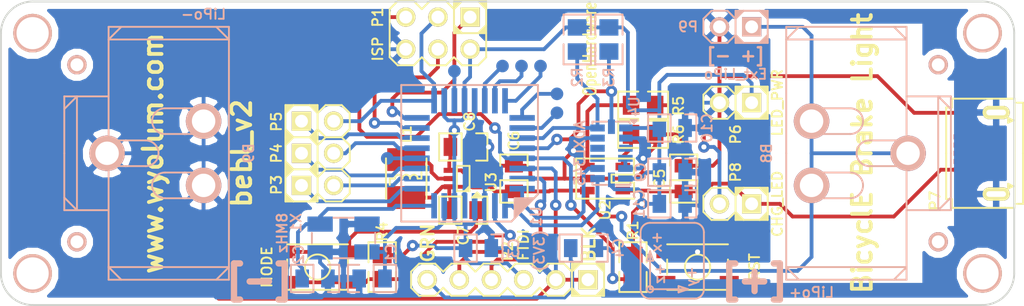
<source format=kicad_pcb>
(kicad_pcb (version 4) (host pcbnew 0.201504231001+5621~22~ubuntu14.10.1-product)

  (general
    (links 111)
    (no_connects 0)
    (area 33.924999 25.275 129.208334 62.3995)
    (thickness 1.6)
    (drawings 40)
    (tracks 429)
    (zones 0)
    (modules 51)
    (nets 35)
  )

  (page A4)
  (layers
    (0 F.Cu signal)
    (31 B.Cu signal)
    (32 B.Adhes user)
    (33 F.Adhes user)
    (34 B.Paste user)
    (35 F.Paste user)
    (36 B.SilkS user)
    (37 F.SilkS user)
    (38 B.Mask user)
    (39 F.Mask user)
    (40 Dwgs.User user)
    (41 Cmts.User user)
    (42 Eco1.User user)
    (43 Eco2.User user)
    (44 Edge.Cuts user)
    (45 Margin user)
    (46 B.CrtYd user)
    (47 F.CrtYd user)
    (48 B.Fab user)
    (49 F.Fab user)
  )

  (setup
    (last_trace_width 0.3)
    (user_trace_width 0.2)
    (user_trace_width 0.3)
    (trace_clearance 0.15)
    (zone_clearance 0.508)
    (zone_45_only no)
    (trace_min 0.2)
    (segment_width 0.15)
    (edge_width 0.15)
    (via_size 0.9)
    (via_drill 0.4)
    (via_min_size 0.9)
    (via_min_drill 0.4)
    (uvia_size 0.508)
    (uvia_drill 0.127)
    (uvias_allowed no)
    (uvia_min_size 0.508)
    (uvia_min_drill 0.127)
    (pcb_text_width 0.15)
    (pcb_text_size 1 1)
    (mod_edge_width 0.15)
    (mod_text_size 0.8 0.8)
    (mod_text_width 0.15)
    (pad_size 2.8 2.8)
    (pad_drill 1.85)
    (pad_to_mask_clearance 0.2)
    (aux_axis_origin 0 0)
    (visible_elements 7FFFFF7F)
    (pcbplotparams
      (layerselection 0x011fc_80000001)
      (usegerberextensions true)
      (excludeedgelayer false)
      (linewidth 0.100000)
      (plotframeref false)
      (viasonmask true)
      (mode 1)
      (useauxorigin false)
      (hpglpennumber 1)
      (hpglpenspeed 20)
      (hpglpendiameter 15)
      (hpglpenoverlay 2)
      (psnegative false)
      (psa4output false)
      (plotreference true)
      (plotvalue true)
      (plotinvisibletext false)
      (padsonsilk false)
      (subtractmaskfromsilk true)
      (outputformat 1)
      (mirror false)
      (drillshape 0)
      (scaleselection 1)
      (outputdirectory gerber/))
  )

  (net 0 "")
  (net 1 "Net-(B1-Pad1)")
  (net 2 "Net-(B2-Pad1)")
  (net 3 "Net-(B3-Pad1)")
  (net 4 "Net-(B4-Pad1)")
  (net 5 "Net-(B5-Pad1)")
  (net 6 "Net-(B6-Pad1)")
  (net 7 /BAT)
  (net 8 GND)
  (net 9 /PB6)
  (net 10 /PB7)
  (net 11 +3.3V)
  (net 12 "Net-(C4-Pad1)")
  (net 13 /RESET)
  (net 14 /VUSB)
  (net 15 /L)
  (net 16 /MISO)
  (net 17 /MOSI)
  (net 18 /RXD)
  (net 19 /TXD)
  (net 20 /ACL_INT1)
  (net 21 /ACL_INT2)
  (net 22 /SDA)
  (net 23 /SCL)
  (net 24 /PROG)
  (net 25 /MODE)
  (net 26 "Net-(B7-Pad1)")
  (net 27 "Net-(R5-Pad2)")
  (net 28 /LED_B6)
  (net 29 /LED_P1)
  (net 30 /LED_P2)
  (net 31 /LED_D3)
  (net 32 /LED_P4)
  (net 33 /LED_P5)
  (net 34 /LED_K)

  (net_class Default "This is the default net class."
    (clearance 0.15)
    (trace_width 0.3)
    (via_dia 0.9)
    (via_drill 0.4)
    (uvia_dia 0.508)
    (uvia_drill 0.127)
    (add_net +3.3V)
    (add_net /ACL_INT1)
    (add_net /ACL_INT2)
    (add_net /BAT)
    (add_net /L)
    (add_net /LED_B6)
    (add_net /LED_D3)
    (add_net /LED_K)
    (add_net /LED_P1)
    (add_net /LED_P2)
    (add_net /LED_P4)
    (add_net /LED_P5)
    (add_net /MISO)
    (add_net /MODE)
    (add_net /MOSI)
    (add_net /PB6)
    (add_net /PB7)
    (add_net /PROG)
    (add_net /RESET)
    (add_net /RXD)
    (add_net /SCL)
    (add_net /SDA)
    (add_net /TXD)
    (add_net /VUSB)
    (add_net GND)
    (add_net "Net-(B1-Pad1)")
    (add_net "Net-(B2-Pad1)")
    (add_net "Net-(B3-Pad1)")
    (add_net "Net-(B4-Pad1)")
    (add_net "Net-(B5-Pad1)")
    (add_net "Net-(B6-Pad1)")
    (add_net "Net-(B7-Pad1)")
    (add_net "Net-(C4-Pad1)")
    (add_net "Net-(R5-Pad2)")
  )

  (net_class 0.2mm ""
    (clearance 0.15)
    (trace_width 0.2)
    (via_dia 0.9)
    (via_drill 0.4)
    (uvia_dia 0.508)
    (uvia_drill 0.127)
  )

  (module bebl_v2_pretty:pin_socket_2 (layer F.Cu) (tedit 54D0BC6F) (tstamp 544EEE8F)
    (at 92 54 180)
    (descr "Pin strip 2pin")
    (tags "CONN DEV")
    (path /544F00AA)
    (fp_text reference P8 (at 0 2.5 270) (layer F.SilkS)
      (effects (font (size 0.8 0.8) (thickness 0.15)))
    )
    (fp_text value CHG_LED (at -3.3 0 270) (layer F.SilkS)
      (effects (font (size 0.8 0.8) (thickness 0.15)))
    )
    (fp_line (start -2.159 -1.2065) (end -2.159 -1.0795) (layer F.SilkS) (width 0.1524))
    (fp_line (start -2.286 -1.2065) (end -2.286 -0.9525) (layer F.SilkS) (width 0.1524))
    (fp_line (start -2.413 -1.2065) (end -2.413 -0.8255) (layer F.SilkS) (width 0.1524))
    (fp_line (start -0.381 -1.2065) (end -0.381 -1.0795) (layer F.SilkS) (width 0.1524))
    (fp_line (start -0.254 -1.2065) (end -0.254 -0.9525) (layer F.SilkS) (width 0.1524))
    (fp_line (start -0.127 -1.2065) (end -0.127 -0.8255) (layer F.SilkS) (width 0.1524))
    (fp_line (start -0.381 1.2065) (end -0.381 1.0795) (layer F.SilkS) (width 0.1524))
    (fp_line (start -0.254 1.2065) (end -0.254 0.9525) (layer F.SilkS) (width 0.1524))
    (fp_line (start -0.127 1.2065) (end -0.127 0.8255) (layer F.SilkS) (width 0.1524))
    (fp_line (start -2.159 1.2065) (end -2.159 1.0795) (layer F.SilkS) (width 0.1524))
    (fp_line (start -2.286 1.2065) (end -2.286 0.9525) (layer F.SilkS) (width 0.1524))
    (fp_line (start -2.413 1.2065) (end -2.413 0.8255) (layer F.SilkS) (width 0.1524))
    (fp_line (start -1.905 1.27) (end -2.54 1.27) (layer F.SilkS) (width 0.1524))
    (fp_line (start -2.54 1.27) (end -2.54 0.635) (layer F.SilkS) (width 0.1524))
    (fp_line (start 0 0.635) (end 0 1.27) (layer F.SilkS) (width 0.1524))
    (fp_line (start 0 1.27) (end -0.635 1.27) (layer F.SilkS) (width 0.1524))
    (fp_line (start -0.635 -1.27) (end 0 -1.27) (layer F.SilkS) (width 0.1524))
    (fp_line (start 0 -1.27) (end 0 -0.6985) (layer F.SilkS) (width 0.1524))
    (fp_line (start -2.54 -0.635) (end -2.54 -1.27) (layer F.SilkS) (width 0.1524))
    (fp_line (start -2.54 -1.27) (end -1.905 -1.27) (layer F.SilkS) (width 0.1524))
    (fp_line (start 0 -0.635) (end 0 0.635) (layer F.SilkS) (width 0.1524))
    (fp_line (start -2.54 0) (end -2.54 0.635) (layer F.SilkS) (width 0.1524))
    (fp_line (start -2.54 0.635) (end -1.905 1.27) (layer F.SilkS) (width 0.1524))
    (fp_line (start -1.905 1.27) (end -0.635 1.27) (layer F.SilkS) (width 0.1524))
    (fp_line (start -0.635 1.27) (end 0 0.635) (layer F.SilkS) (width 0.1524))
    (fp_line (start 0 0.635) (end 0.635 1.27) (layer F.SilkS) (width 0.1524))
    (fp_line (start 0.635 1.27) (end 1.905 1.27) (layer F.SilkS) (width 0.1524))
    (fp_line (start 1.905 1.27) (end 2.54 0.635) (layer F.SilkS) (width 0.1524))
    (fp_line (start 2.54 0.635) (end 2.54 -0.635) (layer F.SilkS) (width 0.1524))
    (fp_line (start 2.54 -0.635) (end 1.905 -1.27) (layer F.SilkS) (width 0.1524))
    (fp_line (start 1.905 -1.27) (end 0.635 -1.27) (layer F.SilkS) (width 0.1524))
    (fp_line (start 0.635 -1.27) (end 0 -0.635) (layer F.SilkS) (width 0.1524))
    (fp_line (start 0 -0.635) (end -0.635 -1.27) (layer F.SilkS) (width 0.1524))
    (fp_line (start -0.635 -1.27) (end -1.905 -1.27) (layer F.SilkS) (width 0.1524))
    (fp_line (start -1.905 -1.27) (end -2.54 -0.635) (layer F.SilkS) (width 0.1524))
    (fp_line (start -2.54 -0.635) (end -2.54 0) (layer F.SilkS) (width 0.1524))
    (pad 1 thru_hole rect (at -1.27 0 180) (size 1.524 1.524) (drill 1.016) (layers *.Cu *.Mask F.SilkS)
      (net 14 /VUSB))
    (pad 2 thru_hole circle (at 1.27 0 180) (size 1.524 1.524) (drill 1.016) (layers *.Cu *.Mask F.SilkS)
      (net 34 /LED_K))
    (model /home/samata/projects-git/bebl_v2/kicad/3d_modules/female_pcb_pin_02.wrl
      (at (xyz 0 0 0))
      (scale (xyz 1 1 1))
      (rotate (xyz 0 0 0))
    )
    (model /home/anool/projects-git/bebl_v2/kicad/3d_modules/female_pcb_pin_02.wrl
      (at (xyz 0 0 0))
      (scale (xyz 1 1 1))
      (rotate (xyz 0 0 0))
    )
  )

  (module bebl_v2_pretty:pin_socket_2 (layer F.Cu) (tedit 54CB8B43) (tstamp 544EAC04)
    (at 59 50)
    (descr "Pin strip 2pin")
    (tags "CONN DEV")
    (path /544E73AB)
    (fp_text reference P4 (at -3.25 0 90) (layer F.SilkS)
      (effects (font (size 0.8 0.8) (thickness 0.15)))
    )
    (fp_text value LED_2 (at 0 2.25) (layer F.SilkS) hide
      (effects (font (size 0.8 0.8) (thickness 0.15)))
    )
    (fp_line (start -2.159 -1.2065) (end -2.159 -1.0795) (layer F.SilkS) (width 0.1524))
    (fp_line (start -2.286 -1.2065) (end -2.286 -0.9525) (layer F.SilkS) (width 0.1524))
    (fp_line (start -2.413 -1.2065) (end -2.413 -0.8255) (layer F.SilkS) (width 0.1524))
    (fp_line (start -0.381 -1.2065) (end -0.381 -1.0795) (layer F.SilkS) (width 0.1524))
    (fp_line (start -0.254 -1.2065) (end -0.254 -0.9525) (layer F.SilkS) (width 0.1524))
    (fp_line (start -0.127 -1.2065) (end -0.127 -0.8255) (layer F.SilkS) (width 0.1524))
    (fp_line (start -0.381 1.2065) (end -0.381 1.0795) (layer F.SilkS) (width 0.1524))
    (fp_line (start -0.254 1.2065) (end -0.254 0.9525) (layer F.SilkS) (width 0.1524))
    (fp_line (start -0.127 1.2065) (end -0.127 0.8255) (layer F.SilkS) (width 0.1524))
    (fp_line (start -2.159 1.2065) (end -2.159 1.0795) (layer F.SilkS) (width 0.1524))
    (fp_line (start -2.286 1.2065) (end -2.286 0.9525) (layer F.SilkS) (width 0.1524))
    (fp_line (start -2.413 1.2065) (end -2.413 0.8255) (layer F.SilkS) (width 0.1524))
    (fp_line (start -1.905 1.27) (end -2.54 1.27) (layer F.SilkS) (width 0.1524))
    (fp_line (start -2.54 1.27) (end -2.54 0.635) (layer F.SilkS) (width 0.1524))
    (fp_line (start 0 0.635) (end 0 1.27) (layer F.SilkS) (width 0.1524))
    (fp_line (start 0 1.27) (end -0.635 1.27) (layer F.SilkS) (width 0.1524))
    (fp_line (start -0.635 -1.27) (end 0 -1.27) (layer F.SilkS) (width 0.1524))
    (fp_line (start 0 -1.27) (end 0 -0.6985) (layer F.SilkS) (width 0.1524))
    (fp_line (start -2.54 -0.635) (end -2.54 -1.27) (layer F.SilkS) (width 0.1524))
    (fp_line (start -2.54 -1.27) (end -1.905 -1.27) (layer F.SilkS) (width 0.1524))
    (fp_line (start 0 -0.635) (end 0 0.635) (layer F.SilkS) (width 0.1524))
    (fp_line (start -2.54 0) (end -2.54 0.635) (layer F.SilkS) (width 0.1524))
    (fp_line (start -2.54 0.635) (end -1.905 1.27) (layer F.SilkS) (width 0.1524))
    (fp_line (start -1.905 1.27) (end -0.635 1.27) (layer F.SilkS) (width 0.1524))
    (fp_line (start -0.635 1.27) (end 0 0.635) (layer F.SilkS) (width 0.1524))
    (fp_line (start 0 0.635) (end 0.635 1.27) (layer F.SilkS) (width 0.1524))
    (fp_line (start 0.635 1.27) (end 1.905 1.27) (layer F.SilkS) (width 0.1524))
    (fp_line (start 1.905 1.27) (end 2.54 0.635) (layer F.SilkS) (width 0.1524))
    (fp_line (start 2.54 0.635) (end 2.54 -0.635) (layer F.SilkS) (width 0.1524))
    (fp_line (start 2.54 -0.635) (end 1.905 -1.27) (layer F.SilkS) (width 0.1524))
    (fp_line (start 1.905 -1.27) (end 0.635 -1.27) (layer F.SilkS) (width 0.1524))
    (fp_line (start 0.635 -1.27) (end 0 -0.635) (layer F.SilkS) (width 0.1524))
    (fp_line (start 0 -0.635) (end -0.635 -1.27) (layer F.SilkS) (width 0.1524))
    (fp_line (start -0.635 -1.27) (end -1.905 -1.27) (layer F.SilkS) (width 0.1524))
    (fp_line (start -1.905 -1.27) (end -2.54 -0.635) (layer F.SilkS) (width 0.1524))
    (fp_line (start -2.54 -0.635) (end -2.54 0) (layer F.SilkS) (width 0.1524))
    (pad 1 thru_hole rect (at -1.27 0) (size 1.524 1.524) (drill 1.016) (layers *.Cu *.Mask F.SilkS)
      (net 31 /LED_D3))
    (pad 2 thru_hole circle (at 1.27 0) (size 1.524 1.524) (drill 1.016) (layers *.Cu *.Mask F.SilkS)
      (net 32 /LED_P4))
    (model /home/samata/projects-git/bebl_v2/kicad/3d_modules/female_pcb_pin_02.wrl
      (at (xyz 0 0 0))
      (scale (xyz 1 1 1))
      (rotate (xyz 0 0 0))
    )
    (model /home/anool/projects-git/bebl_v2/kicad/3d_modules/female_pcb_pin_02.wrl
      (at (xyz 0 0 0))
      (scale (xyz 1 1 1))
      (rotate (xyz 0 0 0))
    )
  )

  (module bebl_v2_pretty:pin_socket_2 (layer F.Cu) (tedit 54CB8B40) (tstamp 544EABDB)
    (at 59 52.54)
    (descr "Pin strip 2pin")
    (tags "CONN DEV")
    (path /544F0628)
    (fp_text reference P3 (at -3.25 -0.04 90) (layer F.SilkS)
      (effects (font (size 0.8 0.8) (thickness 0.15)))
    )
    (fp_text value LED_1 (at 0 -4) (layer F.SilkS) hide
      (effects (font (size 0.8 0.8) (thickness 0.15)))
    )
    (fp_line (start -2.159 -1.2065) (end -2.159 -1.0795) (layer F.SilkS) (width 0.1524))
    (fp_line (start -2.286 -1.2065) (end -2.286 -0.9525) (layer F.SilkS) (width 0.1524))
    (fp_line (start -2.413 -1.2065) (end -2.413 -0.8255) (layer F.SilkS) (width 0.1524))
    (fp_line (start -0.381 -1.2065) (end -0.381 -1.0795) (layer F.SilkS) (width 0.1524))
    (fp_line (start -0.254 -1.2065) (end -0.254 -0.9525) (layer F.SilkS) (width 0.1524))
    (fp_line (start -0.127 -1.2065) (end -0.127 -0.8255) (layer F.SilkS) (width 0.1524))
    (fp_line (start -0.381 1.2065) (end -0.381 1.0795) (layer F.SilkS) (width 0.1524))
    (fp_line (start -0.254 1.2065) (end -0.254 0.9525) (layer F.SilkS) (width 0.1524))
    (fp_line (start -0.127 1.2065) (end -0.127 0.8255) (layer F.SilkS) (width 0.1524))
    (fp_line (start -2.159 1.2065) (end -2.159 1.0795) (layer F.SilkS) (width 0.1524))
    (fp_line (start -2.286 1.2065) (end -2.286 0.9525) (layer F.SilkS) (width 0.1524))
    (fp_line (start -2.413 1.2065) (end -2.413 0.8255) (layer F.SilkS) (width 0.1524))
    (fp_line (start -1.905 1.27) (end -2.54 1.27) (layer F.SilkS) (width 0.1524))
    (fp_line (start -2.54 1.27) (end -2.54 0.635) (layer F.SilkS) (width 0.1524))
    (fp_line (start 0 0.635) (end 0 1.27) (layer F.SilkS) (width 0.1524))
    (fp_line (start 0 1.27) (end -0.635 1.27) (layer F.SilkS) (width 0.1524))
    (fp_line (start -0.635 -1.27) (end 0 -1.27) (layer F.SilkS) (width 0.1524))
    (fp_line (start 0 -1.27) (end 0 -0.6985) (layer F.SilkS) (width 0.1524))
    (fp_line (start -2.54 -0.635) (end -2.54 -1.27) (layer F.SilkS) (width 0.1524))
    (fp_line (start -2.54 -1.27) (end -1.905 -1.27) (layer F.SilkS) (width 0.1524))
    (fp_line (start 0 -0.635) (end 0 0.635) (layer F.SilkS) (width 0.1524))
    (fp_line (start -2.54 0) (end -2.54 0.635) (layer F.SilkS) (width 0.1524))
    (fp_line (start -2.54 0.635) (end -1.905 1.27) (layer F.SilkS) (width 0.1524))
    (fp_line (start -1.905 1.27) (end -0.635 1.27) (layer F.SilkS) (width 0.1524))
    (fp_line (start -0.635 1.27) (end 0 0.635) (layer F.SilkS) (width 0.1524))
    (fp_line (start 0 0.635) (end 0.635 1.27) (layer F.SilkS) (width 0.1524))
    (fp_line (start 0.635 1.27) (end 1.905 1.27) (layer F.SilkS) (width 0.1524))
    (fp_line (start 1.905 1.27) (end 2.54 0.635) (layer F.SilkS) (width 0.1524))
    (fp_line (start 2.54 0.635) (end 2.54 -0.635) (layer F.SilkS) (width 0.1524))
    (fp_line (start 2.54 -0.635) (end 1.905 -1.27) (layer F.SilkS) (width 0.1524))
    (fp_line (start 1.905 -1.27) (end 0.635 -1.27) (layer F.SilkS) (width 0.1524))
    (fp_line (start 0.635 -1.27) (end 0 -0.635) (layer F.SilkS) (width 0.1524))
    (fp_line (start 0 -0.635) (end -0.635 -1.27) (layer F.SilkS) (width 0.1524))
    (fp_line (start -0.635 -1.27) (end -1.905 -1.27) (layer F.SilkS) (width 0.1524))
    (fp_line (start -1.905 -1.27) (end -2.54 -0.635) (layer F.SilkS) (width 0.1524))
    (fp_line (start -2.54 -0.635) (end -2.54 0) (layer F.SilkS) (width 0.1524))
    (pad 1 thru_hole rect (at -1.27 0) (size 1.524 1.524) (drill 1.016) (layers *.Cu *.Mask F.SilkS)
      (net 29 /LED_P1))
    (pad 2 thru_hole circle (at 1.27 0) (size 1.524 1.524) (drill 1.016) (layers *.Cu *.Mask F.SilkS)
      (net 30 /LED_P2))
    (model /home/samata/projects-git/bebl_v2/kicad/3d_modules/female_pcb_pin_02.wrl
      (at (xyz 0 0 0))
      (scale (xyz 1 1 1))
      (rotate (xyz 0 0 0))
    )
    (model /home/anool/projects-git/bebl_v2/kicad/3d_modules/female_pcb_pin_02.wrl
      (at (xyz 0 0 0))
      (scale (xyz 1 1 1))
      (rotate (xyz 0 0 0))
    )
  )

  (module bebl_v2_pretty:screw_3mm (layer F.Cu) (tedit 5451E1D7) (tstamp 544E6534)
    (at 108 57)
    (descr "vite 2,5mm")
    (path /544E7E26)
    (fp_text reference SC8 (at 0 1.0795) (layer F.SilkS) hide
      (effects (font (size 0.8 0.8) (thickness 0.15)))
    )
    (fp_text value SCREW (at 0.0635 -0.381) (layer F.SilkS) hide
      (effects (font (size 0.8 0.8) (thickness 0.15)))
    )
    (pad 1 thru_hole circle (at 0 0) (size 1.524 1.524) (drill 1.016) (layers *.Cu *.Mask B.SilkS))
  )

  (module bebl_v2_pretty:screw_3mm (layer F.Cu) (tedit 5451E1D3) (tstamp 544E652F)
    (at 108 43)
    (descr "vite 2,5mm")
    (path /544E7E20)
    (fp_text reference SC7 (at 0 1.0795) (layer F.SilkS) hide
      (effects (font (size 0.8 0.8) (thickness 0.15)))
    )
    (fp_text value SCREW (at 0.0635 -0.381) (layer F.SilkS) hide
      (effects (font (size 0.8 0.8) (thickness 0.15)))
    )
    (pad 1 thru_hole circle (at 0 0) (size 1.524 1.524) (drill 1.016) (layers *.Cu *.Mask B.SilkS))
  )

  (module bebl_v2_pretty:screw_3mm (layer F.Cu) (tedit 5451E1C5) (tstamp 544E652A)
    (at 40 43)
    (descr "vite 2,5mm")
    (path /544E7E1A)
    (fp_text reference SC6 (at 0 1.0795) (layer F.SilkS) hide
      (effects (font (size 0.8 0.8) (thickness 0.15)))
    )
    (fp_text value SCREW (at 0.0635 -0.381) (layer F.SilkS) hide
      (effects (font (size 0.8 0.8) (thickness 0.15)))
    )
    (pad 1 thru_hole circle (at 0 0) (size 1.524 1.524) (drill 1.016) (layers *.Cu *.Mask B.SilkS))
  )

  (module bebl_v2_pretty:screw_3mm (layer F.Cu) (tedit 5451E1CB) (tstamp 544E6525)
    (at 40 57)
    (descr "vite 2,5mm")
    (path /544E7E14)
    (fp_text reference SC5 (at 0 1.0795) (layer F.SilkS) hide
      (effects (font (size 0.8 0.8) (thickness 0.15)))
    )
    (fp_text value SCREW (at 0.0635 -0.381) (layer F.SilkS) hide
      (effects (font (size 0.8 0.8) (thickness 0.15)))
    )
    (pad 1 thru_hole circle (at 0 0) (size 1.524 1.524) (drill 1.016) (layers *.Cu *.Mask B.SilkS))
  )

  (module bebl_v2_pretty:c_0805 (layer B.Cu) (tedit 54CB8BCC) (tstamp 54545C82)
    (at 63.3 59.9)
    (descr "SMT capacitor, 0805")
    (path /4EC128EB)
    (attr smd)
    (fp_text reference C1 (at 1.5 -2 90) (layer B.SilkS)
      (effects (font (size 0.8 0.8) (thickness 0.15)) (justify mirror))
    )
    (fp_text value 22p (at 0 1.7145) (layer B.SilkS) hide
      (effects (font (size 0.8 0.8) (thickness 0.15)) (justify mirror))
    )
    (fp_line (start 1.905 -1.0795) (end 0.127 -1.0795) (layer B.SilkS) (width 0.1524))
    (fp_line (start 1.905 1.0795) (end 0.127 1.0795) (layer B.SilkS) (width 0.1524))
    (fp_line (start -1.016 -1.0795) (end -1.905 -1.0795) (layer B.SilkS) (width 0.1524))
    (fp_line (start -1.905 1.0795) (end -1.016 1.0795) (layer B.SilkS) (width 0.1524))
    (fp_line (start 0.127 1.0795) (end 0.127 -1.0795) (layer B.SilkS) (width 0.1524))
    (fp_line (start 1.905 1.0795) (end 1.905 -1.0795) (layer B.SilkS) (width 0.1524))
    (fp_line (start -1.905 1.0795) (end -1.905 -1.0795) (layer B.SilkS) (width 0.1524))
    (pad 1 smd rect (at 1.016 0) (size 1.0668 1.4224) (layers B.Cu B.Paste B.Mask)
      (net 9 /PB6))
    (pad 2 smd rect (at -1.016 0) (size 1.0668 1.4224) (layers B.Cu B.Paste B.Mask)
      (net 8 GND))
    (model /home/samata/projects-git/bebl_v2/kicad/3d_modules/C0805.wrl
      (at (xyz 0 0 0))
      (scale (xyz 0.5 0.5 0.5))
      (rotate (xyz 0 0 0))
    )
    (model /home/anool/projects-git/bebl_v2/kicad/3d_modules/C0805.wrl
      (at (xyz 0 0 0))
      (scale (xyz 0.5 0.5 0.5))
      (rotate (xyz 0 0 0))
    )
  )

  (module bebl_v2_pretty:c_0805 (layer B.Cu) (tedit 55019B6A) (tstamp 54545C8F)
    (at 58.8 59.9 180)
    (descr "SMT capacitor, 0805")
    (path /4EC1290E)
    (attr smd)
    (fp_text reference C2 (at 1.3 1.9 270) (layer B.SilkS)
      (effects (font (size 0.8 0.8) (thickness 0.15)) (justify mirror))
    )
    (fp_text value 22p (at 0 1.7145 180) (layer B.SilkS) hide
      (effects (font (size 0.8 0.8) (thickness 0.15)) (justify mirror))
    )
    (fp_line (start 1.905 -1.0795) (end 0.127 -1.0795) (layer B.SilkS) (width 0.1524))
    (fp_line (start 1.905 1.0795) (end 0.127 1.0795) (layer B.SilkS) (width 0.1524))
    (fp_line (start -1.016 -1.0795) (end -1.905 -1.0795) (layer B.SilkS) (width 0.1524))
    (fp_line (start -1.905 1.0795) (end -1.016 1.0795) (layer B.SilkS) (width 0.1524))
    (fp_line (start 0.127 1.0795) (end 0.127 -1.0795) (layer B.SilkS) (width 0.1524))
    (fp_line (start 1.905 1.0795) (end 1.905 -1.0795) (layer B.SilkS) (width 0.1524))
    (fp_line (start -1.905 1.0795) (end -1.905 -1.0795) (layer B.SilkS) (width 0.1524))
    (pad 1 smd rect (at 1.016 0 180) (size 1.0668 1.4224) (layers B.Cu B.Paste B.Mask)
      (net 10 /PB7))
    (pad 2 smd rect (at -1.016 0 180) (size 1.0668 1.4224) (layers B.Cu B.Paste B.Mask)
      (net 8 GND))
    (model /home/samata/projects-git/bebl_v2/kicad/3d_modules/C0805.wrl
      (at (xyz 0 0 0))
      (scale (xyz 0.5 0.5 0.5))
      (rotate (xyz 0 0 0))
    )
    (model /home/anool/projects-git/bebl_v2/kicad/3d_modules/C0805.wrl
      (at (xyz 0 0 0))
      (scale (xyz 0.5 0.5 0.5))
      (rotate (xyz 0 0 0))
    )
  )

  (module bebl_v2_pretty:c_0805 (layer B.Cu) (tedit 54CB8B70) (tstamp 54545C9C)
    (at 71.7 57.5 180)
    (descr "SMT capacitor, 0805")
    (path /4DCA7BAC)
    (attr smd)
    (fp_text reference C3 (at -2.8 0 270) (layer B.SilkS)
      (effects (font (size 0.8 0.8) (thickness 0.15)) (justify mirror))
    )
    (fp_text value 100n (at 0 1.7145 180) (layer B.SilkS) hide
      (effects (font (size 0.8 0.8) (thickness 0.15)) (justify mirror))
    )
    (fp_line (start 1.905 -1.0795) (end 0.127 -1.0795) (layer B.SilkS) (width 0.1524))
    (fp_line (start 1.905 1.0795) (end 0.127 1.0795) (layer B.SilkS) (width 0.1524))
    (fp_line (start -1.016 -1.0795) (end -1.905 -1.0795) (layer B.SilkS) (width 0.1524))
    (fp_line (start -1.905 1.0795) (end -1.016 1.0795) (layer B.SilkS) (width 0.1524))
    (fp_line (start 0.127 1.0795) (end 0.127 -1.0795) (layer B.SilkS) (width 0.1524))
    (fp_line (start 1.905 1.0795) (end 1.905 -1.0795) (layer B.SilkS) (width 0.1524))
    (fp_line (start -1.905 1.0795) (end -1.905 -1.0795) (layer B.SilkS) (width 0.1524))
    (pad 1 smd rect (at 1.016 0 180) (size 1.0668 1.4224) (layers B.Cu B.Paste B.Mask)
      (net 11 +3.3V))
    (pad 2 smd rect (at -1.016 0 180) (size 1.0668 1.4224) (layers B.Cu B.Paste B.Mask)
      (net 8 GND))
    (model /home/samata/projects-git/bebl_v2/kicad/3d_modules/C0805.wrl
      (at (xyz 0 0 0))
      (scale (xyz 0.5 0.5 0.5))
      (rotate (xyz 0 0 0))
    )
    (model /home/anool/projects-git/bebl_v2/kicad/3d_modules/C0805.wrl
      (at (xyz 0 0 0))
      (scale (xyz 0.5 0.5 0.5))
      (rotate (xyz 0 0 0))
    )
  )

  (module bebl_v2_pretty:c_0805 (layer B.Cu) (tedit 5451D8E8) (tstamp 54545CA9)
    (at 80 57.5 180)
    (descr "SMT capacitor, 0805")
    (path /5415F8B1)
    (attr smd)
    (fp_text reference C4 (at -2.75 0 270) (layer B.SilkS)
      (effects (font (size 0.8 0.8) (thickness 0.15)) (justify mirror))
    )
    (fp_text value 100n (at 0 1.7145 180) (layer B.SilkS) hide
      (effects (font (size 0.8 0.8) (thickness 0.15)) (justify mirror))
    )
    (fp_line (start 1.905 -1.0795) (end 0.127 -1.0795) (layer B.SilkS) (width 0.1524))
    (fp_line (start 1.905 1.0795) (end 0.127 1.0795) (layer B.SilkS) (width 0.1524))
    (fp_line (start -1.016 -1.0795) (end -1.905 -1.0795) (layer B.SilkS) (width 0.1524))
    (fp_line (start -1.905 1.0795) (end -1.016 1.0795) (layer B.SilkS) (width 0.1524))
    (fp_line (start 0.127 1.0795) (end 0.127 -1.0795) (layer B.SilkS) (width 0.1524))
    (fp_line (start 1.905 1.0795) (end 1.905 -1.0795) (layer B.SilkS) (width 0.1524))
    (fp_line (start -1.905 1.0795) (end -1.905 -1.0795) (layer B.SilkS) (width 0.1524))
    (pad 1 smd rect (at 1.016 0 180) (size 1.0668 1.4224) (layers B.Cu B.Paste B.Mask)
      (net 12 "Net-(C4-Pad1)"))
    (pad 2 smd rect (at -1.016 0 180) (size 1.0668 1.4224) (layers B.Cu B.Paste B.Mask)
      (net 13 /RESET))
    (model /home/samata/projects-git/bebl_v2/kicad/3d_modules/C0805.wrl
      (at (xyz 0 0 0))
      (scale (xyz 0.5 0.5 0.5))
      (rotate (xyz 0 0 0))
    )
    (model /home/anool/projects-git/bebl_v2/kicad/3d_modules/C0805.wrl
      (at (xyz 0 0 0))
      (scale (xyz 0.5 0.5 0.5))
      (rotate (xyz 0 0 0))
    )
  )

  (module bebl_v2_pretty:c_0805 (layer F.Cu) (tedit 54CB8A95) (tstamp 54545CD0)
    (at 70.5 54.5 180)
    (descr "SMT capacitor, 0805")
    (path /5415D639)
    (attr smd)
    (fp_text reference C7 (at 0 -2 270) (layer F.SilkS)
      (effects (font (size 0.8 0.8) (thickness 0.15)))
    )
    (fp_text value 10uF (at 0 0 180) (layer F.SilkS) hide
      (effects (font (size 0.8 0.8) (thickness 0.15)))
    )
    (fp_line (start 1.905 1.0795) (end 0.127 1.0795) (layer F.SilkS) (width 0.1524))
    (fp_line (start 1.905 -1.0795) (end 0.127 -1.0795) (layer F.SilkS) (width 0.1524))
    (fp_line (start -1.016 1.0795) (end -1.905 1.0795) (layer F.SilkS) (width 0.1524))
    (fp_line (start -1.905 -1.0795) (end -1.016 -1.0795) (layer F.SilkS) (width 0.1524))
    (fp_line (start 0.127 -1.0795) (end 0.127 1.0795) (layer F.SilkS) (width 0.1524))
    (fp_line (start 1.905 -1.0795) (end 1.905 1.0795) (layer F.SilkS) (width 0.1524))
    (fp_line (start -1.905 -1.0795) (end -1.905 1.0795) (layer F.SilkS) (width 0.1524))
    (pad 1 smd rect (at 1.016 0 180) (size 1.0668 1.4224) (layers F.Cu F.Paste F.Mask)
      (net 7 /BAT))
    (pad 2 smd rect (at -1.016 0 180) (size 1.0668 1.4224) (layers F.Cu F.Paste F.Mask)
      (net 8 GND))
    (model /home/samata/projects-git/bebl_v2/kicad/3d_modules/C0805.wrl
      (at (xyz 0 0 0))
      (scale (xyz 0.5 0.5 0.5))
      (rotate (xyz 0 0 0))
    )
    (model /home/anool/projects-git/bebl_v2/kicad/3d_modules/C0805.wrl
      (at (xyz 0 0 0))
      (scale (xyz 0.5 0.5 0.5))
      (rotate (xyz 0 0 0))
    )
  )

  (module bebl_v2_pretty:c_0805 (layer F.Cu) (tedit 54D0BD51) (tstamp 54545CDD)
    (at 87.9 52 270)
    (descr "SMT capacitor, 0805")
    (path /5415E493)
    (attr smd)
    (fp_text reference C5 (at 0 1.9 270) (layer F.SilkS)
      (effects (font (size 0.8 0.8) (thickness 0.15)))
    )
    (fp_text value 4u7 (at 0 0 270) (layer F.SilkS) hide
      (effects (font (size 0.8 0.8) (thickness 0.15)))
    )
    (fp_line (start 1.905 1.0795) (end 0.127 1.0795) (layer F.SilkS) (width 0.1524))
    (fp_line (start 1.905 -1.0795) (end 0.127 -1.0795) (layer F.SilkS) (width 0.1524))
    (fp_line (start -1.016 1.0795) (end -1.905 1.0795) (layer F.SilkS) (width 0.1524))
    (fp_line (start -1.905 -1.0795) (end -1.016 -1.0795) (layer F.SilkS) (width 0.1524))
    (fp_line (start 0.127 -1.0795) (end 0.127 1.0795) (layer F.SilkS) (width 0.1524))
    (fp_line (start 1.905 -1.0795) (end 1.905 1.0795) (layer F.SilkS) (width 0.1524))
    (fp_line (start -1.905 -1.0795) (end -1.905 1.0795) (layer F.SilkS) (width 0.1524))
    (pad 1 smd rect (at 1.016 0 270) (size 1.0668 1.4224) (layers F.Cu F.Paste F.Mask)
      (net 14 /VUSB))
    (pad 2 smd rect (at -1.016 0 270) (size 1.0668 1.4224) (layers F.Cu F.Paste F.Mask)
      (net 8 GND))
    (model /home/samata/projects-git/bebl_v2/kicad/3d_modules/C0805.wrl
      (at (xyz 0 0 0))
      (scale (xyz 0.5 0.5 0.5))
      (rotate (xyz 0 0 0))
    )
    (model /home/anool/projects-git/bebl_v2/kicad/3d_modules/C0805.wrl
      (at (xyz 0 0 0))
      (scale (xyz 0.5 0.5 0.5))
      (rotate (xyz 0 0 0))
    )
  )

  (module bebl_v2_pretty:c_0805 (layer B.Cu) (tedit 54CB8BFC) (tstamp 54545CEA)
    (at 87 51.5 180)
    (descr "SMT capacitor, 0805")
    (path /542E7DE5)
    (attr smd)
    (fp_text reference C9 (at 2.5 0 270) (layer B.SilkS)
      (effects (font (size 0.8 0.8) (thickness 0.15)) (justify mirror))
    )
    (fp_text value 10uF (at 0 1.7145 180) (layer B.SilkS) hide
      (effects (font (size 0.8 0.8) (thickness 0.15)) (justify mirror))
    )
    (fp_line (start 1.905 -1.0795) (end 0.127 -1.0795) (layer B.SilkS) (width 0.1524))
    (fp_line (start 1.905 1.0795) (end 0.127 1.0795) (layer B.SilkS) (width 0.1524))
    (fp_line (start -1.016 -1.0795) (end -1.905 -1.0795) (layer B.SilkS) (width 0.1524))
    (fp_line (start -1.905 1.0795) (end -1.016 1.0795) (layer B.SilkS) (width 0.1524))
    (fp_line (start 0.127 1.0795) (end 0.127 -1.0795) (layer B.SilkS) (width 0.1524))
    (fp_line (start 1.905 1.0795) (end 1.905 -1.0795) (layer B.SilkS) (width 0.1524))
    (fp_line (start -1.905 1.0795) (end -1.905 -1.0795) (layer B.SilkS) (width 0.1524))
    (pad 1 smd rect (at 1.016 0 180) (size 1.0668 1.4224) (layers B.Cu B.Paste B.Mask)
      (net 11 +3.3V))
    (pad 2 smd rect (at -1.016 0 180) (size 1.0668 1.4224) (layers B.Cu B.Paste B.Mask)
      (net 8 GND))
    (model /home/samata/projects-git/bebl_v2/kicad/3d_modules/C0805.wrl
      (at (xyz 0 0 0))
      (scale (xyz 0.5 0.5 0.5))
      (rotate (xyz 0 0 0))
    )
    (model /home/anool/projects-git/bebl_v2/kicad/3d_modules/C0805.wrl
      (at (xyz 0 0 0))
      (scale (xyz 0.5 0.5 0.5))
      (rotate (xyz 0 0 0))
    )
  )

  (module bebl_v2_pretty:c_0805 (layer F.Cu) (tedit 54CC70B5) (tstamp 54545CF7)
    (at 70.5 49.5 180)
    (descr "SMT capacitor, 0805")
    (path /5415D64B)
    (attr smd)
    (fp_text reference C8 (at -0.5 2 270) (layer F.SilkS)
      (effects (font (size 0.8 0.8) (thickness 0.15)))
    )
    (fp_text value 10uF (at 0 0 180) (layer F.SilkS) hide
      (effects (font (size 0.8 0.8) (thickness 0.15)))
    )
    (fp_line (start 1.905 1.0795) (end 0.127 1.0795) (layer F.SilkS) (width 0.1524))
    (fp_line (start 1.905 -1.0795) (end 0.127 -1.0795) (layer F.SilkS) (width 0.1524))
    (fp_line (start -1.016 1.0795) (end -1.905 1.0795) (layer F.SilkS) (width 0.1524))
    (fp_line (start -1.905 -1.0795) (end -1.016 -1.0795) (layer F.SilkS) (width 0.1524))
    (fp_line (start 0.127 -1.0795) (end 0.127 1.0795) (layer F.SilkS) (width 0.1524))
    (fp_line (start 1.905 -1.0795) (end 1.905 1.0795) (layer F.SilkS) (width 0.1524))
    (fp_line (start -1.905 -1.0795) (end -1.905 1.0795) (layer F.SilkS) (width 0.1524))
    (pad 1 smd rect (at 1.016 0 180) (size 1.0668 1.4224) (layers F.Cu F.Paste F.Mask)
      (net 11 +3.3V))
    (pad 2 smd rect (at -1.016 0 180) (size 1.0668 1.4224) (layers F.Cu F.Paste F.Mask)
      (net 8 GND))
    (model /home/samata/projects-git/bebl_v2/kicad/3d_modules/C0805.wrl
      (at (xyz 0 0 0))
      (scale (xyz 0.5 0.5 0.5))
      (rotate (xyz 0 0 0))
    )
    (model /home/anool/projects-git/bebl_v2/kicad/3d_modules/C0805.wrl
      (at (xyz 0 0 0))
      (scale (xyz 0.5 0.5 0.5))
      (rotate (xyz 0 0 0))
    )
  )

  (module bebl_v2_pretty:c_0805 (layer B.Cu) (tedit 54CB8BF6) (tstamp 54545D04)
    (at 87 54 180)
    (descr "SMT capacitor, 0805")
    (path /542E7DD7)
    (attr smd)
    (fp_text reference C11 (at 2.6 0 270) (layer B.SilkS)
      (effects (font (size 0.8 0.8) (thickness 0.15)) (justify mirror))
    )
    (fp_text value 100nF (at 0 1.7145 180) (layer B.SilkS) hide
      (effects (font (size 0.8 0.8) (thickness 0.15)) (justify mirror))
    )
    (fp_line (start 1.905 -1.0795) (end 0.127 -1.0795) (layer B.SilkS) (width 0.1524))
    (fp_line (start 1.905 1.0795) (end 0.127 1.0795) (layer B.SilkS) (width 0.1524))
    (fp_line (start -1.016 -1.0795) (end -1.905 -1.0795) (layer B.SilkS) (width 0.1524))
    (fp_line (start -1.905 1.0795) (end -1.016 1.0795) (layer B.SilkS) (width 0.1524))
    (fp_line (start 0.127 1.0795) (end 0.127 -1.0795) (layer B.SilkS) (width 0.1524))
    (fp_line (start 1.905 1.0795) (end 1.905 -1.0795) (layer B.SilkS) (width 0.1524))
    (fp_line (start -1.905 1.0795) (end -1.905 -1.0795) (layer B.SilkS) (width 0.1524))
    (pad 1 smd rect (at 1.016 0 180) (size 1.0668 1.4224) (layers B.Cu B.Paste B.Mask)
      (net 11 +3.3V))
    (pad 2 smd rect (at -1.016 0 180) (size 1.0668 1.4224) (layers B.Cu B.Paste B.Mask)
      (net 8 GND))
    (model /home/samata/projects-git/bebl_v2/kicad/3d_modules/C0805.wrl
      (at (xyz 0 0 0))
      (scale (xyz 0.5 0.5 0.5))
      (rotate (xyz 0 0 0))
    )
    (model /home/anool/projects-git/bebl_v2/kicad/3d_modules/C0805.wrl
      (at (xyz 0 0 0))
      (scale (xyz 0.5 0.5 0.5))
      (rotate (xyz 0 0 0))
    )
  )

  (module bebl_v2_pretty:c_0805 (layer F.Cu) (tedit 54D0BD5B) (tstamp 54545D11)
    (at 74.5 52 270)
    (descr "SMT capacitor, 0805")
    (path /5415E4EE)
    (attr smd)
    (fp_text reference C6 (at -3 0 270) (layer F.SilkS)
      (effects (font (size 0.8 0.8) (thickness 0.15)))
    )
    (fp_text value 4u7 (at 0 0 270) (layer F.SilkS) hide
      (effects (font (size 0.8 0.8) (thickness 0.15)))
    )
    (fp_line (start 1.905 1.0795) (end 0.127 1.0795) (layer F.SilkS) (width 0.1524))
    (fp_line (start 1.905 -1.0795) (end 0.127 -1.0795) (layer F.SilkS) (width 0.1524))
    (fp_line (start -1.016 1.0795) (end -1.905 1.0795) (layer F.SilkS) (width 0.1524))
    (fp_line (start -1.905 -1.0795) (end -1.016 -1.0795) (layer F.SilkS) (width 0.1524))
    (fp_line (start 0.127 -1.0795) (end 0.127 1.0795) (layer F.SilkS) (width 0.1524))
    (fp_line (start 1.905 -1.0795) (end 1.905 1.0795) (layer F.SilkS) (width 0.1524))
    (fp_line (start -1.905 -1.0795) (end -1.905 1.0795) (layer F.SilkS) (width 0.1524))
    (pad 1 smd rect (at 1.016 0 270) (size 1.0668 1.4224) (layers F.Cu F.Paste F.Mask)
      (net 7 /BAT))
    (pad 2 smd rect (at -1.016 0 270) (size 1.0668 1.4224) (layers F.Cu F.Paste F.Mask)
      (net 8 GND))
    (model /home/samata/projects-git/bebl_v2/kicad/3d_modules/C0805.wrl
      (at (xyz 0 0 0))
      (scale (xyz 0.5 0.5 0.5))
      (rotate (xyz 0 0 0))
    )
    (model /home/anool/projects-git/bebl_v2/kicad/3d_modules/C0805.wrl
      (at (xyz 0 0 0))
      (scale (xyz 0.5 0.5 0.5))
      (rotate (xyz 0 0 0))
    )
  )

  (module bebl_v2_pretty:c_0805 (layer B.Cu) (tedit 548EF082) (tstamp 54545D1E)
    (at 87 48 180)
    (descr "SMT capacitor, 0805")
    (path /542E7DC9)
    (attr smd)
    (fp_text reference C10 (at -2.75 0 270) (layer B.SilkS)
      (effects (font (size 0.8 0.8) (thickness 0.15)) (justify mirror))
    )
    (fp_text value 100nF (at 0 1.7145 180) (layer B.SilkS) hide
      (effects (font (size 0.8 0.8) (thickness 0.15)) (justify mirror))
    )
    (fp_line (start 1.905 -1.0795) (end 0.127 -1.0795) (layer B.SilkS) (width 0.1524))
    (fp_line (start 1.905 1.0795) (end 0.127 1.0795) (layer B.SilkS) (width 0.1524))
    (fp_line (start -1.016 -1.0795) (end -1.905 -1.0795) (layer B.SilkS) (width 0.1524))
    (fp_line (start -1.905 1.0795) (end -1.016 1.0795) (layer B.SilkS) (width 0.1524))
    (fp_line (start 0.127 1.0795) (end 0.127 -1.0795) (layer B.SilkS) (width 0.1524))
    (fp_line (start 1.905 1.0795) (end 1.905 -1.0795) (layer B.SilkS) (width 0.1524))
    (fp_line (start -1.905 1.0795) (end -1.905 -1.0795) (layer B.SilkS) (width 0.1524))
    (pad 1 smd rect (at 1.016 0 180) (size 1.0668 1.4224) (layers B.Cu B.Paste B.Mask)
      (net 11 +3.3V))
    (pad 2 smd rect (at -1.016 0 180) (size 1.0668 1.4224) (layers B.Cu B.Paste B.Mask)
      (net 8 GND))
    (model /home/samata/projects-git/bebl_v2/kicad/3d_modules/C0805.wrl
      (at (xyz 0 0 0))
      (scale (xyz 0.5 0.5 0.5))
      (rotate (xyz 0 0 0))
    )
    (model /home/anool/projects-git/bebl_v2/kicad/3d_modules/C0805.wrl
      (at (xyz 0 0 0))
      (scale (xyz 0.5 0.5 0.5))
      (rotate (xyz 0 0 0))
    )
  )

  (module bebl_v2_pretty:Inductor_LQH3NPN (layer F.Cu) (tedit 54D0BD5D) (tstamp 54545DCC)
    (at 66 52 90)
    (descr "Neosid, Inductor, SMs42, Festinduktivitaet, SMD, magneticaly shielded,")
    (tags "Neosid, Inductor, SMs42, Festinduktivitaet, SMD, magneticaly shielded,")
    (path /5415D384)
    (attr smd)
    (fp_text reference L1 (at 3.5 0 90) (layer F.SilkS)
      (effects (font (size 0.8 0.8) (thickness 0.15)))
    )
    (fp_text value 4u7 (at 0 0 90) (layer F.SilkS) hide
      (effects (font (size 0.8 0.8) (thickness 0.15)))
    )
    (fp_line (start 0 1.2) (end 0.5 1.2) (layer F.SilkS) (width 0.15))
    (fp_line (start 0 -1.3) (end -0.5 -1.3) (layer F.SilkS) (width 0.15))
    (fp_line (start 0 0.9) (end 0 1.2) (layer F.SilkS) (width 0.15))
    (fp_line (start 0 -0.9) (end 0 -1.3) (layer F.SilkS) (width 0.15))
    (fp_arc (start 0 -0.6) (end 0 -0.9) (angle 90) (layer F.SilkS) (width 0.15))
    (fp_arc (start 0 -0.6) (end 0.3 -0.6) (angle 90) (layer F.SilkS) (width 0.15))
    (fp_arc (start 0 0.6) (end 0.3 0.6) (angle 90) (layer F.SilkS) (width 0.15))
    (fp_arc (start 0 0.6) (end 0 0.3) (angle 90) (layer F.SilkS) (width 0.15))
    (fp_arc (start 0 0) (end 0.3 0) (angle 90) (layer F.SilkS) (width 0.15))
    (fp_arc (start 0 0) (end 0 -0.3) (angle 90) (layer F.SilkS) (width 0.15))
    (fp_line (start -1.6 1.6) (end 1.6 1.6) (layer F.SilkS) (width 0.15))
    (fp_line (start 1.6 -1.6) (end -1.6 -1.6) (layer F.SilkS) (width 0.15))
    (pad 1 smd rect (at -1.5 0 90) (size 1.8 3) (layers F.Cu F.Paste F.Mask)
      (net 7 /BAT))
    (pad 2 smd rect (at 1.5 0 90) (size 1.8 3) (layers F.Cu F.Paste F.Mask)
      (net 15 /L))
    (model /home/samata/projects-git/bebl_v2/kicad/3d_modules/inductor_smd_do3316p.wrl
      (at (xyz 0 0 0))
      (scale (xyz 0.3937 0.3937 0.3937))
      (rotate (xyz 0 0 0))
    )
    (model /home/anool/projects-git/bebl_v2/kicad/3d_modules/inductor_smd_do3316p.wrl
      (at (xyz 0 0 0))
      (scale (xyz 0.3937 0.3937 0.3937))
      (rotate (xyz 0 0 0))
    )
  )

  (module bebl_v2_pretty:PIN_ARRAY-6X1 (layer F.Cu) (tedit 54D0BC59) (tstamp 54545E48)
    (at 74 60 180)
    (descr "Connecteur 6 pins")
    (tags "CONN DEV")
    (path /4DCB971F)
    (fp_text reference P2 (at 0 2.25 270) (layer F.SilkS)
      (effects (font (size 0.8 0.8) (thickness 0.15)))
    )
    (fp_text value FTDI (at -1.25 2.75 270) (layer F.SilkS)
      (effects (font (size 0.8 0.8) (thickness 0.15)))
    )
    (fp_line (start -5.461 -1.2065) (end -5.461 -1.0795) (layer F.SilkS) (width 0.1524))
    (fp_line (start -5.334 -1.2065) (end -5.334 -0.9525) (layer F.SilkS) (width 0.1524))
    (fp_line (start -5.207 -1.2065) (end -5.207 -0.8255) (layer F.SilkS) (width 0.1524))
    (fp_line (start -7.239 -1.2065) (end -7.239 -1.0795) (layer F.SilkS) (width 0.1524))
    (fp_line (start -7.366 -1.2065) (end -7.366 -0.9525) (layer F.SilkS) (width 0.1524))
    (fp_line (start -7.493 -1.2065) (end -7.493 -0.8255) (layer F.SilkS) (width 0.1524))
    (fp_line (start -7.239 1.2065) (end -7.239 1.0795) (layer F.SilkS) (width 0.1524))
    (fp_line (start -7.366 1.2065) (end -7.366 0.9525) (layer F.SilkS) (width 0.1524))
    (fp_line (start -7.493 1.2065) (end -7.493 0.8255) (layer F.SilkS) (width 0.1524))
    (fp_line (start -5.461 1.2065) (end -5.461 1.0795) (layer F.SilkS) (width 0.1524))
    (fp_line (start -5.334 1.2065) (end -5.334 1.016) (layer F.SilkS) (width 0.1524))
    (fp_line (start -5.207 1.2065) (end -5.207 0.8255) (layer F.SilkS) (width 0.1524))
    (fp_line (start -5.715 -1.27) (end -5.1435 -1.27) (layer F.SilkS) (width 0.1524))
    (fp_line (start -5.1435 -1.27) (end -5.08 -1.27) (layer F.SilkS) (width 0.1524))
    (fp_line (start -5.08 -1.27) (end -5.08 -0.6985) (layer F.SilkS) (width 0.1524))
    (fp_line (start -7.62 -0.635) (end -7.62 -1.27) (layer F.SilkS) (width 0.1524))
    (fp_line (start -7.62 -1.27) (end -6.985 -1.27) (layer F.SilkS) (width 0.1524))
    (fp_line (start -5.08 0.635) (end -5.08 1.27) (layer F.SilkS) (width 0.1524))
    (fp_line (start -5.08 1.27) (end -5.715 1.27) (layer F.SilkS) (width 0.1524))
    (fp_line (start -7.62 0.635) (end -7.62 1.27) (layer F.SilkS) (width 0.1524))
    (fp_line (start -7.62 1.27) (end -6.985 1.27) (layer F.SilkS) (width 0.1524))
    (fp_line (start -5.08 -0.635) (end -5.08 0.635) (layer F.SilkS) (width 0.1524))
    (fp_line (start -7.62 -0.635) (end -7.62 0.635) (layer F.SilkS) (width 0.1524))
    (fp_line (start -7.62 0.635) (end -6.985 1.27) (layer F.SilkS) (width 0.1524))
    (fp_line (start -6.985 1.27) (end -5.715 1.27) (layer F.SilkS) (width 0.1524))
    (fp_line (start -5.715 1.27) (end -5.08 0.635) (layer F.SilkS) (width 0.1524))
    (fp_line (start -5.08 0.635) (end -4.445 1.27) (layer F.SilkS) (width 0.1524))
    (fp_line (start -4.445 1.27) (end -3.175 1.27) (layer F.SilkS) (width 0.1524))
    (fp_line (start -3.175 1.27) (end -2.54 0.635) (layer F.SilkS) (width 0.1524))
    (fp_line (start -2.54 0.635) (end -1.905 1.27) (layer F.SilkS) (width 0.1524))
    (fp_line (start -1.905 1.27) (end -0.635 1.27) (layer F.SilkS) (width 0.1524))
    (fp_line (start -0.635 1.27) (end 0 0.635) (layer F.SilkS) (width 0.1524))
    (fp_line (start 0 0.635) (end 0.635 1.27) (layer F.SilkS) (width 0.1524))
    (fp_line (start 0.635 1.27) (end 1.905 1.27) (layer F.SilkS) (width 0.1524))
    (fp_line (start 1.905 1.27) (end 2.54 0.635) (layer F.SilkS) (width 0.1524))
    (fp_line (start 2.54 0.635) (end 3.175 1.27) (layer F.SilkS) (width 0.1524))
    (fp_line (start 3.175 1.27) (end 4.445 1.27) (layer F.SilkS) (width 0.1524))
    (fp_line (start 4.445 1.27) (end 5.08 0.635) (layer F.SilkS) (width 0.1524))
    (fp_line (start 5.08 0.635) (end 5.715 1.27) (layer F.SilkS) (width 0.1524))
    (fp_line (start 5.715 1.27) (end 6.985 1.27) (layer F.SilkS) (width 0.1524))
    (fp_line (start 6.985 1.27) (end 7.62 0.635) (layer F.SilkS) (width 0.1524))
    (fp_line (start 7.62 0.635) (end 7.62 -0.635) (layer F.SilkS) (width 0.1524))
    (fp_line (start 7.62 -0.635) (end 6.985 -1.27) (layer F.SilkS) (width 0.1524))
    (fp_line (start 6.985 -1.27) (end 5.715 -1.27) (layer F.SilkS) (width 0.1524))
    (fp_line (start 5.715 -1.27) (end 5.08 -0.635) (layer F.SilkS) (width 0.1524))
    (fp_line (start 5.08 -0.635) (end 4.445 -1.27) (layer F.SilkS) (width 0.1524))
    (fp_line (start 4.445 -1.27) (end 3.175 -1.27) (layer F.SilkS) (width 0.1524))
    (fp_line (start 3.175 -1.27) (end 2.54 -0.635) (layer F.SilkS) (width 0.1524))
    (fp_line (start 2.54 -0.635) (end 1.905 -1.27) (layer F.SilkS) (width 0.1524))
    (fp_line (start 1.905 -1.27) (end 0.635 -1.27) (layer F.SilkS) (width 0.1524))
    (fp_line (start 0.635 -1.27) (end 0 -0.635) (layer F.SilkS) (width 0.1524))
    (fp_line (start 0 -0.635) (end -0.635 -1.27) (layer F.SilkS) (width 0.1524))
    (fp_line (start -0.635 -1.27) (end -1.905 -1.27) (layer F.SilkS) (width 0.1524))
    (fp_line (start -1.905 -1.27) (end -2.54 -0.635) (layer F.SilkS) (width 0.1524))
    (fp_line (start -2.54 -0.635) (end -3.175 -1.27) (layer F.SilkS) (width 0.1524))
    (fp_line (start -3.175 -1.27) (end -4.445 -1.27) (layer F.SilkS) (width 0.1524))
    (fp_line (start -4.445 -1.27) (end -5.08 -0.635) (layer F.SilkS) (width 0.1524))
    (fp_line (start -5.08 -0.635) (end -5.715 -1.27) (layer F.SilkS) (width 0.1524))
    (fp_line (start -5.715 -1.27) (end -6.985 -1.27) (layer F.SilkS) (width 0.1524))
    (fp_line (start -6.985 -1.27) (end -7.62 -0.635) (layer F.SilkS) (width 0.1524))
    (pad 1 thru_hole rect (at -6.35 0 180) (size 1.524 1.524) (drill 1.016) (layers *.Cu *.Mask F.SilkS)
      (net 8 GND))
    (pad 2 thru_hole circle (at -3.81 0 180) (size 1.524 1.524) (drill 1.016) (layers *.Cu *.Mask F.SilkS)
      (net 8 GND))
    (pad 3 thru_hole circle (at -1.27 0 180) (size 1.524 1.524) (drill 1.016) (layers *.Cu *.Mask F.SilkS)
      (net 11 +3.3V))
    (pad 4 thru_hole circle (at 1.27 0 180) (size 1.524 1.524) (drill 1.016) (layers *.Cu *.Mask F.SilkS)
      (net 18 /RXD))
    (pad 5 thru_hole circle (at 3.81 0 180) (size 1.524 1.524) (drill 1.016) (layers *.Cu *.Mask F.SilkS)
      (net 19 /TXD))
    (pad 6 thru_hole circle (at 6.35 0 180) (size 1.524 1.524) (drill 1.016) (layers *.Cu *.Mask F.SilkS)
      (net 12 "Net-(C4-Pad1)"))
    (model /home/samata/projects-git/bebl_v2/kicad/3d_modules/pins_array_6x1.wrl
      (at (xyz 0 0 0))
      (scale (xyz 1 1 1))
      (rotate (xyz 0 0 0))
    )
    (model /home/anool/projects-git/bebl_v2/kicad/3d_modules/pins_array_6x1.wrl
      (at (xyz 0 0 0))
      (scale (xyz 1 1 1))
      (rotate (xyz 0 0 0))
    )
  )

  (module bebl_v2_pretty:r_0805 (layer F.Cu) (tedit 54CB8A98) (tstamp 54545EAB)
    (at 64.1 59 90)
    (descr "SMT resistor, 0805")
    (path /544EC93F)
    (attr smd)
    (fp_text reference R4 (at 2.8 0 90) (layer F.SilkS)
      (effects (font (size 0.8 0.8) (thickness 0.15)))
    )
    (fp_text value 10k (at 0 0.1 90) (layer F.SilkS) hide
      (effects (font (size 0.8 0.8) (thickness 0.15)))
    )
    (fp_line (start 0.381 1.0795) (end 1.9685 1.0795) (layer F.SilkS) (width 0.1524))
    (fp_line (start 1.9685 1.0795) (end 1.9685 -1.0795) (layer F.SilkS) (width 0.1524))
    (fp_line (start 1.9685 -1.0795) (end 0.381 -1.0795) (layer F.SilkS) (width 0.1524))
    (fp_line (start -0.381 -1.0795) (end -1.905 -1.0795) (layer F.SilkS) (width 0.1524))
    (fp_line (start -1.905 -1.0795) (end -1.9685 -1.0795) (layer F.SilkS) (width 0.1524))
    (fp_line (start -1.9685 -1.0795) (end -1.9685 1.0795) (layer F.SilkS) (width 0.1524))
    (fp_line (start -1.9685 1.0795) (end -0.381 1.0795) (layer F.SilkS) (width 0.1524))
    (pad 1 smd rect (at 0.9525 0 90) (size 1.30048 1.4986) (layers F.Cu F.Paste F.Mask)
      (net 11 +3.3V))
    (pad 2 smd rect (at -0.9525 0 90) (size 1.30048 1.4986) (layers F.Cu F.Paste F.Mask)
      (net 25 /MODE))
    (model /home/samata/projects-git/bebl_v2/kicad/3d_modules/r_0805.wrl
      (at (xyz 0 0 0))
      (scale (xyz 1 1 1))
      (rotate (xyz 0 0 0))
    )
    (model /home/anool/projects-git/bebl_v2/kicad/3d_modules/r_0805.wrl
      (at (xyz 0 0 0))
      (scale (xyz 1 1 1))
      (rotate (xyz 0 0 0))
    )
  )

  (module bebl_v2_pretty:r_0805 (layer B.Cu) (tedit 5451D8C9) (tstamp 54545EB8)
    (at 79.5 41 90)
    (descr "SMT resistor, 0805")
    (path /4DCAC161)
    (attr smd)
    (fp_text reference R2 (at -3 0 270) (layer B.SilkS)
      (effects (font (size 0.8 0.8) (thickness 0.15)) (justify mirror))
    )
    (fp_text value 10k (at 0 1.7145 90) (layer B.SilkS) hide
      (effects (font (size 0.8 0.8) (thickness 0.15)) (justify mirror))
    )
    (fp_line (start 0.381 -1.0795) (end 1.9685 -1.0795) (layer B.SilkS) (width 0.1524))
    (fp_line (start 1.9685 -1.0795) (end 1.9685 1.0795) (layer B.SilkS) (width 0.1524))
    (fp_line (start 1.9685 1.0795) (end 0.381 1.0795) (layer B.SilkS) (width 0.1524))
    (fp_line (start -0.381 1.0795) (end -1.905 1.0795) (layer B.SilkS) (width 0.1524))
    (fp_line (start -1.905 1.0795) (end -1.9685 1.0795) (layer B.SilkS) (width 0.1524))
    (fp_line (start -1.9685 1.0795) (end -1.9685 -1.0795) (layer B.SilkS) (width 0.1524))
    (fp_line (start -1.9685 -1.0795) (end -0.381 -1.0795) (layer B.SilkS) (width 0.1524))
    (pad 1 smd rect (at 0.9525 0 90) (size 1.30048 1.4986) (layers B.Cu B.Paste B.Mask)
      (net 11 +3.3V))
    (pad 2 smd rect (at -0.9525 0 90) (size 1.30048 1.4986) (layers B.Cu B.Paste B.Mask)
      (net 22 /SDA))
    (model /home/samata/projects-git/bebl_v2/kicad/3d_modules/r_0805.wrl
      (at (xyz 0 0 0))
      (scale (xyz 1 1 1))
      (rotate (xyz 0 0 0))
    )
    (model /home/anool/projects-git/bebl_v2/kicad/3d_modules/r_0805.wrl
      (at (xyz 0 0 0))
      (scale (xyz 1 1 1))
      (rotate (xyz 0 0 0))
    )
  )

  (module bebl_v2_pretty:r_0805 (layer B.Cu) (tedit 5451D8C7) (tstamp 54545EC5)
    (at 82 41 90)
    (descr "SMT resistor, 0805")
    (path /4DCAC172)
    (attr smd)
    (fp_text reference R3 (at -3 0 270) (layer B.SilkS)
      (effects (font (size 0.8 0.8) (thickness 0.15)) (justify mirror))
    )
    (fp_text value 10k (at 0 1.7145 90) (layer B.SilkS) hide
      (effects (font (size 0.8 0.8) (thickness 0.15)) (justify mirror))
    )
    (fp_line (start 0.381 -1.0795) (end 1.9685 -1.0795) (layer B.SilkS) (width 0.1524))
    (fp_line (start 1.9685 -1.0795) (end 1.9685 1.0795) (layer B.SilkS) (width 0.1524))
    (fp_line (start 1.9685 1.0795) (end 0.381 1.0795) (layer B.SilkS) (width 0.1524))
    (fp_line (start -0.381 1.0795) (end -1.905 1.0795) (layer B.SilkS) (width 0.1524))
    (fp_line (start -1.905 1.0795) (end -1.9685 1.0795) (layer B.SilkS) (width 0.1524))
    (fp_line (start -1.9685 1.0795) (end -1.9685 -1.0795) (layer B.SilkS) (width 0.1524))
    (fp_line (start -1.9685 -1.0795) (end -0.381 -1.0795) (layer B.SilkS) (width 0.1524))
    (pad 1 smd rect (at 0.9525 0 90) (size 1.30048 1.4986) (layers B.Cu B.Paste B.Mask)
      (net 11 +3.3V))
    (pad 2 smd rect (at -0.9525 0 90) (size 1.30048 1.4986) (layers B.Cu B.Paste B.Mask)
      (net 23 /SCL))
    (model /home/samata/projects-git/bebl_v2/kicad/3d_modules/r_0805.wrl
      (at (xyz 0 0 0))
      (scale (xyz 1 1 1))
      (rotate (xyz 0 0 0))
    )
    (model /home/anool/projects-git/bebl_v2/kicad/3d_modules/r_0805.wrl
      (at (xyz 0 0 0))
      (scale (xyz 1 1 1))
      (rotate (xyz 0 0 0))
    )
  )

  (module bebl_v2_pretty:r_0805 (layer F.Cu) (tedit 54D0BD57) (tstamp 54545EEC)
    (at 84.7 46.2)
    (descr "SMT resistor, 0805")
    (path /5415E4B4)
    (attr smd)
    (fp_text reference R5 (at 2.8 0.05 90) (layer F.SilkS)
      (effects (font (size 0.8 0.8) (thickness 0.15)))
    )
    (fp_text value 150E (at 0 0) (layer F.SilkS) hide
      (effects (font (size 0.8 0.8) (thickness 0.15)))
    )
    (fp_line (start 0.381 1.0795) (end 1.9685 1.0795) (layer F.SilkS) (width 0.1524))
    (fp_line (start 1.9685 1.0795) (end 1.9685 -1.0795) (layer F.SilkS) (width 0.1524))
    (fp_line (start 1.9685 -1.0795) (end 0.381 -1.0795) (layer F.SilkS) (width 0.1524))
    (fp_line (start -0.381 -1.0795) (end -1.905 -1.0795) (layer F.SilkS) (width 0.1524))
    (fp_line (start -1.905 -1.0795) (end -1.9685 -1.0795) (layer F.SilkS) (width 0.1524))
    (fp_line (start -1.9685 -1.0795) (end -1.9685 1.0795) (layer F.SilkS) (width 0.1524))
    (fp_line (start -1.9685 1.0795) (end -0.381 1.0795) (layer F.SilkS) (width 0.1524))
    (pad 1 smd rect (at 0.9525 0) (size 1.30048 1.4986) (layers F.Cu F.Paste F.Mask)
      (net 34 /LED_K))
    (pad 2 smd rect (at -0.9525 0) (size 1.30048 1.4986) (layers F.Cu F.Paste F.Mask)
      (net 27 "Net-(R5-Pad2)"))
    (model /home/samata/projects-git/bebl_v2/kicad/3d_modules/r_0805.wrl
      (at (xyz 0 0 0))
      (scale (xyz 1 1 1))
      (rotate (xyz 0 0 0))
    )
    (model /home/anool/projects-git/bebl_v2/kicad/3d_modules/r_0805.wrl
      (at (xyz 0 0 0))
      (scale (xyz 1 1 1))
      (rotate (xyz 0 0 0))
    )
  )

  (module bebl_v2_pretty:r_0805 (layer F.Cu) (tedit 54D0BD54) (tstamp 5450CD92)
    (at 84.7 48.5)
    (descr "SMT resistor, 0805")
    (path /5415E508)
    (attr smd)
    (fp_text reference R6 (at 2.8 0 90) (layer F.SilkS)
      (effects (font (size 0.8 0.8) (thickness 0.15)))
    )
    (fp_text value 2k (at 0 0) (layer F.SilkS) hide
      (effects (font (size 0.8 0.8) (thickness 0.15)))
    )
    (fp_line (start 0.381 1.0795) (end 1.9685 1.0795) (layer F.SilkS) (width 0.1524))
    (fp_line (start 1.9685 1.0795) (end 1.9685 -1.0795) (layer F.SilkS) (width 0.1524))
    (fp_line (start 1.9685 -1.0795) (end 0.381 -1.0795) (layer F.SilkS) (width 0.1524))
    (fp_line (start -0.381 -1.0795) (end -1.905 -1.0795) (layer F.SilkS) (width 0.1524))
    (fp_line (start -1.905 -1.0795) (end -1.9685 -1.0795) (layer F.SilkS) (width 0.1524))
    (fp_line (start -1.9685 -1.0795) (end -1.9685 1.0795) (layer F.SilkS) (width 0.1524))
    (fp_line (start -1.9685 1.0795) (end -0.381 1.0795) (layer F.SilkS) (width 0.1524))
    (pad 1 smd rect (at 0.9525 0) (size 1.30048 1.4986) (layers F.Cu F.Paste F.Mask)
      (net 8 GND))
    (pad 2 smd rect (at -0.9525 0) (size 1.30048 1.4986) (layers F.Cu F.Paste F.Mask)
      (net 24 /PROG))
    (model /home/samata/projects-git/bebl_v2/kicad/3d_modules/r_0805.wrl
      (at (xyz 0 0 0))
      (scale (xyz 1 1 1))
      (rotate (xyz 0 0 0))
    )
    (model /home/anool/projects-git/bebl_v2/kicad/3d_modules/r_0805.wrl
      (at (xyz 0 0 0))
      (scale (xyz 1 1 1))
      (rotate (xyz 0 0 0))
    )
  )

  (module bebl_v2_pretty:screw_3mm (layer F.Cu) (tedit 4F5B3BD6) (tstamp 54545EFE)
    (at 36.5 59.5)
    (descr "vite 2,5mm")
    (path /4DCCE748)
    (fp_text reference SC1 (at 0 1.0795) (layer F.SilkS) hide
      (effects (font (size 0.8 0.8) (thickness 0.15)))
    )
    (fp_text value SCREW (at 0.0635 -0.381) (layer F.SilkS) hide
      (effects (font (size 0.8 0.8) (thickness 0.15)))
    )
    (pad 1 thru_hole circle (at 0 0) (size 3.048 3.048) (drill 2.54) (layers *.Cu *.SilkS *.Mask))
  )

  (module bebl_v2_pretty:screw_3mm (layer F.Cu) (tedit 4F5B3BD6) (tstamp 54545F03)
    (at 111.5 40.5)
    (descr "vite 2,5mm")
    (path /542E814F)
    (fp_text reference SC2 (at 0 1.0795) (layer F.SilkS) hide
      (effects (font (size 0.8 0.8) (thickness 0.15)))
    )
    (fp_text value SCREW (at 0.0635 -0.381) (layer F.SilkS) hide
      (effects (font (size 0.8 0.8) (thickness 0.15)))
    )
    (pad 1 thru_hole circle (at 0 0) (size 3.048 3.048) (drill 2.54) (layers *.Cu *.SilkS *.Mask))
  )

  (module bebl_v2_pretty:screw_3mm (layer F.Cu) (tedit 4F5B3BD6) (tstamp 54545F08)
    (at 111.5 59.5)
    (descr "vite 2,5mm")
    (path /542E815A)
    (fp_text reference SC3 (at 0 1.0795) (layer F.SilkS) hide
      (effects (font (size 0.8 0.8) (thickness 0.15)))
    )
    (fp_text value SCREW (at 0.0635 -0.381) (layer F.SilkS) hide
      (effects (font (size 0.8 0.8) (thickness 0.15)))
    )
    (pad 1 thru_hole circle (at 0 0) (size 3.048 3.048) (drill 2.54) (layers *.Cu *.SilkS *.Mask))
  )

  (module bebl_v2_pretty:screw_3mm (layer F.Cu) (tedit 4F5B3BD6) (tstamp 54545F0D)
    (at 36.5 40.5)
    (descr "vite 2,5mm")
    (path /542E8165)
    (fp_text reference SC4 (at 0 1.0795) (layer F.SilkS) hide
      (effects (font (size 0.8 0.8) (thickness 0.15)))
    )
    (fp_text value SCREW (at 0.0635 -0.381) (layer F.SilkS) hide
      (effects (font (size 0.8 0.8) (thickness 0.15)))
    )
    (pad 1 thru_hole circle (at 0 0) (size 3.048 3.048) (drill 2.54) (layers *.Cu *.SilkS *.Mask))
  )

  (module bebl_v2_pretty:Switch_SMT locked (layer F.Cu) (tedit 5451D709) (tstamp 54545F1A)
    (at 89 59)
    (descr "EVQ-Q2F03W Compatible")
    (tags "Switch SMT")
    (path /4DCA7D67)
    (attr smd)
    (fp_text reference SW1 (at 0 0) (layer F.SilkS) hide
      (effects (font (size 0.8 0.8) (thickness 0.15)))
    )
    (fp_text value RST (at 4.5 0 90) (layer F.SilkS)
      (effects (font (size 0.8 0.8) (thickness 0.15)))
    )
    (fp_circle (center 0 0) (end -1 0) (layer F.SilkS) (width 0.15))
    (fp_line (start -2.4 -0.6) (end -2.4 0.6) (layer F.SilkS) (width 0.15))
    (fp_line (start 2.4 0.6) (end 2.4 -0.6) (layer F.SilkS) (width 0.15))
    (fp_line (start -2.4 1.8) (end 2.4 1.8) (layer F.SilkS) (width 0.15))
    (fp_line (start 2.4 -1.8) (end -2.4 -1.8) (layer F.SilkS) (width 0.15))
    (pad 1 smd rect (at 2.5 -1.2) (size 1.5 1) (layers F.Cu F.Paste F.Mask)
      (net 8 GND))
    (pad 2 smd rect (at 2.5 1.2) (size 1.5 1) (layers F.Cu F.Paste F.Mask)
      (net 13 /RESET))
    (pad 1 smd rect (at -2.5 -1.2) (size 1.5 1) (layers F.Cu F.Paste F.Mask)
      (net 8 GND))
    (pad 2 smd rect (at -2.5 1.2) (size 1.5 1) (layers F.Cu F.Paste F.Mask)
      (net 13 /RESET))
    (model /home/samata/projects-git/bebl_v2/kicad/3d_modules/smd_push2.wrl
      (at (xyz 0 0 0))
      (scale (xyz 0.6 0.8 0.8))
      (rotate (xyz 0 0 90))
    )
    (model /home/anool/projects-git/bebl_v2/kicad/3d_modules/smd_push2.wrl
      (at (xyz 0 0 0))
      (scale (xyz 0.6 0.8 0.8))
      (rotate (xyz 0 0 90))
    )
  )

  (module bebl_v2_pretty:TQFP32 (layer B.Cu) (tedit 5451DBB1) (tstamp 54545F4F)
    (at 71 50 90)
    (path /4DCA5EC5)
    (attr smd)
    (fp_text reference U1 (at -5 5.25 90) (layer B.SilkS)
      (effects (font (size 0.8 0.8) (thickness 0.15)) (justify mirror))
    )
    (fp_text value ATMEGA328 (at 0 1.905 90) (layer B.SilkS) hide
      (effects (font (size 0.8 0.8) (thickness 0.15)) (justify mirror))
    )
    (fp_line (start -4.191 4.191) (end -4.3815 4.191) (layer B.SilkS) (width 0.1524))
    (fp_line (start -4.191 4.191) (end -4.191 4.3815) (layer B.SilkS) (width 0.1524))
    (fp_line (start -4.064 4.064) (end -4.5085 4.064) (layer B.SilkS) (width 0.1524))
    (fp_line (start -4.064 4.064) (end -4.064 4.5085) (layer B.SilkS) (width 0.1524))
    (fp_line (start -3.937 3.937) (end -4.6355 3.937) (layer B.SilkS) (width 0.1524))
    (fp_line (start -3.937 3.937) (end -3.937 4.6355) (layer B.SilkS) (width 0.1524))
    (fp_line (start -3.81 3.81) (end -4.7625 3.81) (layer B.SilkS) (width 0.1524))
    (fp_line (start -3.81 3.81) (end -3.81 4.7625) (layer B.SilkS) (width 0.1524))
    (fp_line (start -3.683 3.683) (end -4.8895 3.683) (layer B.SilkS) (width 0.1524))
    (fp_line (start -3.683 3.683) (end -3.683 4.8895) (layer B.SilkS) (width 0.1524))
    (fp_line (start -5.1435 3.556) (end -3.556 3.556) (layer B.SilkS) (width 0.1524))
    (fp_line (start -3.556 3.556) (end -3.556 5.08) (layer B.SilkS) (width 0.1524))
    (fp_line (start -3.2385 5.3975) (end 5.3975 5.3975) (layer B.SilkS) (width 0.1524))
    (fp_line (start 5.3975 5.3975) (end 5.3975 -5.3975) (layer B.SilkS) (width 0.1524))
    (fp_line (start 5.3975 -5.3975) (end -5.3975 -5.3975) (layer B.SilkS) (width 0.1524))
    (fp_line (start -5.3975 -5.3975) (end -5.3975 3.302) (layer B.SilkS) (width 0.1524))
    (fp_line (start -5.3975 3.302) (end -3.2385 5.3975) (layer B.SilkS) (width 0.1524))
    (pad 8 smd rect (at -4.15036 -2.79908 90) (size 1.99898 0.44958) (layers B.Cu B.Paste B.Mask)
      (net 10 /PB7) (clearance 0.127))
    (pad 7 smd rect (at -4.15036 -1.99898 90) (size 1.99898 0.44958) (layers B.Cu B.Paste B.Mask)
      (net 9 /PB6) (clearance 0.14986))
    (pad 6 smd rect (at -4.15036 -1.19888 90) (size 1.99898 0.44958) (layers B.Cu B.Paste B.Mask)
      (net 11 +3.3V) (clearance 0.14986))
    (pad 5 smd rect (at -4.15036 -0.39878 90) (size 1.99898 0.44958) (layers B.Cu B.Paste B.Mask)
      (net 8 GND) (clearance 0.14986))
    (pad 4 smd rect (at -4.15036 0.39878 90) (size 1.99898 0.44958) (layers B.Cu B.Paste B.Mask)
      (net 11 +3.3V) (clearance 0.14986))
    (pad 3 smd rect (at -4.15036 1.19888 90) (size 1.99898 0.44958) (layers B.Cu B.Paste B.Mask)
      (net 8 GND) (clearance 0.14986))
    (pad 2 smd rect (at -4.15036 1.99898 90) (size 1.99898 0.44958) (layers B.Cu B.Paste B.Mask)
      (net 25 /MODE) (clearance 0.14986))
    (pad 1 smd rect (at -4.15036 2.79908 90) (size 1.99898 0.44958) (layers B.Cu B.Paste B.Mask)
      (net 20 /ACL_INT1) (clearance 0.127))
    (pad 24 smd rect (at 4.15036 2.79908 90) (size 1.99898 0.44958) (layers B.Cu B.Paste B.Mask)
      (net 2 "Net-(B2-Pad1)") (clearance 0.127))
    (pad 17 smd rect (at 4.15036 -2.79908 90) (size 1.99898 0.44958) (layers B.Cu B.Paste B.Mask)
      (net 28 /LED_B6) (clearance 0.127))
    (pad 18 smd rect (at 4.15036 -1.99898 90) (size 1.99898 0.44958) (layers B.Cu B.Paste B.Mask)
      (net 11 +3.3V) (clearance 0.14986))
    (pad 19 smd rect (at 4.15036 -1.19888 90) (size 1.99898 0.44958) (layers B.Cu B.Paste B.Mask)
      (net 5 "Net-(B5-Pad1)") (clearance 0.14986))
    (pad 20 smd rect (at 4.15036 -0.39878 90) (size 1.99898 0.44958) (layers B.Cu B.Paste B.Mask)
      (net 11 +3.3V) (clearance 0.14986))
    (pad 21 smd rect (at 4.15036 0.39878 90) (size 1.99898 0.44958) (layers B.Cu B.Paste B.Mask)
      (net 8 GND) (clearance 0.14986))
    (pad 22 smd rect (at 4.15036 1.19888 90) (size 1.99898 0.44958) (layers B.Cu B.Paste B.Mask)
      (net 6 "Net-(B6-Pad1)") (clearance 0.14986))
    (pad 23 smd rect (at 4.15036 1.99898 90) (size 1.99898 0.44958) (layers B.Cu B.Paste B.Mask)
      (net 1 "Net-(B1-Pad1)") (clearance 0.14986))
    (pad 32 smd rect (at -2.79908 4.15036) (size 1.99898 0.44958) (layers B.Cu B.Paste B.Mask)
      (net 21 /ACL_INT2) (clearance 0.127))
    (pad 31 smd rect (at -1.99898 4.15036) (size 1.99898 0.44958) (layers B.Cu B.Paste B.Mask)
      (net 19 /TXD) (clearance 0.14986))
    (pad 30 smd rect (at -1.19888 4.15036) (size 1.99898 0.44958) (layers B.Cu B.Paste B.Mask)
      (net 18 /RXD) (clearance 0.14986))
    (pad 29 smd rect (at -0.39878 4.15036) (size 1.99898 0.44958) (layers B.Cu B.Paste B.Mask)
      (net 13 /RESET) (clearance 0.14986))
    (pad 28 smd rect (at 0.39878 4.15036) (size 1.99898 0.44958) (layers B.Cu B.Paste B.Mask)
      (net 23 /SCL) (clearance 0.14986))
    (pad 27 smd rect (at 1.19888 4.15036) (size 1.99898 0.44958) (layers B.Cu B.Paste B.Mask)
      (net 22 /SDA) (clearance 0.14986))
    (pad 26 smd rect (at 1.99898 4.15036) (size 1.99898 0.44958) (layers B.Cu B.Paste B.Mask)
      (net 4 "Net-(B4-Pad1)") (clearance 0.14986))
    (pad 25 smd rect (at 2.79908 4.15036) (size 1.99898 0.44958) (layers B.Cu B.Paste B.Mask)
      (net 3 "Net-(B3-Pad1)") (clearance 0.127))
    (pad 9 smd rect (at -2.79908 -4.15036) (size 1.99898 0.44958) (layers B.Cu B.Paste B.Mask)
      (net 29 /LED_P1) (clearance 0.127))
    (pad 10 smd rect (at -1.99898 -4.15036) (size 1.99898 0.44958) (layers B.Cu B.Paste B.Mask)
      (net 30 /LED_P2) (clearance 0.14986))
    (pad 11 smd rect (at -1.19888 -4.15036) (size 1.99898 0.44958) (layers B.Cu B.Paste B.Mask)
      (net 31 /LED_D3) (clearance 0.14986))
    (pad 12 smd rect (at -0.39878 -4.15036) (size 1.99898 0.44958) (layers B.Cu B.Paste B.Mask)
      (net 26 "Net-(B7-Pad1)") (clearance 0.14986))
    (pad 13 smd rect (at 0.39878 -4.15036) (size 1.99898 0.44958) (layers B.Cu B.Paste B.Mask)
      (net 32 /LED_P4) (clearance 0.14986))
    (pad 14 smd rect (at 1.19888 -4.15036) (size 1.99898 0.44958) (layers B.Cu B.Paste B.Mask)
      (net 33 /LED_P5) (clearance 0.14986))
    (pad 15 smd rect (at 1.99898 -4.15036) (size 1.99898 0.44958) (layers B.Cu B.Paste B.Mask)
      (net 17 /MOSI) (clearance 0.14986))
    (pad 16 smd rect (at 2.79908 -4.15036) (size 1.99898 0.44958) (layers B.Cu B.Paste B.Mask)
      (net 16 /MISO) (clearance 0.127))
    (model /home/samata/projects-git/bebl_v2/kicad/3d_modules/tqfp32.wrl
      (at (xyz 0 0 0))
      (scale (xyz 1 1 1))
      (rotate (xyz 0 0 0))
    )
    (model /home/anool/projects-git/bebl_v2/kicad/3d_modules/tqfp32.wrl
      (at (xyz 0 0 0))
      (scale (xyz 1 1 1))
      (rotate (xyz 0 0 0))
    )
  )

  (module bebl_v2_pretty:ADXL345 (layer B.Cu) (tedit 54CB8BEF) (tstamp 54545F85)
    (at 82.2 50 180)
    (path /542E7DA5)
    (attr smd)
    (fp_text reference U4 (at -1.8 3.7 270) (layer B.SilkS)
      (effects (font (size 0.8 0.8) (thickness 0.15)) (justify mirror))
    )
    (fp_text value ADXL345 (at 2.5 0 270) (layer B.SilkS)
      (effects (font (size 0.8 0.8) (thickness 0.15)) (justify mirror))
    )
    (fp_line (start -1.775 2.375) (end -1.775 2.625) (layer B.SilkS) (width 0.15))
    (fp_line (start -1.775 2.375) (end -1.525 2.625) (layer B.SilkS) (width 0.15))
    (fp_line (start -1.525 2.625) (end -1.775 2.625) (layer B.SilkS) (width 0.15))
    (fp_line (start -1.775 2.625) (end -2.025 2.625) (layer B.SilkS) (width 0.15))
    (fp_line (start -2.025 2.625) (end -1.775 2.375) (layer B.SilkS) (width 0.15))
    (fp_line (start -1.35 2.5) (end -0.35 2.5) (layer B.SilkS) (width 0.15))
    (fp_line (start -1.35 2.5) (end -1.5 2.35) (layer B.SilkS) (width 0.15))
    (fp_line (start -1.5 -2.5) (end -1.5 -2.35) (layer B.SilkS) (width 0.15))
    (fp_line (start 1.5 -2.5) (end 1.5 -2.35) (layer B.SilkS) (width 0.15))
    (fp_line (start 1.5 -2.5) (end 0.35 -2.5) (layer B.SilkS) (width 0.15))
    (fp_line (start -1.5 -2.5) (end -0.35 -2.5) (layer B.SilkS) (width 0.15))
    (fp_line (start 1.5 2.5) (end 1.5 2.35) (layer B.SilkS) (width 0.15))
    (fp_line (start 1.5 2.5) (end 0.35 2.5) (layer B.SilkS) (width 0.15))
    (pad 6 smd rect (at -1.1 -2 180) (size 1.145 0.55) (layers B.Cu B.Paste B.Mask)
      (net 11 +3.3V) (clearance 0.1))
    (pad 5 smd rect (at -1.1 -1.2 180) (size 1.145 0.55) (layers B.Cu B.Paste B.Mask)
      (net 8 GND) (clearance 0.1))
    (pad 1 smd rect (at -1.1 2 180) (size 1.145 0.55) (layers B.Cu B.Paste B.Mask)
      (net 11 +3.3V) (clearance 0.1))
    (pad 2 smd rect (at -1.1 1.2 180) (size 1.145 0.55) (layers B.Cu B.Paste B.Mask)
      (net 8 GND) (clearance 0.1))
    (pad 3 smd rect (at -1.1 0.4 180) (size 1.145 0.55) (layers B.Cu B.Paste B.Mask)
      (clearance 0.1))
    (pad 4 smd rect (at -1.1 -0.4 180) (size 1.145 0.55) (layers B.Cu B.Paste B.Mask)
      (net 8 GND) (clearance 0.1))
    (pad 10 smd rect (at 1.1 -0.4 180) (size 1.145 0.55) (layers B.Cu B.Paste B.Mask)
      (clearance 0.1))
    (pad 11 smd rect (at 1.1 0.4 180) (size 1.145 0.55) (layers B.Cu B.Paste B.Mask)
      (clearance 0.1))
    (pad 12 smd rect (at 1.1 1.2 180) (size 1.145 0.55) (layers B.Cu B.Paste B.Mask)
      (net 8 GND) (clearance 0.1))
    (pad 13 smd rect (at 1.1 2 180) (size 1.145 0.55) (layers B.Cu B.Paste B.Mask)
      (net 22 /SDA) (clearance 0.1))
    (pad 9 smd rect (at 1.1 -1.2 180) (size 1.145 0.55) (layers B.Cu B.Paste B.Mask)
      (net 21 /ACL_INT2) (clearance 0.1))
    (pad 8 smd rect (at 1.1 -2 180) (size 1.145 0.55) (layers B.Cu B.Paste B.Mask)
      (net 20 /ACL_INT1) (clearance 0.1))
    (pad 7 smd rect (at 0 -2.1 180) (size 0.55 1.145) (layers B.Cu B.Paste B.Mask)
      (net 11 +3.3V) (clearance 0.1))
    (pad 14 smd rect (at 0 2.1 180) (size 0.55 1.145) (layers B.Cu B.Paste B.Mask)
      (net 23 /SCL) (clearance 0.1))
    (model /home/samata/projects-git/bebl_v2/kicad/3d_modules/LGA_adxl345.wrl
      (at (xyz -0.03937 0.07874 0))
      (scale (xyz 0.3937 0.3937 0.3937))
      (rotate (xyz 0 0 90))
    )
    (model /home/anool/projects-git/bebl_v2/kicad/3d_modules/LGA_adxl345.wrl
      (at (xyz -0.03937 0.07874 0))
      (scale (xyz 0.3937 0.3937 0.3937))
      (rotate (xyz 0 0 90))
    )
  )

  (module bebl_v2_pretty:SOT23-6_LDO (layer F.Cu) (tedit 548EF6DA) (tstamp 54545FAC)
    (at 70.5 52 90)
    (descr SOT23-5)
    (path /5415CD74)
    (attr smd)
    (fp_text reference U3 (at -0.3 2.2 90) (layer F.SilkS)
      (effects (font (size 0.8 0.8) (thickness 0.15)))
    )
    (fp_text value TPS61221DCK (at 0 0 90) (layer F.SilkS) hide
      (effects (font (size 0.8 0.8) (thickness 0.15)))
    )
    (fp_line (start -1.2 1) (end -1.2 1.2) (layer F.SilkS) (width 0.15))
    (fp_line (start -1.3 0.9) (end -1.3 1.3) (layer F.SilkS) (width 0.15))
    (fp_line (start -1.4 0.8) (end -1.4 1.4) (layer F.SilkS) (width 0.15))
    (fp_line (start -1.1 1.1) (end -1.5 1.5) (layer F.SilkS) (width 0.15))
    (fp_line (start -1.5 1.5) (end -1.5 0.7) (layer F.SilkS) (width 0.15))
    (fp_line (start -1.5 0.7) (end -1.1 1.1) (layer F.SilkS) (width 0.15))
    (fp_line (start -0.6 0.5) (end -1 0.1) (layer F.SilkS) (width 0.15))
    (fp_line (start -1 0.3) (end -0.8 0.5) (layer F.SilkS) (width 0.15))
    (fp_line (start 1 -0.5) (end -1 -0.5) (layer F.SilkS) (width 0.15))
    (fp_line (start -1 -0.5) (end -1 0.5) (layer F.SilkS) (width 0.15))
    (fp_line (start -1 0.5) (end 1 0.5) (layer F.SilkS) (width 0.15))
    (fp_line (start 1 0.5) (end 1 -0.5) (layer F.SilkS) (width 0.15))
    (pad 1 smd rect (at -0.65 1.1 90) (size 0.4 0.9) (layers F.Cu F.Paste F.Mask)
      (net 7 /BAT) (clearance 0.1))
    (pad 3 smd rect (at 0.65 1.1 90) (size 0.4 0.9) (layers F.Cu F.Paste F.Mask)
      (net 8 GND) (clearance 0.1))
    (pad 2 smd rect (at 0 1.1 90) (size 0.4 0.9) (layers F.Cu F.Paste F.Mask)
      (net 11 +3.3V) (clearance 0.1))
    (pad 4 smd rect (at 0.65 -1.1 90) (size 0.4 0.9) (layers F.Cu F.Paste F.Mask)
      (net 11 +3.3V) (clearance 0.1))
    (pad 5 smd rect (at 0 -1.1 90) (size 0.4 0.9) (layers F.Cu F.Paste F.Mask)
      (net 15 /L) (clearance 0.1))
    (pad 6 smd rect (at -0.65 -1.1 90) (size 0.4 0.9) (layers F.Cu F.Paste F.Mask)
      (net 7 /BAT) (clearance 0.1))
    (model /home/samata/projects-git/bebl_v2/kicad/3d_modules/SOT23_5.wrl
      (at (xyz 0 0 0))
      (scale (xyz 0.08 0.08 0.08))
      (rotate (xyz 0 0 0))
    )
    (model /home/anool/projects-git/bebl_v2/kicad/3d_modules/SOT23_5.wrl
      (at (xyz 0 0 0))
      (scale (xyz 0.08 0.08 0.08))
      (rotate (xyz 0 0 0))
    )
  )

  (module bebl_v2_pretty:Xtal_SMD4 (layer B.Cu) (tedit 54CB8BE0) (tstamp 54545FB8)
    (at 61.05 56.7 180)
    (path /5313C3B2)
    (attr smd)
    (fp_text reference X1 (at 3.75 1.2 450) (layer B.SilkS)
      (effects (font (size 0.8 0.8) (thickness 0.15)) (justify mirror))
    )
    (fp_text value 8MHz (at 4.85 0.4 270) (layer B.SilkS)
      (effects (font (size 0.8 0.8) (thickness 0.15)) (justify mirror))
    )
    (fp_line (start -2.5 0.4) (end -2.5 -0.4) (layer B.SilkS) (width 0.15))
    (fp_line (start 2.5 -0.4) (end 2.5 0.4) (layer B.SilkS) (width 0.15))
    (fp_line (start -0.8 -1.6) (end 0.8 -1.6) (layer B.SilkS) (width 0.15))
    (fp_line (start 0.8 1.6) (end -0.8 1.6) (layer B.SilkS) (width 0.15))
    (pad 1 smd rect (at -1.85 -1.1 180) (size 2 1.2) (layers B.Cu B.Paste B.Mask)
      (net 9 /PB6))
    (pad 2 smd rect (at 1.85 1.1 180) (size 2 1.2) (layers B.Cu B.Paste B.Mask)
      (net 10 /PB7))
    (pad 3 smd rect (at -1.85 1.1 180) (size 2 1.2) (layers B.Cu B.Paste B.Mask)
      (net 8 GND))
    (pad 3 smd rect (at 1.85 -1.1 180) (size 2 1.2) (layers B.Cu B.Paste B.Mask)
      (net 8 GND))
    (model /home/samata/projects-git/bebl_v2/kicad/3d_modules/crystal_4pins_smd.wrl
      (at (xyz 0 0 0))
      (scale (xyz 0.35 0.3 0.5))
      (rotate (xyz 0 0 0))
    )
    (model /home/anool/projects-git/bebl_v2/kicad/3d_modules/crystal_4pins_smd.wrl
      (at (xyz 0 0 0))
      (scale (xyz 0.35 0.3 0.5))
      (rotate (xyz 0 0 0))
    )
  )

  (module bebl_v2_pretty:breakout_smd (layer B.Cu) (tedit 544CEEF6) (tstamp 5451D1F7)
    (at 75.1 43.1)
    (path /5431218A)
    (attr smd)
    (fp_text reference B1 (at 0 -0.508) (layer B.SilkS) hide
      (effects (font (size 0.8 0.8) (thickness 0.15)) (justify mirror))
    )
    (fp_text value I/O (at 0 0.508) (layer B.SilkS) hide
      (effects (font (size 0.8 0.8) (thickness 0.15)) (justify mirror))
    )
    (pad 1 smd circle (at 0 0) (size 1 1) (layers B.Cu B.Paste B.Mask)
      (net 1 "Net-(B1-Pad1)"))
  )

  (module bebl_v2_pretty:breakout_smd (layer B.Cu) (tedit 544CEEF6) (tstamp 5451D1FC)
    (at 76.6 43.1)
    (path /5431219E)
    (attr smd)
    (fp_text reference B2 (at 0 -0.508) (layer B.SilkS) hide
      (effects (font (size 0.8 0.8) (thickness 0.15)) (justify mirror))
    )
    (fp_text value I/O (at 0 0.508) (layer B.SilkS) hide
      (effects (font (size 0.8 0.8) (thickness 0.15)) (justify mirror))
    )
    (pad 1 smd circle (at 0 0) (size 1 1) (layers B.Cu B.Paste B.Mask)
      (net 2 "Net-(B2-Pad1)"))
  )

  (module bebl_v2_pretty:breakout_smd (layer B.Cu) (tedit 544CEEF6) (tstamp 5451D201)
    (at 77.9 45.3)
    (path /543121B2)
    (attr smd)
    (fp_text reference B3 (at 0 -0.508) (layer B.SilkS) hide
      (effects (font (size 0.8 0.8) (thickness 0.15)) (justify mirror))
    )
    (fp_text value I/O (at 0 0.508) (layer B.SilkS) hide
      (effects (font (size 0.8 0.8) (thickness 0.15)) (justify mirror))
    )
    (pad 1 smd circle (at 0 0) (size 1 1) (layers B.Cu B.Paste B.Mask)
      (net 3 "Net-(B3-Pad1)"))
  )

  (module bebl_v2_pretty:breakout_smd (layer B.Cu) (tedit 544CEEF6) (tstamp 5451D206)
    (at 77.9 46.8)
    (path /543121C6)
    (attr smd)
    (fp_text reference B4 (at 0 -0.508) (layer B.SilkS) hide
      (effects (font (size 0.8 0.8) (thickness 0.15)) (justify mirror))
    )
    (fp_text value I/O (at 0 0.508) (layer B.SilkS) hide
      (effects (font (size 0.8 0.8) (thickness 0.15)) (justify mirror))
    )
    (pad 1 smd circle (at 0 0) (size 1 1) (layers B.Cu B.Paste B.Mask)
      (net 4 "Net-(B4-Pad1)"))
  )

  (module bebl_v2_pretty:breakout_smd (layer B.Cu) (tedit 544CEEF6) (tstamp 5451D20B)
    (at 69.8 43.5)
    (path /543121DA)
    (attr smd)
    (fp_text reference B5 (at 0 -0.508) (layer B.SilkS) hide
      (effects (font (size 0.8 0.8) (thickness 0.15)) (justify mirror))
    )
    (fp_text value I/O (at 0 0.508) (layer B.SilkS) hide
      (effects (font (size 0.8 0.8) (thickness 0.15)) (justify mirror))
    )
    (pad 1 smd circle (at 0 0) (size 1 1) (layers B.Cu B.Paste B.Mask)
      (net 5 "Net-(B5-Pad1)"))
  )

  (module bebl_v2_pretty:breakout_smd (layer B.Cu) (tedit 544CEEF6) (tstamp 5451D210)
    (at 73.6 43.1)
    (path /543121EE)
    (attr smd)
    (fp_text reference B6 (at 0 -0.508) (layer B.SilkS) hide
      (effects (font (size 0.8 0.8) (thickness 0.15)) (justify mirror))
    )
    (fp_text value I/O (at 0 0.508) (layer B.SilkS) hide
      (effects (font (size 0.8 0.8) (thickness 0.15)) (justify mirror))
    )
    (pad 1 smd circle (at 0 0) (size 1 1) (layers B.Cu B.Paste B.Mask)
      (net 6 "Net-(B6-Pad1)"))
  )

  (module bebl_v2_pretty:Header_3x2_ISP (layer F.Cu) (tedit 5451E1B8) (tstamp 5450CDDB)
    (at 68.5 40.5 180)
    (descr "Connecteur 6 pins")
    (tags "CONN DEV")
    (path /4DCD1997)
    (fp_text reference P1 (at 4.75 1.25 450) (layer F.SilkS)
      (effects (font (size 0.8 0.8) (thickness 0.15)))
    )
    (fp_text value ISP (at 4.75 -1.25 450) (layer F.SilkS)
      (effects (font (size 0.8 0.8) (thickness 0.15)))
    )
    (fp_line (start -1.651 0.0635) (end -1.651 0.1905) (layer F.SilkS) (width 0.1524))
    (fp_line (start -1.524 0.0635) (end -1.524 0.3175) (layer F.SilkS) (width 0.1524))
    (fp_line (start -1.397 0.0635) (end -1.397 0.4445) (layer F.SilkS) (width 0.1524))
    (fp_line (start -3.429 0.0635) (end -3.429 0.1905) (layer F.SilkS) (width 0.1524))
    (fp_line (start -3.556 0.0635) (end -3.556 0.3175) (layer F.SilkS) (width 0.1524))
    (fp_line (start -3.683 0.0635) (end -3.683 0.4445) (layer F.SilkS) (width 0.1524))
    (fp_line (start -1.651 2.4765) (end -1.651 2.3495) (layer F.SilkS) (width 0.1524))
    (fp_line (start -1.524 2.4765) (end -1.524 2.2225) (layer F.SilkS) (width 0.1524))
    (fp_line (start -1.397 2.4765) (end -1.397 2.0955) (layer F.SilkS) (width 0.1524))
    (fp_line (start -3.429 2.4765) (end -3.429 2.3495) (layer F.SilkS) (width 0.1524))
    (fp_line (start -3.556 2.4765) (end -3.556 2.2225) (layer F.SilkS) (width 0.1524))
    (fp_line (start -3.683 2.4765) (end -3.683 2.0955) (layer F.SilkS) (width 0.1524))
    (fp_line (start -3.81 1.905) (end -3.81 2.54) (layer F.SilkS) (width 0.1524))
    (fp_line (start -3.81 2.54) (end -3.175 2.54) (layer F.SilkS) (width 0.1524))
    (fp_line (start -1.27 1.905) (end -1.27 2.54) (layer F.SilkS) (width 0.1524))
    (fp_line (start -1.27 2.54) (end -1.905 2.54) (layer F.SilkS) (width 0.1524))
    (fp_line (start -1.905 0) (end -1.27 0) (layer F.SilkS) (width 0.1524))
    (fp_line (start -1.27 0) (end -1.27 0.635) (layer F.SilkS) (width 0.1524))
    (fp_line (start -3.175 0) (end -3.81 0) (layer F.SilkS) (width 0.1524))
    (fp_line (start -1.27 1.905) (end -1.27 1.27) (layer F.SilkS) (width 0.1524))
    (fp_line (start -1.27 1.27) (end -1.27 0.635) (layer F.SilkS) (width 0.1524))
    (fp_line (start -1.27 0.635) (end -1.905 0) (layer F.SilkS) (width 0.1524))
    (fp_line (start -1.905 0) (end -3.175 0) (layer F.SilkS) (width 0.1524))
    (fp_line (start -3.175 0) (end -3.81 0.635) (layer F.SilkS) (width 0.1524))
    (fp_line (start -1.905 2.54) (end -3.175 2.54) (layer F.SilkS) (width 0.1524))
    (fp_line (start 0.635 2.54) (end -0.635 2.54) (layer F.SilkS) (width 0.1524))
    (fp_line (start 3.175 2.54) (end 1.905 2.54) (layer F.SilkS) (width 0.1524))
    (fp_line (start 3.81 -1.905) (end 3.81 1.905) (layer F.SilkS) (width 0.1524))
    (fp_line (start 1.905 -2.54) (end 3.175 -2.54) (layer F.SilkS) (width 0.1524))
    (fp_line (start -0.635 -2.54) (end 0.635 -2.54) (layer F.SilkS) (width 0.1524))
    (fp_line (start -3.175 -2.54) (end -1.905 -2.54) (layer F.SilkS) (width 0.1524))
    (fp_line (start -3.81 1.905) (end -3.81 -1.905) (layer F.SilkS) (width 0.1524))
    (fp_line (start 3.175 -2.54) (end 3.81 -1.905) (layer F.SilkS) (width 0.1524))
    (fp_line (start 0.635 -2.54) (end 1.27 -1.905) (layer F.SilkS) (width 0.1524))
    (fp_line (start 1.27 -1.905) (end 1.905 -2.54) (layer F.SilkS) (width 0.1524))
    (fp_line (start -1.905 -2.54) (end -1.27 -1.905) (layer F.SilkS) (width 0.1524))
    (fp_line (start -1.27 -1.905) (end -0.635 -2.54) (layer F.SilkS) (width 0.1524))
    (fp_line (start -3.81 -1.905) (end -3.175 -2.54) (layer F.SilkS) (width 0.1524))
    (fp_line (start -3.175 2.54) (end -3.81 1.905) (layer F.SilkS) (width 0.1524))
    (fp_line (start -0.635 2.54) (end -1.27 1.905) (layer F.SilkS) (width 0.1524))
    (fp_line (start -1.27 1.905) (end -1.905 2.54) (layer F.SilkS) (width 0.1524))
    (fp_line (start 1.905 2.54) (end 1.27 1.905) (layer F.SilkS) (width 0.1524))
    (fp_line (start 1.27 1.905) (end 0.635 2.54) (layer F.SilkS) (width 0.1524))
    (fp_line (start 3.81 1.905) (end 3.175 2.54) (layer F.SilkS) (width 0.1524))
    (pad 1 thru_hole rect (at -2.54 1.27 180) (size 1.524 1.524) (drill 1.016) (layers *.Cu *.Mask F.SilkS)
      (net 16 /MISO))
    (pad 2 thru_hole circle (at -2.54 -1.27 180) (size 1.524 1.524) (drill 1.016) (layers *.Cu *.Mask F.SilkS)
      (net 11 +3.3V))
    (pad 3 thru_hole circle (at 0 1.27 180) (size 1.524 1.524) (drill 1.016) (layers *.Cu *.Mask F.SilkS)
      (net 28 /LED_B6))
    (pad 4 thru_hole circle (at 0 -1.27 180) (size 1.524 1.524) (drill 1.016) (layers *.Cu *.Mask F.SilkS)
      (net 17 /MOSI))
    (pad 5 thru_hole circle (at 2.54 1.27 180) (size 1.524 1.524) (drill 1.016) (layers *.Cu *.Mask F.SilkS)
      (net 13 /RESET))
    (pad 6 thru_hole circle (at 2.54 -1.27 180) (size 1.524 1.524) (drill 1.016) (layers *.Cu *.Mask F.SilkS)
      (net 8 GND))
    (model /home/samata/projects-git/bebl_v2/kicad/3d_modules/pin_strip_3x2.wrl
      (at (xyz 0 0 0))
      (scale (xyz 1 1 1))
      (rotate (xyz 0 0 0))
    )
    (model /home/anool/projects-git/bebl_v2/kicad/3d_modules/pin_strip_3x2.wrl
      (at (xyz 0 0 0))
      (scale (xyz 1 1 1))
      (rotate (xyz 0 0 0))
    )
  )

  (module bebl_v2_pretty:breakout_smd (layer B.Cu) (tedit 544CEEF6) (tstamp 548F046F)
    (at 64.5 50.4)
    (path /5431223E)
    (attr smd)
    (fp_text reference B7 (at 0 0.508) (layer B.SilkS) hide
      (effects (font (size 0.254 0.254) (thickness 0.0254)) (justify mirror))
    )
    (fp_text value I/O (at 0 -0.508) (layer B.SilkS) hide
      (effects (font (size 0.254 0.254) (thickness 0.0254)) (justify mirror))
    )
    (pad 1 smd circle (at 0 0) (size 1 1) (layers B.Cu B.Paste B.Mask)
      (net 26 "Net-(B7-Pad1)"))
  )

  (module bebl_v2_pretty:pin_socket_2 (layer F.Cu) (tedit 54CB8A78) (tstamp 548F0475)
    (at 59 47.46)
    (descr "Pin strip 2pin")
    (tags "CONN DEV")
    (path /544F01FA)
    (fp_text reference P5 (at -3.25 0.04 90) (layer F.SilkS)
      (effects (font (size 0.8 0.8) (thickness 0.15)))
    )
    (fp_text value LED_3 (at 0 -3.1115) (layer F.SilkS) hide
      (effects (font (size 0.762 0.762) (thickness 0.1016)))
    )
    (fp_line (start -2.159 -1.2065) (end -2.159 -1.0795) (layer F.SilkS) (width 0.1524))
    (fp_line (start -2.286 -1.2065) (end -2.286 -0.9525) (layer F.SilkS) (width 0.1524))
    (fp_line (start -2.413 -1.2065) (end -2.413 -0.8255) (layer F.SilkS) (width 0.1524))
    (fp_line (start -0.381 -1.2065) (end -0.381 -1.0795) (layer F.SilkS) (width 0.1524))
    (fp_line (start -0.254 -1.2065) (end -0.254 -0.9525) (layer F.SilkS) (width 0.1524))
    (fp_line (start -0.127 -1.2065) (end -0.127 -0.8255) (layer F.SilkS) (width 0.1524))
    (fp_line (start -0.381 1.2065) (end -0.381 1.0795) (layer F.SilkS) (width 0.1524))
    (fp_line (start -0.254 1.2065) (end -0.254 0.9525) (layer F.SilkS) (width 0.1524))
    (fp_line (start -0.127 1.2065) (end -0.127 0.8255) (layer F.SilkS) (width 0.1524))
    (fp_line (start -2.159 1.2065) (end -2.159 1.0795) (layer F.SilkS) (width 0.1524))
    (fp_line (start -2.286 1.2065) (end -2.286 0.9525) (layer F.SilkS) (width 0.1524))
    (fp_line (start -2.413 1.2065) (end -2.413 0.8255) (layer F.SilkS) (width 0.1524))
    (fp_line (start -1.905 1.27) (end -2.54 1.27) (layer F.SilkS) (width 0.1524))
    (fp_line (start -2.54 1.27) (end -2.54 0.635) (layer F.SilkS) (width 0.1524))
    (fp_line (start 0 0.635) (end 0 1.27) (layer F.SilkS) (width 0.1524))
    (fp_line (start 0 1.27) (end -0.635 1.27) (layer F.SilkS) (width 0.1524))
    (fp_line (start -0.635 -1.27) (end 0 -1.27) (layer F.SilkS) (width 0.1524))
    (fp_line (start 0 -1.27) (end 0 -0.6985) (layer F.SilkS) (width 0.1524))
    (fp_line (start -2.54 -0.635) (end -2.54 -1.27) (layer F.SilkS) (width 0.1524))
    (fp_line (start -2.54 -1.27) (end -1.905 -1.27) (layer F.SilkS) (width 0.1524))
    (fp_line (start 0 -0.635) (end 0 0.635) (layer F.SilkS) (width 0.1524))
    (fp_line (start -2.54 0) (end -2.54 0.635) (layer F.SilkS) (width 0.1524))
    (fp_line (start -2.54 0.635) (end -1.905 1.27) (layer F.SilkS) (width 0.1524))
    (fp_line (start -1.905 1.27) (end -0.635 1.27) (layer F.SilkS) (width 0.1524))
    (fp_line (start -0.635 1.27) (end 0 0.635) (layer F.SilkS) (width 0.1524))
    (fp_line (start 0 0.635) (end 0.635 1.27) (layer F.SilkS) (width 0.1524))
    (fp_line (start 0.635 1.27) (end 1.905 1.27) (layer F.SilkS) (width 0.1524))
    (fp_line (start 1.905 1.27) (end 2.54 0.635) (layer F.SilkS) (width 0.1524))
    (fp_line (start 2.54 0.635) (end 2.54 -0.635) (layer F.SilkS) (width 0.1524))
    (fp_line (start 2.54 -0.635) (end 1.905 -1.27) (layer F.SilkS) (width 0.1524))
    (fp_line (start 1.905 -1.27) (end 0.635 -1.27) (layer F.SilkS) (width 0.1524))
    (fp_line (start 0.635 -1.27) (end 0 -0.635) (layer F.SilkS) (width 0.1524))
    (fp_line (start 0 -0.635) (end -0.635 -1.27) (layer F.SilkS) (width 0.1524))
    (fp_line (start -0.635 -1.27) (end -1.905 -1.27) (layer F.SilkS) (width 0.1524))
    (fp_line (start -1.905 -1.27) (end -2.54 -0.635) (layer F.SilkS) (width 0.1524))
    (fp_line (start -2.54 -0.635) (end -2.54 0) (layer F.SilkS) (width 0.1524))
    (pad 1 thru_hole rect (at -1.27 0) (size 1.524 1.524) (drill 1.016) (layers *.Cu *.Mask F.SilkS)
      (net 33 /LED_P5))
    (pad 2 thru_hole circle (at 1.27 0) (size 1.524 1.524) (drill 1.016) (layers *.Cu *.Mask F.SilkS)
      (net 28 /LED_B6))
    (model /home/samata/projects-git/bebl_v2/kicad/3d_modules/female_pcb_pin_02.wrl
      (at (xyz 0 0 0))
      (scale (xyz 1 1 1))
      (rotate (xyz 0 0 0))
    )
    (model /home/anool/projects-git/bebl_v2/kicad/3d_modules/female_pcb_pin_02.wrl
      (at (xyz 0 0 0))
      (scale (xyz 1 1 1))
      (rotate (xyz 0 0 0))
    )
  )

  (module bebl_v2_pretty:pin_socket_2 (layer F.Cu) (tedit 54D0BC72) (tstamp 548F047B)
    (at 92 46 180)
    (descr "Pin strip 2pin")
    (tags "CONN DEV")
    (path /544E68CF)
    (fp_text reference P6 (at 0 -2.5 270) (layer F.SilkS)
      (effects (font (size 0.8 0.8) (thickness 0.15)))
    )
    (fp_text value LED_PWR (at -3.3 0 270) (layer F.SilkS)
      (effects (font (size 0.8 0.8) (thickness 0.15)))
    )
    (fp_line (start -2.159 -1.2065) (end -2.159 -1.0795) (layer F.SilkS) (width 0.1524))
    (fp_line (start -2.286 -1.2065) (end -2.286 -0.9525) (layer F.SilkS) (width 0.1524))
    (fp_line (start -2.413 -1.2065) (end -2.413 -0.8255) (layer F.SilkS) (width 0.1524))
    (fp_line (start -0.381 -1.2065) (end -0.381 -1.0795) (layer F.SilkS) (width 0.1524))
    (fp_line (start -0.254 -1.2065) (end -0.254 -0.9525) (layer F.SilkS) (width 0.1524))
    (fp_line (start -0.127 -1.2065) (end -0.127 -0.8255) (layer F.SilkS) (width 0.1524))
    (fp_line (start -0.381 1.2065) (end -0.381 1.0795) (layer F.SilkS) (width 0.1524))
    (fp_line (start -0.254 1.2065) (end -0.254 0.9525) (layer F.SilkS) (width 0.1524))
    (fp_line (start -0.127 1.2065) (end -0.127 0.8255) (layer F.SilkS) (width 0.1524))
    (fp_line (start -2.159 1.2065) (end -2.159 1.0795) (layer F.SilkS) (width 0.1524))
    (fp_line (start -2.286 1.2065) (end -2.286 0.9525) (layer F.SilkS) (width 0.1524))
    (fp_line (start -2.413 1.2065) (end -2.413 0.8255) (layer F.SilkS) (width 0.1524))
    (fp_line (start -1.905 1.27) (end -2.54 1.27) (layer F.SilkS) (width 0.1524))
    (fp_line (start -2.54 1.27) (end -2.54 0.635) (layer F.SilkS) (width 0.1524))
    (fp_line (start 0 0.635) (end 0 1.27) (layer F.SilkS) (width 0.1524))
    (fp_line (start 0 1.27) (end -0.635 1.27) (layer F.SilkS) (width 0.1524))
    (fp_line (start -0.635 -1.27) (end 0 -1.27) (layer F.SilkS) (width 0.1524))
    (fp_line (start 0 -1.27) (end 0 -0.6985) (layer F.SilkS) (width 0.1524))
    (fp_line (start -2.54 -0.635) (end -2.54 -1.27) (layer F.SilkS) (width 0.1524))
    (fp_line (start -2.54 -1.27) (end -1.905 -1.27) (layer F.SilkS) (width 0.1524))
    (fp_line (start 0 -0.635) (end 0 0.635) (layer F.SilkS) (width 0.1524))
    (fp_line (start -2.54 0) (end -2.54 0.635) (layer F.SilkS) (width 0.1524))
    (fp_line (start -2.54 0.635) (end -1.905 1.27) (layer F.SilkS) (width 0.1524))
    (fp_line (start -1.905 1.27) (end -0.635 1.27) (layer F.SilkS) (width 0.1524))
    (fp_line (start -0.635 1.27) (end 0 0.635) (layer F.SilkS) (width 0.1524))
    (fp_line (start 0 0.635) (end 0.635 1.27) (layer F.SilkS) (width 0.1524))
    (fp_line (start 0.635 1.27) (end 1.905 1.27) (layer F.SilkS) (width 0.1524))
    (fp_line (start 1.905 1.27) (end 2.54 0.635) (layer F.SilkS) (width 0.1524))
    (fp_line (start 2.54 0.635) (end 2.54 -0.635) (layer F.SilkS) (width 0.1524))
    (fp_line (start 2.54 -0.635) (end 1.905 -1.27) (layer F.SilkS) (width 0.1524))
    (fp_line (start 1.905 -1.27) (end 0.635 -1.27) (layer F.SilkS) (width 0.1524))
    (fp_line (start 0.635 -1.27) (end 0 -0.635) (layer F.SilkS) (width 0.1524))
    (fp_line (start 0 -0.635) (end -0.635 -1.27) (layer F.SilkS) (width 0.1524))
    (fp_line (start -0.635 -1.27) (end -1.905 -1.27) (layer F.SilkS) (width 0.1524))
    (fp_line (start -1.905 -1.27) (end -2.54 -0.635) (layer F.SilkS) (width 0.1524))
    (fp_line (start -2.54 -0.635) (end -2.54 0) (layer F.SilkS) (width 0.1524))
    (pad 1 thru_hole rect (at -1.27 0 180) (size 1.524 1.524) (drill 1.016) (layers *.Cu *.Mask F.SilkS)
      (net 11 +3.3V))
    (pad 2 thru_hole circle (at 1.27 0 180) (size 1.524 1.524) (drill 1.016) (layers *.Cu *.Mask F.SilkS)
      (net 8 GND))
    (model /home/samata/projects-git/bebl_v2/kicad/3d_modules/female_pcb_pin_02.wrl
      (at (xyz 0 0 0))
      (scale (xyz 1 1 1))
      (rotate (xyz 0 0 0))
    )
    (model /home/anool/projects-git/bebl_v2/kicad/3d_modules/female_pcb_pin_02.wrl
      (at (xyz 0 0 0))
      (scale (xyz 1 1 1))
      (rotate (xyz 0 0 0))
    )
  )

  (module bebl_v2_pretty:pin_socket_2 (layer B.Cu) (tedit 54D0C336) (tstamp 548F047C)
    (at 92 40 180)
    (descr "Pin strip 2pin")
    (tags "CONN DEV")
    (path /4E1ED2A7)
    (fp_text reference P9 (at 3.75 0 180) (layer B.SilkS)
      (effects (font (size 0.8 0.8) (thickness 0.15)) (justify mirror))
    )
    (fp_text value Ext_LiPo (at 0 -3.75 180) (layer B.SilkS)
      (effects (font (size 0.8 0.8) (thickness 0.15)) (justify mirror))
    )
    (fp_line (start -2.159 1.2065) (end -2.159 1.0795) (layer B.SilkS) (width 0.1524))
    (fp_line (start -2.286 1.2065) (end -2.286 0.9525) (layer B.SilkS) (width 0.1524))
    (fp_line (start -2.413 1.2065) (end -2.413 0.8255) (layer B.SilkS) (width 0.1524))
    (fp_line (start -0.381 1.2065) (end -0.381 1.0795) (layer B.SilkS) (width 0.1524))
    (fp_line (start -0.254 1.2065) (end -0.254 0.9525) (layer B.SilkS) (width 0.1524))
    (fp_line (start -0.127 1.2065) (end -0.127 0.8255) (layer B.SilkS) (width 0.1524))
    (fp_line (start -0.381 -1.2065) (end -0.381 -1.0795) (layer B.SilkS) (width 0.1524))
    (fp_line (start -0.254 -1.2065) (end -0.254 -0.9525) (layer B.SilkS) (width 0.1524))
    (fp_line (start -0.127 -1.2065) (end -0.127 -0.8255) (layer B.SilkS) (width 0.1524))
    (fp_line (start -2.159 -1.2065) (end -2.159 -1.0795) (layer B.SilkS) (width 0.1524))
    (fp_line (start -2.286 -1.2065) (end -2.286 -0.9525) (layer B.SilkS) (width 0.1524))
    (fp_line (start -2.413 -1.2065) (end -2.413 -0.8255) (layer B.SilkS) (width 0.1524))
    (fp_line (start -1.905 -1.27) (end -2.54 -1.27) (layer B.SilkS) (width 0.1524))
    (fp_line (start -2.54 -1.27) (end -2.54 -0.635) (layer B.SilkS) (width 0.1524))
    (fp_line (start 0 -0.635) (end 0 -1.27) (layer B.SilkS) (width 0.1524))
    (fp_line (start 0 -1.27) (end -0.635 -1.27) (layer B.SilkS) (width 0.1524))
    (fp_line (start -0.635 1.27) (end 0 1.27) (layer B.SilkS) (width 0.1524))
    (fp_line (start 0 1.27) (end 0 0.6985) (layer B.SilkS) (width 0.1524))
    (fp_line (start -2.54 0.635) (end -2.54 1.27) (layer B.SilkS) (width 0.1524))
    (fp_line (start -2.54 1.27) (end -1.905 1.27) (layer B.SilkS) (width 0.1524))
    (fp_line (start 0 0.635) (end 0 -0.635) (layer B.SilkS) (width 0.1524))
    (fp_line (start -2.54 0) (end -2.54 -0.635) (layer B.SilkS) (width 0.1524))
    (fp_line (start -2.54 -0.635) (end -1.905 -1.27) (layer B.SilkS) (width 0.1524))
    (fp_line (start -1.905 -1.27) (end -0.635 -1.27) (layer B.SilkS) (width 0.1524))
    (fp_line (start -0.635 -1.27) (end 0 -0.635) (layer B.SilkS) (width 0.1524))
    (fp_line (start 0 -0.635) (end 0.635 -1.27) (layer B.SilkS) (width 0.1524))
    (fp_line (start 0.635 -1.27) (end 1.905 -1.27) (layer B.SilkS) (width 0.1524))
    (fp_line (start 1.905 -1.27) (end 2.54 -0.635) (layer B.SilkS) (width 0.1524))
    (fp_line (start 2.54 -0.635) (end 2.54 0.635) (layer B.SilkS) (width 0.1524))
    (fp_line (start 2.54 0.635) (end 1.905 1.27) (layer B.SilkS) (width 0.1524))
    (fp_line (start 1.905 1.27) (end 0.635 1.27) (layer B.SilkS) (width 0.1524))
    (fp_line (start 0.635 1.27) (end 0 0.635) (layer B.SilkS) (width 0.1524))
    (fp_line (start 0 0.635) (end -0.635 1.27) (layer B.SilkS) (width 0.1524))
    (fp_line (start -0.635 1.27) (end -1.905 1.27) (layer B.SilkS) (width 0.1524))
    (fp_line (start -1.905 1.27) (end -2.54 0.635) (layer B.SilkS) (width 0.1524))
    (fp_line (start -2.54 0.635) (end -2.54 0) (layer B.SilkS) (width 0.1524))
    (pad 1 thru_hole rect (at -1.27 0 180) (size 1.524 1.524) (drill 1.016) (layers *.Cu *.Mask B.SilkS)
      (net 7 /BAT))
    (pad 2 thru_hole circle (at 1.27 0 180) (size 1.524 1.524) (drill 1.016) (layers *.Cu *.Mask B.SilkS)
      (net 8 GND))
    (model /home/samata/projects-git/bebl_v2/kicad/3d_modules/female_pcb_pin_02.wrl
      (at (xyz 0 0 0))
      (scale (xyz 1 1 1))
      (rotate (xyz 0 0 0))
    )
    (model /home/anool/projects-git/bebl_v2/kicad/3d_modules/female_pcb_pin_02.wrl
      (at (xyz 0 0 0))
      (scale (xyz 1 1 1))
      (rotate (xyz 0 0 0))
    )
  )

  (module bebl_v2_pretty:r_0805 (layer F.Cu) (tedit 54D0BC64) (tstamp 548F04B0)
    (at 83.9 59 90)
    (descr "SMT resistor, 0805")
    (path /4DCA7BFC)
    (attr smd)
    (fp_text reference R1 (at 2.9 0 90) (layer F.SilkS)
      (effects (font (size 0.8 0.8) (thickness 0.15)))
    )
    (fp_text value 10k (at 0 1.7145 90) (layer F.SilkS) hide
      (effects (font (size 0.762 0.762) (thickness 0.1016)))
    )
    (fp_line (start 0.381 1.0795) (end 1.9685 1.0795) (layer F.SilkS) (width 0.1524))
    (fp_line (start 1.9685 1.0795) (end 1.9685 -1.0795) (layer F.SilkS) (width 0.1524))
    (fp_line (start 1.9685 -1.0795) (end 0.381 -1.0795) (layer F.SilkS) (width 0.1524))
    (fp_line (start -0.381 -1.0795) (end -1.905 -1.0795) (layer F.SilkS) (width 0.1524))
    (fp_line (start -1.905 -1.0795) (end -1.9685 -1.0795) (layer F.SilkS) (width 0.1524))
    (fp_line (start -1.9685 -1.0795) (end -1.9685 1.0795) (layer F.SilkS) (width 0.1524))
    (fp_line (start -1.9685 1.0795) (end -0.381 1.0795) (layer F.SilkS) (width 0.1524))
    (pad 1 smd rect (at 0.9525 0 90) (size 1.30048 1.4986) (layers F.Cu F.Paste F.Mask)
      (net 11 +3.3V))
    (pad 2 smd rect (at -0.9525 0 90) (size 1.30048 1.4986) (layers F.Cu F.Paste F.Mask)
      (net 13 /RESET))
    (model /home/samata/projects-git/bebl_v2/kicad/3d_modules/r_0805.wrl
      (at (xyz 0 0 0))
      (scale (xyz 1 1 1))
      (rotate (xyz 0 0 0))
    )
    (model /home/anool/projects-git/bebl_v2/kicad/3d_modules/r_0805.wrl
      (at (xyz 0 0 0))
      (scale (xyz 1 1 1))
      (rotate (xyz 0 0 0))
    )
  )

  (module bebl_v2_pretty:Switch_SMT locked (layer F.Cu) (tedit 54CC707C) (tstamp 544E5774)
    (at 59 59)
    (descr "EVQ-Q2F03W Compatible")
    (tags "Switch SMT")
    (path /544EC7EE)
    (attr smd)
    (fp_text reference SW2 (at 0 1.2) (layer F.SilkS) hide
      (effects (font (size 0.8 0.8) (thickness 0.15)))
    )
    (fp_text value MODE (at -4 0 90) (layer F.SilkS)
      (effects (font (size 0.8 0.8) (thickness 0.15)))
    )
    (fp_circle (center 0 0) (end -1 0) (layer F.SilkS) (width 0.15))
    (fp_line (start -2.4 -0.6) (end -2.4 0.6) (layer F.SilkS) (width 0.15))
    (fp_line (start 2.4 0.6) (end 2.4 -0.6) (layer F.SilkS) (width 0.15))
    (fp_line (start -2.4 1.8) (end 2.4 1.8) (layer F.SilkS) (width 0.15))
    (fp_line (start 2.4 -1.8) (end -2.4 -1.8) (layer F.SilkS) (width 0.15))
    (pad 1 smd rect (at 2.5 -1.2) (size 1.5 1) (layers F.Cu F.Paste F.Mask)
      (net 8 GND))
    (pad 2 smd rect (at 2.5 1.2) (size 1.5 1) (layers F.Cu F.Paste F.Mask)
      (net 25 /MODE))
    (pad 1 smd rect (at -2.5 -1.2) (size 1.5 1) (layers F.Cu F.Paste F.Mask)
      (net 8 GND))
    (pad 2 smd rect (at -2.5 1.2) (size 1.5 1) (layers F.Cu F.Paste F.Mask)
      (net 25 /MODE))
    (model /home/samata/projects-git/bebl_v2/kicad/3d_modules/smd_push2.wrl
      (at (xyz 0 0 0))
      (scale (xyz 0.6 0.8 0.8))
      (rotate (xyz 0 0 90))
    )
    (model /home/anool/projects-git/bebl_v2/kicad/3d_modules/smd_push2.wrl
      (at (xyz 0 0 0))
      (scale (xyz 0.6 0.8 0.8))
      (rotate (xyz 0 0 90))
    )
  )

  (module bebl_v2_pretty:SOT23-5 (layer F.Cu) (tedit 54D102F8) (tstamp 54545F96)
    (at 81.7 52 270)
    (descr SOT23-5)
    (path /5415E477)
    (attr smd)
    (fp_text reference U2 (at 2.5 0 270) (layer F.SilkS)
      (effects (font (size 0.8 0.8) (thickness 0.15)))
    )
    (fp_text value MCP73831 (at 0 0 270) (layer F.SilkS) hide
      (effects (font (size 0.8 0.8) (thickness 0.15)))
    )
    (fp_line (start -0.3175 -2.286) (end -1.5875 -2.286) (layer F.SilkS) (width 0.1524))
    (fp_line (start 0.3175 -2.286) (end 1.5875 -2.286) (layer F.SilkS) (width 0.1524))
    (fp_line (start -0.3175 -2.286) (end -0.3175 -0.508) (layer F.SilkS) (width 0.1524))
    (fp_line (start -0.3175 -0.508) (end 0.3175 -0.508) (layer F.SilkS) (width 0.1524))
    (fp_line (start 0.3175 -0.508) (end 0.3175 -2.286) (layer F.SilkS) (width 0.1524))
    (fp_line (start -1.5875 -2.286) (end -1.5875 2.286) (layer F.SilkS) (width 0.1524))
    (fp_line (start -1.5875 2.286) (end 1.5875 2.286) (layer F.SilkS) (width 0.1524))
    (fp_line (start 1.5875 2.286) (end 1.5875 -2.286) (layer F.SilkS) (width 0.1524))
    (pad 1 smd rect (at -0.95 1.4 270) (size 0.6 1.15) (layers F.Cu F.Paste F.Mask)
      (net 27 "Net-(R5-Pad2)"))
    (pad 3 smd rect (at 0.95 1.4 270) (size 0.6 1.15) (layers F.Cu F.Paste F.Mask)
      (net 7 /BAT))
    (pad 2 smd rect (at 0 1.4 270) (size 0.6 1.15) (layers F.Cu F.Paste F.Mask)
      (net 8 GND))
    (pad 4 smd rect (at 0.95 -1.4 270) (size 0.6 1.15) (layers F.Cu F.Paste F.Mask)
      (net 14 /VUSB))
    (pad 5 smd rect (at -0.95 -1.4 270) (size 0.6 1.15) (layers F.Cu F.Paste F.Mask)
      (net 24 /PROG))
    (model /home/samata/projects-git/bebl_v2/kicad/3d_modules/SOT23_5.wrl
      (at (xyz 0 0 0))
      (scale (xyz 0.1 0.1 0.1))
      (rotate (xyz 0 0 0))
    )
    (model /home/anool/projects-git/bebl_v2/kicad/3d_modules/SOT23_5.wrl
      (at (xyz 0 0 0))
      (scale (xyz 0.1 0.1 0.1))
      (rotate (xyz 0 0 0))
    )
  )

  (module bebl_v2_pretty:batt_clip locked (layer B.Cu) (tedit 54D361F0) (tstamp 54545C75)
    (at 50 50)
    (path /54491E64)
    (fp_text reference B9 (at 3.556 0 90) (layer B.SilkS)
      (effects (font (size 0.8 0.8) (thickness 0.15)) (justify mirror))
    )
    (fp_text value LiPo- (at 0 -11 180) (layer B.SilkS)
      (effects (font (size 0.8 0.8) (thickness 0.15)) (justify mirror))
    )
    (fp_line (start -4.572 -1.016) (end -7.366 -1.016) (layer B.SilkS) (width 0.15))
    (fp_line (start -4.572 1.016) (end -7.366 1.016) (layer B.SilkS) (width 0.15))
    (fp_line (start -3.048 -1.524) (end 0 -1.524) (layer B.SilkS) (width 0.15))
    (fp_line (start -3.048 -3.556) (end 0 -3.556) (layer B.SilkS) (width 0.15))
    (fp_arc (start -3.048 -2.54) (end -3.048 -3.556) (angle -90) (layer B.SilkS) (width 0.15))
    (fp_arc (start -3.048 -2.54) (end -4.064 -2.54) (angle -90) (layer B.SilkS) (width 0.15))
    (fp_line (start -3.048 1.524) (end 0 1.524) (layer B.SilkS) (width 0.15))
    (fp_line (start -3.048 3.556) (end 0 3.556) (layer B.SilkS) (width 0.15))
    (fp_arc (start -3.048 2.54) (end -3.048 1.524) (angle -90) (layer B.SilkS) (width 0.15))
    (fp_arc (start -3.048 2.54) (end -4.064 2.54) (angle -90) (layer B.SilkS) (width 0.15))
    (fp_arc (start -4.572 0) (end -3.556 0) (angle -90) (layer B.SilkS) (width 0.15))
    (fp_arc (start -4.572 0) (end -4.572 1.016) (angle -90) (layer B.SilkS) (width 0.15))
    (fp_line (start -10 4.5) (end -11 3.5) (layer B.SilkS) (width 0.15))
    (fp_line (start -10 -4.5) (end -11 -3.5) (layer B.SilkS) (width 0.15))
    (fp_line (start 2 -9) (end 1 -10) (layer B.SilkS) (width 0.15))
    (fp_line (start -7.5 -9) (end -6.5 -10) (layer B.SilkS) (width 0.15))
    (fp_line (start -7.5 9) (end -6.5 10) (layer B.SilkS) (width 0.15))
    (fp_line (start 2 9) (end 1 10) (layer B.SilkS) (width 0.15))
    (fp_line (start -10 -4.5) (end -10 4.5) (layer B.SilkS) (width 0.15))
    (fp_line (start -7.5 -9) (end 2 -9) (layer B.SilkS) (width 0.15))
    (fp_line (start 2 9) (end -7.5 9) (layer B.SilkS) (width 0.15))
    (fp_line (start -7.5 4.5) (end -11 4.5) (layer B.SilkS) (width 0.15))
    (fp_line (start -11 4.5) (end -11 0) (layer B.SilkS) (width 0.15))
    (fp_line (start -11 0) (end -11 -4.5) (layer B.SilkS) (width 0.15))
    (fp_line (start -11 -4.5) (end -7.5 -4.5) (layer B.SilkS) (width 0.15))
    (fp_line (start -7.5 1) (end -7.5 10) (layer B.SilkS) (width 0.15))
    (fp_line (start -7.5 10) (end 2 10) (layer B.SilkS) (width 0.15))
    (fp_line (start -7.5 -10) (end -7.5 -1) (layer B.SilkS) (width 0.15))
    (fp_line (start 2 -10) (end -7.5 -10) (layer B.SilkS) (width 0.15))
    (fp_line (start 2 -10) (end 2 0) (layer B.SilkS) (width 0.15))
    (fp_line (start 2 0) (end 2 10) (layer B.SilkS) (width 0.15))
    (pad 1 thru_hole circle (at 0 2.54) (size 2.8 2.8) (drill 1.85) (layers *.Cu *.Mask B.SilkS)
      (net 8 GND))
    (pad 1 thru_hole circle (at 0 -2.54) (size 2.8 2.8) (drill 1.85) (layers *.Cu *.Mask B.SilkS)
      (net 8 GND))
    (pad 1 thru_hole circle (at -7.62 0) (size 2.8 2.8) (drill 1.85) (layers *.Cu *.Mask B.SilkS)
      (net 8 GND))
    (model /home/samata/projects-git/bebl_v2/kicad/3d_modules/smt_batt_clip.wrl
      (at (xyz 0.05 -0.4 -0.2))
      (scale (xyz 0.5 0.5 0.5))
      (rotate (xyz -90 0 180))
    )
    (model /home/anool/projects-git/bebl_v2/kicad/3d_modules/smt_batt_clip.wrl
      (at (xyz 0.05 -0.4 -0.2))
      (scale (xyz 0.5 0.5 0.5))
      (rotate (xyz -90 0 180))
    )
  )

  (module bebl_v2_pretty:batt_clip locked (layer B.Cu) (tedit 54D361F0) (tstamp 54545C4F)
    (at 98 50 180)
    (path /54491858)
    (fp_text reference B8 (at 3.556 0 270) (layer B.SilkS)
      (effects (font (size 0.8 0.8) (thickness 0.15)) (justify mirror))
    )
    (fp_text value LiPo+ (at 0 -11 360) (layer B.SilkS)
      (effects (font (size 0.8 0.8) (thickness 0.15)) (justify mirror))
    )
    (fp_line (start -4.572 -1.016) (end -7.366 -1.016) (layer B.SilkS) (width 0.15))
    (fp_line (start -4.572 1.016) (end -7.366 1.016) (layer B.SilkS) (width 0.15))
    (fp_line (start -3.048 -1.524) (end 0 -1.524) (layer B.SilkS) (width 0.15))
    (fp_line (start -3.048 -3.556) (end 0 -3.556) (layer B.SilkS) (width 0.15))
    (fp_arc (start -3.048 -2.54) (end -3.048 -3.556) (angle -90) (layer B.SilkS) (width 0.15))
    (fp_arc (start -3.048 -2.54) (end -4.064 -2.54) (angle -90) (layer B.SilkS) (width 0.15))
    (fp_line (start -3.048 1.524) (end 0 1.524) (layer B.SilkS) (width 0.15))
    (fp_line (start -3.048 3.556) (end 0 3.556) (layer B.SilkS) (width 0.15))
    (fp_arc (start -3.048 2.54) (end -3.048 1.524) (angle -90) (layer B.SilkS) (width 0.15))
    (fp_arc (start -3.048 2.54) (end -4.064 2.54) (angle -90) (layer B.SilkS) (width 0.15))
    (fp_arc (start -4.572 0) (end -3.556 0) (angle -90) (layer B.SilkS) (width 0.15))
    (fp_arc (start -4.572 0) (end -4.572 1.016) (angle -90) (layer B.SilkS) (width 0.15))
    (fp_line (start -10 4.5) (end -11 3.5) (layer B.SilkS) (width 0.15))
    (fp_line (start -10 -4.5) (end -11 -3.5) (layer B.SilkS) (width 0.15))
    (fp_line (start 2 -9) (end 1 -10) (layer B.SilkS) (width 0.15))
    (fp_line (start -7.5 -9) (end -6.5 -10) (layer B.SilkS) (width 0.15))
    (fp_line (start -7.5 9) (end -6.5 10) (layer B.SilkS) (width 0.15))
    (fp_line (start 2 9) (end 1 10) (layer B.SilkS) (width 0.15))
    (fp_line (start -10 -4.5) (end -10 4.5) (layer B.SilkS) (width 0.15))
    (fp_line (start -7.5 -9) (end 2 -9) (layer B.SilkS) (width 0.15))
    (fp_line (start 2 9) (end -7.5 9) (layer B.SilkS) (width 0.15))
    (fp_line (start -7.5 4.5) (end -11 4.5) (layer B.SilkS) (width 0.15))
    (fp_line (start -11 4.5) (end -11 0) (layer B.SilkS) (width 0.15))
    (fp_line (start -11 0) (end -11 -4.5) (layer B.SilkS) (width 0.15))
    (fp_line (start -11 -4.5) (end -7.5 -4.5) (layer B.SilkS) (width 0.15))
    (fp_line (start -7.5 1) (end -7.5 10) (layer B.SilkS) (width 0.15))
    (fp_line (start -7.5 10) (end 2 10) (layer B.SilkS) (width 0.15))
    (fp_line (start -7.5 -10) (end -7.5 -1) (layer B.SilkS) (width 0.15))
    (fp_line (start 2 -10) (end -7.5 -10) (layer B.SilkS) (width 0.15))
    (fp_line (start 2 -10) (end 2 0) (layer B.SilkS) (width 0.15))
    (fp_line (start 2 0) (end 2 10) (layer B.SilkS) (width 0.15))
    (pad 1 thru_hole circle (at 0 2.54 180) (size 2.8 2.8) (drill 1.85) (layers *.Cu *.Mask B.SilkS)
      (net 7 /BAT))
    (pad 1 thru_hole circle (at 0 -2.54 180) (size 2.8 2.8) (drill 1.85) (layers *.Cu *.Mask B.SilkS)
      (net 7 /BAT))
    (pad 1 thru_hole circle (at -7.62 0 180) (size 2.8 2.8) (drill 1.85) (layers *.Cu *.Mask B.SilkS)
      (net 7 /BAT))
    (model /home/samata/projects-git/bebl_v2/kicad/3d_modules/smt_batt_clip.wrl
      (at (xyz 0.05 -0.4 -0.2))
      (scale (xyz 0.5 0.5 0.5))
      (rotate (xyz -90 0 180))
    )
    (model /home/anool/projects-git/bebl_v2/kicad/3d_modules/smt_batt_clip.wrl
      (at (xyz 0.05 -0.4 -0.2))
      (scale (xyz 0.5 0.5 0.5))
      (rotate (xyz -90 0 180))
    )
  )

  (module bebl_v2_pretty:USB_B_Micro_seeed locked (layer F.Cu) (tedit 5501A4C8) (tstamp 5450CDFE)
    (at 109.9 50 180)
    (path /5415F287)
    (attr smd)
    (fp_text reference P7 (at 2.15 -3.75 270) (layer F.SilkS)
      (effects (font (size 0.8 0.8) (thickness 0.15)))
    )
    (fp_text value USB-Micro (at -1.15 0 270) (layer F.SilkS) hide
      (effects (font (size 0.8 0.8) (thickness 0.15)))
    )
    (fp_line (start -4.8 0) (end -4.8 4) (layer F.SilkS) (width 0.15))
    (fp_line (start -4.8 4) (end -4.3 4) (layer F.SilkS) (width 0.15))
    (fp_line (start -4.8 0) (end -4.8 -4) (layer F.SilkS) (width 0.15))
    (fp_line (start -4.8 -4) (end -4.3 -4) (layer F.SilkS) (width 0.15))
    (fp_line (start 1.27 0) (end 1.27 3.6195) (layer F.SilkS) (width 0.1524))
    (fp_line (start 1.27 3.6195) (end 0.8255 3.6195) (layer F.SilkS) (width 0.1524))
    (fp_line (start 1.27 -3.6195) (end 0.8255 -3.6195) (layer F.SilkS) (width 0.1524))
    (fp_line (start 1.27 0) (end 1.27 -3.6195) (layer F.SilkS) (width 0.1524))
    (fp_line (start 0.8255 -3.6195) (end 0.8255 -4.318) (layer F.SilkS) (width 0.1524))
    (fp_line (start 0.8255 -4.318) (end -4.125 -4.318) (layer F.SilkS) (width 0.1524))
    (fp_line (start -4.125 -4.318) (end -4.125 0) (layer F.SilkS) (width 0.1524))
    (fp_line (start -4.125 0) (end -4.125 4.318) (layer F.SilkS) (width 0.1524))
    (fp_line (start -4.125 4.318) (end 0.8255 4.318) (layer F.SilkS) (width 0.1524))
    (fp_line (start 0.8255 4.318) (end 0.8255 3.6195) (layer F.SilkS) (width 0.1524))
    (fp_line (start -3.6195 2.6035) (end -4.0005 2.6035) (layer F.SilkS) (width 0.1524))
    (fp_line (start -3.6195 -2.6035) (end -4.0005 -2.6035) (layer F.SilkS) (width 0.1524))
    (fp_line (start -3.6195 -2.6035) (end -3.6195 -2.794) (layer F.SilkS) (width 0.1524))
    (fp_line (start -3.6195 -2.794) (end -4.0005 -2.6035) (layer F.SilkS) (width 0.1524))
    (fp_line (start -4.0005 -2.6035) (end -3.6195 -2.413) (layer F.SilkS) (width 0.1524))
    (fp_line (start -3.6195 -2.413) (end -3.6195 -2.6035) (layer F.SilkS) (width 0.1524))
    (fp_line (start -3.6195 2.413) (end -3.6195 2.794) (layer F.SilkS) (width 0.1524))
    (fp_line (start -3.6195 2.794) (end -4.0005 2.6035) (layer F.SilkS) (width 0.1524))
    (fp_line (start -4.0005 2.6035) (end -3.6195 2.413) (layer F.SilkS) (width 0.1524))
    (pad 3 smd rect (at 0 0 180) (size 1.35 0.4) (layers F.Cu F.Paste F.Mask)
      (clearance 0.127))
    (pad 4 smd rect (at 0 0.65 180) (size 1.35 0.4) (layers F.Cu F.Paste F.Mask)
      (clearance 0.127))
    (pad 5 smd rect (at 0 1.3 180) (size 1.35 0.4) (layers F.Cu F.Paste F.Mask)
      (net 8 GND) (clearance 0.127))
    (pad 2 smd rect (at 0 -0.65 180) (size 1.35 0.4) (layers F.Cu F.Paste F.Mask)
      (clearance 0.127))
    (pad 1 smd rect (at 0 -1.3 180) (size 1.35 0.4) (layers F.Cu F.Paste F.Mask)
      (net 14 /VUSB) (clearance 0.127))
    (pad T1 smd rect (at -0.425 -3.2 180) (size 1.4 1.6) (layers F.Cu F.Paste F.Mask)
      (net 8 GND))
    (pad T2 smd rect (at -0.425 3.2 180) (size 1.4 1.6) (layers F.Cu F.Paste F.Mask)
      (net 8 GND))
    (pad T5 thru_hole oval (at -2.675 -3.225 180) (size 2.15 1.05) (drill oval 1.55 0.45) (layers *.Cu *.Paste *.Mask F.SilkS)
      (net 8 GND) (clearance 0.2032))
    (pad T6 thru_hole oval (at -2.675 3.225 180) (size 2.15 1.05) (drill oval 1.55 0.45) (layers *.Cu *.Paste *.Mask F.SilkS)
      (net 8 GND) (clearance 0.2032))
    (model /home/samata/projects-git/bebl_v2/kicad/3d_modules/usb_B_micro_smd.wrl
      (at (xyz -0.05 0 0))
      (scale (xyz 1 1 1))
      (rotate (xyz 0 0 90))
    )
    (model /home/anool/projects-git/bebl_v2/kicad/3d_modules/usb_B_micro_smd.wrl
      (at (xyz -0.05 0 0))
      (scale (xyz 1 1 1))
      (rotate (xyz 0 0 90))
    )
  )

  (gr_arc (start 88.75 60.75) (end 89.5 60.75) (angle 90) (layer B.SilkS) (width 0.15))
  (gr_arc (start 85.25 60.75) (end 85.25 61.5) (angle 90) (layer B.SilkS) (width 0.15))
  (gr_arc (start 88.75 56.25) (end 88.75 55.5) (angle 90) (layer B.SilkS) (width 0.15))
  (gr_arc (start 85.25 56.25) (end 84.5 56.25) (angle 90) (layer B.SilkS) (width 0.15))
  (gr_line (start 84.5 60.75) (end 84.5 56.25) (angle 90) (layer B.SilkS) (width 0.15))
  (gr_line (start 88.75 61.5) (end 85.25 61.5) (angle 90) (layer B.SilkS) (width 0.15))
  (gr_line (start 89.5 56.25) (end 89.5 60.75) (angle 90) (layer B.SilkS) (width 0.15))
  (gr_line (start 85.25 55.5) (end 88.75 55.5) (angle 90) (layer B.SilkS) (width 0.15))
  (gr_text +z (at 86 59.5 90) (layer B.SilkS)
    (effects (font (size 0.8 0.8) (thickness 0.15)) (justify mirror))
  )
  (gr_text +y (at 88.5 59.75 90) (layer B.SilkS)
    (effects (font (size 0.8 0.8) (thickness 0.15)) (justify mirror))
  )
  (gr_text +x (at 85.75 57 90) (layer B.SilkS)
    (effects (font (size 0.8 0.8) (thickness 0.15)) (justify mirror))
  )
  (gr_line (start 87.5 61) (end 88.25 60.75) (angle 90) (layer B.SilkS) (width 0.15))
  (gr_line (start 87.5 60.5) (end 87.5 61) (angle 90) (layer B.SilkS) (width 0.15))
  (gr_line (start 88.25 60.75) (end 87.5 60.5) (angle 90) (layer B.SilkS) (width 0.15))
  (gr_line (start 85.25 60.75) (end 88.25 60.75) (angle 90) (layer B.SilkS) (width 0.15))
  (gr_line (start 85.5 58.5) (end 85.25 57.75) (angle 90) (layer B.SilkS) (width 0.15))
  (gr_line (start 85 58.5) (end 85.5 58.5) (angle 90) (layer B.SilkS) (width 0.15))
  (gr_line (start 85.25 57.75) (end 85 58.5) (angle 90) (layer B.SilkS) (width 0.15))
  (gr_line (start 85.25 60.75) (end 85.25 57.75) (angle 90) (layer B.SilkS) (width 0.15))
  (gr_circle (center 85.25 60.75) (end 85 60.75) (layer B.SilkS) (width 0.15))
  (gr_line (start 73.5 62) (end 74.5 62) (angle 90) (layer Edge.Cuts) (width 0.15))
  (gr_text OpenHardware (at 80.5 41.75 90) (layer F.SilkS)
    (effects (font (size 1 0.7) (thickness 0.15)))
  )
  (gr_text "(3V3)" (at 76.5 57.7 90) (layer B.SilkS)
    (effects (font (size 0.8 0.8) (thickness 0.15)) (justify mirror))
  )
  (gr_text GRN (at 67.7 57.1 90) (layer F.SilkS)
    (effects (font (size 1 1) (thickness 0.2)))
  )
  (gr_text BLK (at 80.4 57.2 90) (layer F.SilkS)
    (effects (font (size 1 1) (thickness 0.2)))
  )
  (gr_text "[- +]" (at 92 42.4 180) (layer B.SilkS)
    (effects (font (size 1 1) (thickness 0.2)) (justify mirror))
  )
  (gr_text [-] (at 54.4 60) (layer B.SilkS)
    (effects (font (size 2 2) (thickness 0.5)) (justify mirror))
  )
  (gr_text [+] (at 93.5 60) (layer B.SilkS)
    (effects (font (size 2 2) (thickness 0.5)) (justify mirror))
  )
  (gr_text www.wyolum.com (at 46 50 90) (layer F.SilkS)
    (effects (font (size 1.5 1.5) (thickness 0.3)))
  )
  (gr_text "BicyclE Brake Light" (at 102 50 90) (layer F.SilkS)
    (effects (font (size 1.5 1.5) (thickness 0.3)))
  )
  (gr_text bebl_v2 (at 53 50 90) (layer F.SilkS)
    (effects (font (size 1.5 1.5) (thickness 0.3)))
  )
  (gr_line (start 111.5 38) (end 36.5 38) (angle 90) (layer Edge.Cuts) (width 0.15))
  (gr_line (start 114 59.5) (end 114 40.5) (angle 90) (layer Edge.Cuts) (width 0.15))
  (gr_line (start 74.5 62) (end 111.5 62) (angle 90) (layer Edge.Cuts) (width 0.15))
  (gr_line (start 36.5 62) (end 73.5 62) (angle 90) (layer Edge.Cuts) (width 0.15))
  (gr_line (start 34 40.5) (end 34 59.5) (angle 90) (layer Edge.Cuts) (width 0.15))
  (gr_arc (start 36.5 40.5) (end 34 40.5) (angle 90) (layer Edge.Cuts) (width 0.15))
  (gr_arc (start 36.5 59.5) (end 36.5 62) (angle 90) (layer Edge.Cuts) (width 0.15))
  (gr_arc (start 111.5 59.5) (end 114 59.5) (angle 90) (layer Edge.Cuts) (width 0.15))
  (gr_arc (start 111.5 40.5) (end 111.5 38) (angle 90) (layer Edge.Cuts) (width 0.15))

  (segment (start 72.99898 44.70102) (end 73.4 44.3) (width 0.3) (layer B.Cu) (net 1) (tstamp 54CB6FE5))
  (segment (start 73.4 44.3) (end 74.7 44.3) (width 0.3) (layer B.Cu) (net 1) (tstamp 54CB6FE6))
  (segment (start 74.7 44.3) (end 75.1 43.9) (width 0.3) (layer B.Cu) (net 1) (tstamp 54CB6FE7))
  (segment (start 75.1 43.9) (end 75.1 43.1) (width 0.3) (layer B.Cu) (net 1) (tstamp 54CB6FE8) (status 20))
  (segment (start 72.99898 45.84964) (end 72.99898 44.70102) (width 0.3) (layer B.Cu) (net 1) (status 10))
  (segment (start 74.65036 45.84964) (end 76.6 43.9) (width 0.3) (layer B.Cu) (net 2) (tstamp 54CB6FE1))
  (segment (start 76.6 43.9) (end 76.6 43.1) (width 0.3) (layer B.Cu) (net 2) (tstamp 54CB6FE2) (status 20))
  (segment (start 73.79908 45.84964) (end 74.65036 45.84964) (width 0.3) (layer B.Cu) (net 2) (status 10))
  (segment (start 75.15036 46.54964) (end 76.4 45.3) (width 0.3) (layer B.Cu) (net 3) (tstamp 54CB6FDB))
  (segment (start 76.4 45.3) (end 77.9 45.3) (width 0.3) (layer B.Cu) (net 3) (tstamp 54CB6FDD) (status 20))
  (segment (start 75.15036 47.20092) (end 75.15036 46.54964) (width 0.3) (layer B.Cu) (net 3) (status 10))
  (segment (start 76.69898 48.00102) (end 77.9 46.8) (width 0.3) (layer B.Cu) (net 4) (tstamp 54CB6FEF) (status 20))
  (segment (start 75.15036 48.00102) (end 76.69898 48.00102) (width 0.3) (layer B.Cu) (net 4) (status 10))
  (segment (start 69.80112 43.50112) (end 69.8 43.5) (width 0.3) (layer B.Cu) (net 5) (tstamp 54CB6FF3) (status 30))
  (segment (start 69.80112 45.84964) (end 69.80112 43.50112) (width 0.3) (layer B.Cu) (net 5) (status 30))
  (segment (start 72.19888 44.50112) (end 73.6 43.1) (width 0.3) (layer B.Cu) (net 6) (tstamp 54CB6FEB) (status 20))
  (segment (start 72.19888 45.84964) (end 72.19888 44.50112) (width 0.3) (layer B.Cu) (net 6) (status 10))
  (segment (start 80.3 52.95) (end 77.352 52.95) (width 0.3) (layer F.Cu) (net 7) (status 10))
  (segment (start 77.286 53.016) (end 74.5 53.016) (width 0.3) (layer F.Cu) (net 7) (tstamp 54D1078A) (status 20))
  (segment (start 77.352 52.95) (end 77.286 53.016) (width 0.3) (layer F.Cu) (net 7) (tstamp 54D10789))
  (segment (start 80.3 52.95) (end 80.3 53.884) (width 0.3) (layer F.Cu) (net 7) (status 10))
  (segment (start 83 56.1) (end 86.2 59.3) (width 0.3) (layer B.Cu) (net 7) (tstamp 54CB8316))
  (segment (start 83 55) (end 83 56.1) (width 0.3) (layer B.Cu) (net 7) (tstamp 54CB8315))
  (via (at 83 55) (size 0.9) (layers F.Cu B.Cu) (net 7))
  (segment (start 98 58.2) (end 98 52.54) (width 0.3) (layer B.Cu) (net 7) (status 20))
  (segment (start 96.9 59.3) (end 86.2 59.3) (width 0.3) (layer B.Cu) (net 7) (tstamp 54CB76D8))
  (segment (start 98 58.2) (end 96.9 59.3) (width 0.3) (layer B.Cu) (net 7) (tstamp 54CB76D6))
  (segment (start 81.416 55) (end 83 55) (width 0.3) (layer F.Cu) (net 7) (tstamp 54D10785))
  (segment (start 80.3 53.884) (end 81.416 55) (width 0.3) (layer F.Cu) (net 7) (tstamp 54D10784))
  (segment (start 80.3 53.019) (end 80.3665 52.9525) (width 0.3) (layer F.Cu) (net 7) (tstamp 54CB76E3) (status 30))
  (segment (start 68 53.5) (end 66 53.5) (width 0.3) (layer F.Cu) (net 7) (tstamp 54CB6924) (status 20))
  (segment (start 68.85 52.65) (end 68 53.5) (width 0.3) (layer F.Cu) (net 7) (tstamp 54CB6927))
  (segment (start 69.4 52.65) (end 68.85 52.65) (width 0.3) (layer F.Cu) (net 7) (status 10))
  (segment (start 69.4 53.4) (end 69.484 53.484) (width 0.3) (layer F.Cu) (net 7) (tstamp 54CB692A))
  (segment (start 69.484 53.484) (end 69.484 54.5) (width 0.3) (layer F.Cu) (net 7) (tstamp 54CB692B) (status 20))
  (segment (start 69.4 52.65) (end 69.4 53.4) (width 0.3) (layer F.Cu) (net 7) (status 10))
  (segment (start 69.4 52.65) (end 71.6 52.65) (width 0.3) (layer F.Cu) (net 7) (status 30))
  (segment (start 72.65 52.65) (end 73.016 53.016) (width 0.3) (layer F.Cu) (net 7) (tstamp 54CB6CBF))
  (segment (start 71.6 52.65) (end 72.65 52.65) (width 0.3) (layer F.Cu) (net 7) (status 10))
  (segment (start 73.016 53.016) (end 74.5 53.016) (width 0.3) (layer F.Cu) (net 7) (tstamp 54CB6CC0) (status 20))
  (segment (start 97.3 40) (end 98 40.7) (width 0.3) (layer B.Cu) (net 7) (tstamp 54CB7652))
  (segment (start 98 40.7) (end 98 47.46) (width 0.3) (layer B.Cu) (net 7) (tstamp 54CB7653) (status 20))
  (segment (start 93.27 40) (end 97.3 40) (width 0.3) (layer B.Cu) (net 7) (status 10))
  (segment (start 98 50) (end 98 52.54) (width 0.3) (layer B.Cu) (net 7) (tstamp 54CB7662) (status 20))
  (segment (start 98 47.46) (end 98 50) (width 0.3) (layer B.Cu) (net 7) (status 10))
  (segment (start 105.62 50) (end 98 50) (width 0.3) (layer B.Cu) (net 7) (status 10))
  (segment (start 110.325 46.8) (end 106.1 46.8) (width 0.3) (layer F.Cu) (net 8))
  (segment (start 90.73 43.9) (end 90.73 46) (width 0.3) (layer F.Cu) (net 8) (status 10))
  (segment (start 90.73 43.9) (end 103.2 43.9) (width 0.3) (layer F.Cu) (net 8))
  (segment (start 106.1 46.8) (end 103.2 43.9) (width 0.3) (layer F.Cu) (net 8) (tstamp 55023D19))
  (segment (start 109.9 48.7) (end 109.9 48.35) (width 0.3) (layer F.Cu) (net 8))
  (segment (start 110.325 47.925) (end 110.325 46.8) (width 0.3) (layer F.Cu) (net 8) (tstamp 55023D11))
  (segment (start 109.9 48.35) (end 110.325 47.925) (width 0.3) (layer F.Cu) (net 8) (tstamp 55023D10))
  (segment (start 112.575 46.775) (end 110.35 46.775) (width 0.3) (layer F.Cu) (net 8))
  (segment (start 110.35 46.775) (end 110.325 46.8) (width 0.3) (layer F.Cu) (net 8) (tstamp 55023D0C))
  (segment (start 112.575 53.225) (end 112.575 46.775) (width 0.3) (layer F.Cu) (net 8))
  (segment (start 112.575 53.225) (end 110.35 53.225) (width 0.3) (layer F.Cu) (net 8))
  (segment (start 110.35 53.225) (end 110.325 53.2) (width 0.3) (layer F.Cu) (net 8) (tstamp 55023D04))
  (segment (start 110.35 53.225) (end 110.325 53.2) (width 0.3) (layer F.Cu) (net 8) (tstamp 55023CFC))
  (segment (start 78.486 52) (end 80.3 52) (width 0.3) (layer F.Cu) (net 8) (status 20))
  (segment (start 80.3 52) (end 84.144 52) (width 0.3) (layer F.Cu) (net 8) (status 10))
  (segment (start 84.144 52) (end 84.7 51.444) (width 0.3) (layer F.Cu) (net 8) (tstamp 54D10778))
  (segment (start 84.7 51.444) (end 84.7 50.4) (width 0.3) (layer F.Cu) (net 8) (tstamp 54D10779))
  (segment (start 72.19888 54.15036) (end 72.19888 56.09888) (width 0.3) (layer B.Cu) (net 8) (status 10))
  (segment (start 72.19888 56.09888) (end 72.716 56.616) (width 0.3) (layer B.Cu) (net 8) (tstamp 54CB8412))
  (segment (start 72.716 57.5) (end 76.8 57.5) (width 0.3) (layer B.Cu) (net 8) (status 10))
  (segment (start 76.8 57.5) (end 77.81 58.51) (width 0.3) (layer B.Cu) (net 8) (tstamp 54CB840D))
  (segment (start 85.6525 48.5) (end 87.3 48.5) (width 0.3) (layer F.Cu) (net 8) (status 10))
  (segment (start 87.9 49.1) (end 87.9 50.984) (width 0.3) (layer F.Cu) (net 8) (tstamp 54CB82D5) (status 20))
  (segment (start 87.3 48.5) (end 87.9 49.1) (width 0.3) (layer F.Cu) (net 8) (tstamp 54CB82D4))
  (segment (start 90.73 40) (end 90.73 46) (width 0.3) (layer F.Cu) (net 8) (status 30))
  (segment (start 87.9 50.984) (end 90.216 50.984) (width 0.3) (layer F.Cu) (net 8) (status 10))
  (segment (start 90.73 50.47) (end 90.73 46) (width 0.3) (layer F.Cu) (net 8) (tstamp 54CB82A6) (status 20))
  (segment (start 90.216 50.984) (end 90.73 50.47) (width 0.3) (layer F.Cu) (net 8) (tstamp 54CB82A5))
  (segment (start 88.016 48) (end 88.016 46.684) (width 0.3) (layer B.Cu) (net 8) (status 10))
  (segment (start 88.7 46) (end 90.73 46) (width 0.3) (layer B.Cu) (net 8) (tstamp 54CB829F) (status 20))
  (segment (start 88.016 46.684) (end 88.7 46) (width 0.3) (layer B.Cu) (net 8) (tstamp 54CB829E))
  (segment (start 85.6525 48.5) (end 85.6525 49.4475) (width 0.3) (layer F.Cu) (net 8) (status 10))
  (segment (start 85.6525 49.4475) (end 84.7 50.4) (width 0.3) (layer F.Cu) (net 8) (tstamp 54CB814E))
  (segment (start 56.5 57.8) (end 50 57.8) (width 0.3) (layer F.Cu) (net 8) (status 10))
  (segment (start 50 52.54) (end 50 57.8) (width 0.3) (layer F.Cu) (net 8) (status 10))
  (segment (start 50 57.8) (end 50 60.3) (width 0.3) (layer F.Cu) (net 8) (tstamp 54CB79E0))
  (segment (start 50 60.3) (end 51.2 61.5) (width 0.3) (layer F.Cu) (net 8) (tstamp 54CB79CD))
  (segment (start 51.2 61.5) (end 76.31 61.5) (width 0.3) (layer F.Cu) (net 8) (tstamp 54CB79CF))
  (segment (start 76.31 61.5) (end 77.81 60) (width 0.3) (layer F.Cu) (net 8) (tstamp 54CB79D4) (status 20))
  (segment (start 71.516 49.5) (end 72.5 49.5) (width 0.3) (layer F.Cu) (net 8) (status 10))
  (segment (start 72.5 49.5) (end 71.4 49.5) (width 0.3) (layer B.Cu) (net 8) (tstamp 54CB78EA))
  (via (at 72.5 49.5) (size 0.9) (layers F.Cu B.Cu) (net 8))
  (segment (start 89 57.8) (end 91.5 57.8) (width 0.3) (layer F.Cu) (net 8) (tstamp 54CB7525) (status 20))
  (segment (start 86.5 57.8) (end 89 57.8) (width 0.3) (layer F.Cu) (net 8) (status 10))
  (segment (start 77.81 60) (end 80.35 60) (width 0.3) (layer F.Cu) (net 8) (status 30))
  (segment (start 71.6 50.6) (end 71.516 50.516) (width 0.3) (layer F.Cu) (net 8) (tstamp 54CB690C))
  (segment (start 71.516 50.516) (end 71.516 49.5) (width 0.3) (layer F.Cu) (net 8) (tstamp 54CB690D) (status 20))
  (segment (start 71.6 51.35) (end 71.6 50.6) (width 0.3) (layer F.Cu) (net 8) (status 10))
  (segment (start 73.516 50.984) (end 73.15 51.35) (width 0.3) (layer F.Cu) (net 8) (tstamp 54CB6910))
  (segment (start 73.15 51.35) (end 71.6 51.35) (width 0.3) (layer F.Cu) (net 8) (tstamp 54CB6911) (status 20))
  (segment (start 74.5 50.984) (end 73.516 50.984) (width 0.3) (layer F.Cu) (net 8) (status 10))
  (segment (start 56.5 57.8) (end 61.5 57.8) (width 0.3) (layer F.Cu) (net 8) (status 30))
  (segment (start 83.3 51.2) (end 83.3 50.4) (width 0.3) (layer B.Cu) (net 8) (status 30))
  (segment (start 88.016 54) (end 88.016 51.5) (width 0.3) (layer B.Cu) (net 8) (status 30))
  (segment (start 88.016 51.5) (end 88.016 48) (width 0.3) (layer B.Cu) (net 8) (status 30))
  (segment (start 70.60122 52.79878) (end 70.8 52.6) (width 0.3) (layer B.Cu) (net 8) (tstamp 54CB6FFC))
  (segment (start 71.4 52.6) (end 72 52.6) (width 0.3) (layer B.Cu) (net 8) (tstamp 54CB7008))
  (segment (start 70.8 52.6) (end 71.4 52.6) (width 0.3) (layer B.Cu) (net 8) (tstamp 54CB6FFD))
  (segment (start 72 52.6) (end 72.19888 52.79888) (width 0.3) (layer B.Cu) (net 8) (tstamp 54CB6FFE))
  (segment (start 72.19888 52.79888) (end 72.19888 54.15036) (width 0.3) (layer B.Cu) (net 8) (tstamp 54CB6FFF) (status 20))
  (segment (start 70.60122 54.15036) (end 70.60122 52.79878) (width 0.3) (layer B.Cu) (net 8) (status 10))
  (segment (start 71.4 49.1) (end 71.39878 49.09878) (width 0.3) (layer B.Cu) (net 8) (tstamp 54CB700A))
  (segment (start 71.4 49.5) (end 71.4 49.1) (width 0.3) (layer B.Cu) (net 8) (tstamp 54CB78ED))
  (segment (start 71.39878 49.09878) (end 71.39878 45.84964) (width 0.3) (layer B.Cu) (net 8) (tstamp 54CB700B) (status 20))
  (segment (start 71.4 52.6) (end 71.4 49.5) (width 0.3) (layer B.Cu) (net 8))
  (segment (start 50 50) (end 50 52.54) (width 0.3) (layer B.Cu) (net 8) (tstamp 54CB73DF) (status 20))
  (segment (start 50 47.46) (end 50 50) (width 0.3) (layer B.Cu) (net 8) (status 10))
  (segment (start 42.38 50) (end 50 50) (width 0.3) (layer B.Cu) (net 8) (status 10))
  (segment (start 59.2 57.8) (end 59.2 58.25) (width 0.3) (layer B.Cu) (net 8) (status 30))
  (segment (start 72.716 56.616) (end 72.716 57.5) (width 0.3) (layer B.Cu) (net 8) (tstamp 54CB8415) (status 20))
  (segment (start 77.81 60) (end 77.81 58.51) (width 0.3) (layer B.Cu) (net 8) (status 10))
  (segment (start 88.016 55.716) (end 89 56.7) (width 0.3) (layer B.Cu) (net 8) (tstamp 54CB751E))
  (segment (start 89 56.7) (end 89 57.8) (width 0.3) (layer B.Cu) (net 8) (tstamp 54CB751F))
  (via (at 89 57.8) (size 0.9) (layers F.Cu B.Cu) (net 8))
  (segment (start 88.016 54) (end 88.016 55.716) (width 0.3) (layer B.Cu) (net 8) (status 10))
  (segment (start 62.9 55.6) (end 62.35 55.6) (width 0.3) (layer B.Cu) (net 8) (status 30))
  (segment (start 50 60.4) (end 50 52.54) (width 0.3) (layer B.Cu) (net 8) (tstamp 54CB7638) (status 20))
  (segment (start 75.384 50.984) (end 75.8 51.4) (width 0.3) (layer F.Cu) (net 8) (tstamp 54CB7D23))
  (segment (start 75.8 51.4) (end 75.8 51.8) (width 0.3) (layer F.Cu) (net 8) (tstamp 54CB7D26))
  (segment (start 75.8 51.8) (end 76 52) (width 0.3) (layer F.Cu) (net 8) (tstamp 54CB7D27))
  (segment (start 76 52) (end 78.486 52) (width 0.3) (layer F.Cu) (net 8) (tstamp 54CB7D28))
  (segment (start 78.486 52) (end 78.5 52) (width 0.3) (layer F.Cu) (net 8) (tstamp 54D1077D))
  (segment (start 74.5 50.984) (end 75.384 50.984) (width 0.3) (layer F.Cu) (net 8) (status 10))
  (segment (start 71.516 55.784) (end 71.1 56.2) (width 0.3) (layer F.Cu) (net 8) (tstamp 54CB7D4D))
  (segment (start 71.1 56.2) (end 62.1 56.2) (width 0.3) (layer F.Cu) (net 8) (tstamp 54CB7D5E))
  (segment (start 62.1 56.2) (end 61.5 56.8) (width 0.3) (layer F.Cu) (net 8) (tstamp 54CB7D5F))
  (segment (start 61.5 56.8) (end 61.5 57.8) (width 0.3) (layer F.Cu) (net 8) (tstamp 54CB7D61) (status 20))
  (segment (start 71.516 54.5) (end 71.516 55.784) (width 0.3) (layer F.Cu) (net 8) (status 10))
  (via (at 84.7 50.4) (size 0.9) (layers F.Cu B.Cu) (net 8))
  (segment (start 84.7 49.2) (end 84.7 50.4) (width 0.3) (layer B.Cu) (net 8) (tstamp 54CB7DBD))
  (segment (start 83.3 48.8) (end 84.3 48.8) (width 0.3) (layer B.Cu) (net 8) (status 10))
  (segment (start 84.3 48.8) (end 84.7 49.2) (width 0.3) (layer B.Cu) (net 8) (tstamp 54CB7DBA))
  (segment (start 84.5 51.2) (end 84.7 51) (width 0.3) (layer B.Cu) (net 8) (tstamp 54CB7DD7))
  (segment (start 83.3 51.2) (end 84.5 51.2) (width 0.3) (layer B.Cu) (net 8) (status 10))
  (segment (start 84.7 51) (end 84.7 50.4) (width 0.3) (layer B.Cu) (net 8) (tstamp 54CB7DD8))
  (segment (start 80.2 48.8) (end 79.2 49.8) (width 0.3) (layer B.Cu) (net 8) (tstamp 54CB84A4))
  (via (at 79.2 49.8) (size 0.9) (layers F.Cu B.Cu) (net 8))
  (segment (start 79.2 49.8) (end 78.5 50.5) (width 0.3) (layer F.Cu) (net 8) (tstamp 54CB84AA))
  (segment (start 78.5 50.5) (end 78.5 52) (width 0.3) (layer F.Cu) (net 8) (tstamp 54CB84AB))
  (segment (start 81.1 48.8) (end 80.2 48.8) (width 0.3) (layer B.Cu) (net 8) (status 10))
  (segment (start 52.03 41.77) (end 50 43.8) (width 0.3) (layer B.Cu) (net 8) (tstamp 54CB799B))
  (segment (start 50 43.8) (end 50 47.46) (width 0.3) (layer B.Cu) (net 8) (tstamp 54CB799C) (status 20))
  (segment (start 65.96 41.77) (end 52.03 41.77) (width 0.3) (layer B.Cu) (net 8) (status 10))
  (segment (start 59.2 58.65) (end 59.2 57.8) (width 0.3) (layer B.Cu) (net 8) (tstamp 54CB86B0) (status 20))
  (segment (start 60.65 57.8) (end 61.05 57.4) (width 0.3) (layer B.Cu) (net 8) (tstamp 54CB86BA))
  (segment (start 61.05 57.4) (end 61.05 55.85) (width 0.3) (layer B.Cu) (net 8) (tstamp 54CB86BB))
  (segment (start 61.05 55.85) (end 61.3 55.6) (width 0.3) (layer B.Cu) (net 8) (tstamp 54CB86BC))
  (segment (start 61.3 55.6) (end 62.9 55.6) (width 0.3) (layer B.Cu) (net 8) (tstamp 54CB86BD) (status 20))
  (segment (start 59.2 57.8) (end 60.65 57.8) (width 0.3) (layer B.Cu) (net 8) (status 10))
  (segment (start 51 61.4) (end 50 60.4) (width 0.3) (layer B.Cu) (net 8) (tstamp 54CB7637))
  (segment (start 59.816 59.9) (end 62.284 59.9) (width 0.3) (layer B.Cu) (net 8) (status 30))
  (segment (start 59.816 59.9) (end 59.816 59.416) (width 0.3) (layer B.Cu) (net 8) (status 30))
  (segment (start 59.816 59.9) (end 59.816 60.884) (width 0.3) (layer B.Cu) (net 8) (status 10))
  (segment (start 59.816 59.266) (end 59.2 58.65) (width 0.3) (layer B.Cu) (net 8) (tstamp 54CB86AF) (status 10))
  (segment (start 59.816 59.9) (end 59.816 59.266) (width 0.3) (layer B.Cu) (net 8) (status 30))
  (segment (start 59.3 61.4) (end 51 61.4) (width 0.3) (layer B.Cu) (net 8) (tstamp 54CB8668))
  (segment (start 59.816 60.884) (end 59.3 61.4) (width 0.3) (layer B.Cu) (net 8) (tstamp 54CB8665))
  (segment (start 62.9 57.8) (end 62.9 58.05) (width 0.3) (layer B.Cu) (net 9) (status 30))
  (segment (start 69.00102 55.39898) (end 68.5 55.9) (width 0.3) (layer B.Cu) (net 9) (tstamp 54CB74B8))
  (segment (start 69.00102 54.15036) (end 69.00102 55.39898) (width 0.3) (layer B.Cu) (net 9) (status 10))
  (segment (start 64.316 57.8) (end 62.9 57.8) (width 0.3) (layer B.Cu) (net 9) (tstamp 54CB8671) (status 20))
  (segment (start 64.316 59.9) (end 64.316 57.8) (width 0.3) (layer B.Cu) (net 9) (status 10))
  (segment (start 64.316 56.784) (end 65.2 55.9) (width 0.3) (layer B.Cu) (net 9) (tstamp 54CB87E4))
  (segment (start 65.2 55.9) (end 68.5 55.9) (width 0.3) (layer B.Cu) (net 9) (tstamp 54CB87E9))
  (segment (start 64.316 57.8) (end 64.316 56.784) (width 0.3) (layer B.Cu) (net 9))
  (segment (start 57.784 59.084) (end 57.45 58.75) (width 0.3) (layer B.Cu) (net 10) (tstamp 54CB87F8))
  (segment (start 57.45 58.75) (end 57.45 56.25) (width 0.3) (layer B.Cu) (net 10) (tstamp 54CB87FB))
  (segment (start 57.784 59.9) (end 57.784 59.084) (width 0.3) (layer B.Cu) (net 10) (status 10))
  (segment (start 65.19964 54.15036) (end 68.20092 54.15036) (width 0.3) (layer B.Cu) (net 10) (tstamp 54CB74B5) (status 20))
  (segment (start 64.95 54.4) (end 65.19964 54.15036) (width 0.3) (layer B.Cu) (net 10) (tstamp 54CB74B4))
  (segment (start 59.2 55.6) (end 58.35 55.6) (width 0.3) (layer B.Cu) (net 10) (status 30))
  (segment (start 58.1 55.6) (end 59.2 55.6) (width 0.3) (layer B.Cu) (net 10) (tstamp 54CB8801) (status 20))
  (segment (start 59.2 55) (end 59.2 55.6) (width 0.3) (layer B.Cu) (net 10) (tstamp 54CB86B6) (status 30))
  (segment (start 59.8 54.4) (end 59.2 55) (width 0.3) (layer B.Cu) (net 10) (tstamp 54CB86B5) (status 20))
  (segment (start 64.95 54.4) (end 59.8 54.4) (width 0.3) (layer B.Cu) (net 10))
  (segment (start 57.45 56.25) (end 58.1 55.6) (width 0.3) (layer B.Cu) (net 10) (tstamp 54CB87FC))
  (segment (start 64.1 58.0475) (end 65.7525 58.0475) (width 0.3) (layer F.Cu) (net 11) (status 10))
  (segment (start 65.7525 58.0475) (end 66.5 57.3) (width 0.3) (layer F.Cu) (net 11) (tstamp 54CB846F))
  (segment (start 66.5 57.3) (end 68.2 57.3) (width 0.3) (layer B.Cu) (net 11))
  (via (at 66.5 57.3) (size 0.9) (layers F.Cu B.Cu) (net 11))
  (segment (start 68.2 57.3) (end 68.4 57.5) (width 0.3) (layer B.Cu) (net 11) (tstamp 54CB8469))
  (segment (start 68.4 57.5) (end 70.684 57.5) (width 0.3) (layer B.Cu) (net 11) (tstamp 54CB846A) (status 20))
  (segment (start 93.27 46) (end 93.27 44.47) (width 0.3) (layer B.Cu) (net 11) (status 10))
  (segment (start 93.27 44.47) (end 92.6 43.8) (width 0.3) (layer B.Cu) (net 11) (tstamp 54CB798E))
  (segment (start 69.80112 54.15036) (end 69.80112 48.20112) (width 0.3) (layer B.Cu) (net 11) (status 10))
  (segment (start 69.80112 48.20112) (end 69.8 48.2) (width 0.3) (layer B.Cu) (net 11) (tstamp 54CB7904))
  (segment (start 69.484 49.5) (end 69.484 48.516) (width 0.3) (layer F.Cu) (net 11) (status 10))
  (segment (start 69.484 48.516) (end 69.8 48.2) (width 0.3) (layer F.Cu) (net 11) (tstamp 54CB78C7))
  (via (at 69.8 48.2) (size 0.9) (layers F.Cu B.Cu) (net 11))
  (segment (start 69.8 48.2) (end 69.8 47.4) (width 0.3) (layer B.Cu) (net 11) (tstamp 54CB78CC))
  (segment (start 70.60122 45.84964) (end 70.60122 44.39878) (width 0.3) (layer B.Cu) (net 11) (status 10))
  (segment (start 71.04 43.96) (end 71.04 41.77) (width 0.3) (layer B.Cu) (net 11) (tstamp 54CB78BA) (status 20))
  (segment (start 70.60122 44.39878) (end 71.04 43.96) (width 0.3) (layer B.Cu) (net 11) (tstamp 54CB78B8))
  (segment (start 69.4 50.6) (end 69.484 50.516) (width 0.3) (layer F.Cu) (net 11) (tstamp 54CB6914))
  (segment (start 69.484 50.516) (end 69.484 49.5) (width 0.3) (layer F.Cu) (net 11) (tstamp 54CB6915) (status 20))
  (segment (start 69.4 51.35) (end 69.4 50.6) (width 0.3) (layer F.Cu) (net 11) (status 10))
  (segment (start 71 52) (end 70.35 51.35) (width 0.3) (layer F.Cu) (net 11) (tstamp 54CB6918))
  (segment (start 70.35 51.35) (end 69.4 51.35) (width 0.3) (layer F.Cu) (net 11) (tstamp 54CB6919) (status 20))
  (segment (start 71.6 52) (end 71 52) (width 0.3) (layer F.Cu) (net 11) (status 10))
  (segment (start 84.6 54) (end 85.984 54) (width 0.3) (layer B.Cu) (net 11) (tstamp 54CB7533) (status 20))
  (segment (start 85 51.5) (end 85.984 51.5) (width 0.3) (layer B.Cu) (net 11) (tstamp 54CB6F78) (status 20))
  (segment (start 84.5 52) (end 85 51.5) (width 0.3) (layer B.Cu) (net 11) (tstamp 54CB6F77))
  (segment (start 83.3 52) (end 84.5 52) (width 0.3) (layer B.Cu) (net 11) (status 10))
  (segment (start 83.3 48) (end 85.984 48) (width 0.3) (layer B.Cu) (net 11) (status 30))
  (segment (start 85.984 48) (end 85.984 51.5) (width 0.3) (layer B.Cu) (net 11) (status 30))
  (segment (start 85.984 51.5) (end 85.984 54) (width 0.3) (layer B.Cu) (net 11) (status 30))
  (segment (start 79.5 40.0475) (end 82 40.0475) (width 0.3) (layer B.Cu) (net 11) (status 30))
  (segment (start 85.984 46.6) (end 85.984 48) (width 0.3) (layer B.Cu) (net 11) (tstamp 54CB87A7) (status 20))
  (segment (start 85.984 44.416) (end 85.984 46.6) (width 0.3) (layer B.Cu) (net 11) (tstamp 54CB87A2))
  (segment (start 69.00102 47.10102) (end 69.3 47.4) (width 0.3) (layer B.Cu) (net 11) (tstamp 54CB6FF6))
  (segment (start 69.00102 45.84964) (end 69.00102 47.10102) (width 0.3) (layer B.Cu) (net 11) (status 10))
  (segment (start 69.3 47.4) (end 69.8 47.4) (width 0.3) (layer B.Cu) (net 11) (tstamp 54CB6FF7))
  (segment (start 69.8 47.4) (end 70.4 47.4) (width 0.3) (layer B.Cu) (net 11) (tstamp 54CB78CF))
  (segment (start 70.60122 47.19878) (end 70.60122 45.84964) (width 0.3) (layer B.Cu) (net 11) (tstamp 54CB6FF9) (status 20))
  (segment (start 70.4 47.4) (end 70.60122 47.19878) (width 0.3) (layer B.Cu) (net 11) (tstamp 54CB6FF8))
  (segment (start 71.39878 55.40122) (end 71.2 55.6) (width 0.3) (layer B.Cu) (net 11) (tstamp 54CB7002))
  (segment (start 70.684 55.6) (end 70 55.6) (width 0.3) (layer B.Cu) (net 11) (tstamp 54CB74D5))
  (segment (start 71.2 55.6) (end 70.684 55.6) (width 0.3) (layer B.Cu) (net 11) (tstamp 54CB7003))
  (segment (start 70 55.6) (end 69.80112 55.40112) (width 0.3) (layer B.Cu) (net 11) (tstamp 54CB7004))
  (segment (start 69.80112 55.40112) (end 69.80112 54.15036) (width 0.3) (layer B.Cu) (net 11) (tstamp 54CB7005) (status 20))
  (segment (start 71.39878 54.15036) (end 71.39878 55.40122) (width 0.3) (layer B.Cu) (net 11) (status 10))
  (segment (start 78.6025 40.0475) (end 76.88 41.77) (width 0.3) (layer B.Cu) (net 11) (tstamp 54CB73EC))
  (segment (start 79.5 40.0475) (end 78.6025 40.0475) (width 0.3) (layer B.Cu) (net 11) (status 10))
  (segment (start 76.88 41.77) (end 71.04 41.77) (width 0.3) (layer B.Cu) (net 11) (tstamp 54CB73EE) (status 20))
  (segment (start 70.684 57.5) (end 70.684 55.6) (width 0.3) (layer B.Cu) (net 11) (status 10))
  (segment (start 70.684 58.284) (end 71.1 58.7) (width 0.3) (layer B.Cu) (net 11) (tstamp 54CB74F1))
  (segment (start 70.684 57.5) (end 70.684 58.284) (width 0.3) (layer B.Cu) (net 11) (status 10))
  (segment (start 83.9 54.7) (end 84.6 54) (width 0.3) (layer F.Cu) (net 11) (tstamp 54CB752D))
  (via (at 84.6 54) (size 0.9) (layers F.Cu B.Cu) (net 11))
  (segment (start 83.9 58.0475) (end 83.9 54.7) (width 0.3) (layer F.Cu) (net 11) (status 10))
  (segment (start 86.6 43.8) (end 85.984 44.416) (width 0.3) (layer B.Cu) (net 11) (tstamp 54CB879F))
  (segment (start 92.6 43.8) (end 86.6 43.8) (width 0.3) (layer B.Cu) (net 11))
  (segment (start 83.5 46.35) (end 83.75 46.6) (width 0.3) (layer B.Cu) (net 11) (tstamp 54CB8793))
  (segment (start 83.5 40.45) (end 83.0975 40.0475) (width 0.3) (layer B.Cu) (net 11) (tstamp 54CB8789))
  (segment (start 83.5 46.35) (end 83.5 40.45) (width 0.3) (layer B.Cu) (net 11) (tstamp 54CB8791))
  (segment (start 83.0975 40.0475) (end 82 40.0475) (width 0.3) (layer B.Cu) (net 11) (status 20))
  (segment (start 85.984 46.6) (end 83.75 46.6) (width 0.3) (layer B.Cu) (net 11))
  (segment (start 82.45 52.85) (end 84.3 52.85) (width 0.3) (layer B.Cu) (net 11) (tstamp 54CB87BF))
  (segment (start 84.3 52.85) (end 84.6 53.15) (width 0.3) (layer B.Cu) (net 11) (tstamp 54CB87C0))
  (segment (start 84.6 53.15) (end 84.6 54) (width 0.3) (layer B.Cu) (net 11) (tstamp 54CB87C1))
  (segment (start 82.2 52.6) (end 82.45 52.85) (width 0.3) (layer B.Cu) (net 11) (tstamp 54CB87BE) (status 10))
  (segment (start 82.2 52.1) (end 82.2 52.6) (width 0.3) (layer B.Cu) (net 11) (status 30))
  (segment (start 73.97 58.7) (end 75.27 60) (width 0.3) (layer B.Cu) (net 11) (tstamp 54CB8807) (status 20))
  (segment (start 71.1 58.7) (end 73.97 58.7) (width 0.3) (layer B.Cu) (net 11))
  (segment (start 78.984 58.484) (end 79.1 58.6) (width 0.3) (layer B.Cu) (net 12) (tstamp 54CB7506))
  (segment (start 79.1 58.6) (end 79.1 60.8) (width 0.3) (layer B.Cu) (net 12) (tstamp 54CB7508))
  (segment (start 79.1 60.8) (end 78.5 61.4) (width 0.3) (layer B.Cu) (net 12) (tstamp 54CB750A))
  (segment (start 78.5 61.4) (end 69.05 61.4) (width 0.3) (layer B.Cu) (net 12) (tstamp 54CB750C))
  (segment (start 69.05 61.4) (end 67.65 60) (width 0.3) (layer B.Cu) (net 12) (tstamp 54CB750D) (status 20))
  (segment (start 78.984 57.5) (end 78.984 58.484) (width 0.3) (layer B.Cu) (net 12) (status 10))
  (segment (start 82.3 59.9) (end 82.3 57.4) (width 0.3) (layer F.Cu) (net 13))
  (segment (start 82.3 57.4) (end 79 54.1) (width 0.3) (layer F.Cu) (net 13) (tstamp 54CB8356))
  (segment (start 75.15036 50.39878) (end 78.39878 50.39878) (width 0.3) (layer B.Cu) (net 13) (status 10))
  (via (at 79 54.1) (size 0.9) (layers F.Cu B.Cu) (net 13))
  (segment (start 79 51) (end 79 54.1) (width 0.3) (layer B.Cu) (net 13) (tstamp 54CB833F))
  (segment (start 78.39878 50.39878) (end 79 51) (width 0.3) (layer B.Cu) (net 13) (tstamp 54CB833D))
  (segment (start 86.5 60.2) (end 91.5 60.2) (width 0.3) (layer F.Cu) (net 13) (status 30))
  (segment (start 85.2 60.2) (end 84.9525 59.9525) (width 0.3) (layer F.Cu) (net 13) (tstamp 54CB68CC))
  (segment (start 84.9525 59.9525) (end 83.9 59.9525) (width 0.3) (layer F.Cu) (net 13) (tstamp 54CB68CD) (status 20))
  (segment (start 86.5 60.2) (end 85.2 60.2) (width 0.3) (layer F.Cu) (net 13) (status 10))
  (segment (start 82.3 57.9) (end 82.3 59.9) (width 0.3) (layer B.Cu) (net 13) (tstamp 54CB85F8))
  (via (at 82.3 59.9) (size 0.9) (layers F.Cu B.Cu) (net 13))
  (segment (start 82.3 59.9) (end 82.3525 59.9525) (width 0.3) (layer F.Cu) (net 13) (tstamp 54CB753E))
  (segment (start 82.3525 59.9525) (end 83.9 59.9525) (width 0.3) (layer F.Cu) (net 13) (tstamp 54CB753F) (status 20))
  (segment (start 62.3 39.6) (end 62.67 39.23) (width 0.3) (layer F.Cu) (net 13) (tstamp 54CB851F))
  (segment (start 62.67 39.23) (end 65.96 39.23) (width 0.3) (layer F.Cu) (net 13) (tstamp 54CB8520) (status 20))
  (segment (start 75.15036 50.39878) (end 73.89878 50.39878) (width 0.3) (layer B.Cu) (net 13) (status 10))
  (segment (start 62.9 48.7) (end 62.3 48.1) (width 0.3) (layer F.Cu) (net 13) (tstamp 54CB850F))
  (segment (start 66.8 48.7) (end 62.9 48.7) (width 0.3) (layer F.Cu) (net 13) (tstamp 54CB8509))
  (segment (start 68.6 46.9) (end 66.8 48.7) (width 0.3) (layer F.Cu) (net 13) (tstamp 54CB8507))
  (segment (start 71.9 46.9) (end 68.6 46.9) (width 0.3) (layer F.Cu) (net 13) (tstamp 54CB8504))
  (segment (start 73 48) (end 71.9 46.9) (width 0.3) (layer F.Cu) (net 13) (tstamp 54CB8503))
  (via (at 73 48) (size 0.9) (layers F.Cu B.Cu) (net 13))
  (segment (start 73.4 48.4) (end 73 48) (width 0.3) (layer B.Cu) (net 13) (tstamp 54CB8500))
  (segment (start 73.4 49.9) (end 73.4 48.4) (width 0.3) (layer B.Cu) (net 13) (tstamp 54CB84FE))
  (segment (start 73.89878 50.39878) (end 73.4 49.9) (width 0.3) (layer B.Cu) (net 13) (tstamp 54CB84F5))
  (segment (start 62.3 48.1) (end 62.3 39.6) (width 0.3) (layer F.Cu) (net 13))
  (segment (start 81.9 57.5) (end 82.3 57.9) (width 0.3) (layer B.Cu) (net 13) (tstamp 54CB85F5))
  (segment (start 81.016 57.5) (end 81.9 57.5) (width 0.3) (layer B.Cu) (net 13) (status 10))
  (segment (start 109.9 51.3) (end 108.2 51.3) (width 0.3) (layer F.Cu) (net 14))
  (segment (start 96.5 55) (end 104.5 55) (width 0.3) (layer F.Cu) (net 14) (tstamp 54CB68F1))
  (segment (start 95.5 54) (end 93.27 54) (width 0.3) (layer F.Cu) (net 14) (status 10))
  (segment (start 95.5 54) (end 96.5 55) (width 0.3) (layer F.Cu) (net 14) (tstamp 54CB68F0))
  (segment (start 108.2 51.3) (end 104.5 55) (width 0.3) (layer F.Cu) (net 14) (tstamp 55023CF7))
  (segment (start 83.1 52.95) (end 85.208 52.95) (width 0.3) (layer F.Cu) (net 14) (status 10))
  (segment (start 85.274 53.016) (end 87.9 53.016) (width 0.3) (layer F.Cu) (net 14) (tstamp 54D1078F) (status 20))
  (segment (start 85.208 52.95) (end 85.274 53.016) (width 0.3) (layer F.Cu) (net 14) (tstamp 54D1078E))
  (segment (start 87.9 53.016) (end 89.584 53.016) (width 0.3) (layer F.Cu) (net 14) (status 10))
  (segment (start 89.584 53.016) (end 90.2 52.4) (width 0.3) (layer F.Cu) (net 14) (tstamp 54CB80AC))
  (segment (start 90.2 52.4) (end 91.67 52.4) (width 0.3) (layer F.Cu) (net 14) (tstamp 54CB80AD))
  (segment (start 91.67 52.4) (end 93.27 54) (width 0.3) (layer F.Cu) (net 14) (tstamp 54CB80AE) (status 20))
  (segment (start 67.5 50.5) (end 66 50.5) (width 0.3) (layer F.Cu) (net 15) (tstamp 54CB691F) (status 30))
  (segment (start 68.5 52) (end 68 51.5) (width 0.3) (layer F.Cu) (net 15) (tstamp 54CB691C))
  (segment (start 68 51.5) (end 68 51) (width 0.3) (layer F.Cu) (net 15) (tstamp 54CB691D))
  (segment (start 68 51) (end 67.5 50.5) (width 0.3) (layer F.Cu) (net 15) (tstamp 54CB691E) (status 20))
  (segment (start 69.4 52) (end 68.5 52) (width 0.3) (layer F.Cu) (net 15) (status 10))
  (segment (start 66.84964 47.20092) (end 65.80092 47.20092) (width 0.3) (layer B.Cu) (net 16) (status 10))
  (segment (start 69.8 40.47) (end 71.04 39.23) (width 0.3) (layer F.Cu) (net 16) (tstamp 54CB789E) (status 20))
  (segment (start 69.8 44.2) (end 69.8 40.47) (width 0.3) (layer F.Cu) (net 16) (tstamp 54CB789B))
  (segment (start 68.8 45.2) (end 69.8 44.2) (width 0.3) (layer F.Cu) (net 16) (tstamp 54CB7899))
  (segment (start 65.4 45.2) (end 68.8 45.2) (width 0.3) (layer F.Cu) (net 16) (tstamp 54CB7897))
  (segment (start 64.9 45.7) (end 65.4 45.2) (width 0.3) (layer F.Cu) (net 16) (tstamp 54CB7893))
  (segment (start 64.9 46.7) (end 64.9 45.7) (width 0.3) (layer F.Cu) (net 16) (tstamp 54CB7892))
  (via (at 64.9 46.7) (size 0.9) (layers F.Cu B.Cu) (net 16))
  (segment (start 65.3 46.7) (end 64.9 46.7) (width 0.3) (layer B.Cu) (net 16) (tstamp 54CB788E))
  (segment (start 65.80092 47.20092) (end 65.3 46.7) (width 0.3) (layer B.Cu) (net 16) (tstamp 54CB7889))
  (segment (start 63.5 47.6) (end 63.5 44.9) (width 0.3) (layer F.Cu) (net 17))
  (segment (start 64.4 44) (end 67.7 44) (width 0.3) (layer F.Cu) (net 17) (tstamp 54CB7881))
  (segment (start 63.5 44.9) (end 64.4 44) (width 0.3) (layer F.Cu) (net 17) (tstamp 54CB787F))
  (segment (start 68.5 41.77) (end 68.5 43.2) (width 0.3) (layer F.Cu) (net 17) (status 10))
  (segment (start 68.5 43.2) (end 67.7 44) (width 0.3) (layer F.Cu) (net 17) (tstamp 54CB784F))
  (segment (start 65.70102 48.00102) (end 66.84964 48.00102) (width 0.3) (layer B.Cu) (net 17) (tstamp 54CB785C) (status 20))
  (segment (start 65.3 47.6) (end 65.70102 48.00102) (width 0.3) (layer B.Cu) (net 17) (tstamp 54CB785B))
  (segment (start 63.5 47.6) (end 65.3 47.6) (width 0.3) (layer B.Cu) (net 17) (tstamp 54CB785A))
  (via (at 63.5 47.6) (size 0.9) (layers F.Cu B.Cu) (net 17))
  (segment (start 72.73 60) (end 72.73 58.87) (width 0.3) (layer F.Cu) (net 18) (status 10))
  (segment (start 77.8 57.6) (end 77.8 54.1) (width 0.3) (layer F.Cu) (net 18) (tstamp 54CB83AE))
  (segment (start 77 58.4) (end 77.8 57.6) (width 0.3) (layer F.Cu) (net 18) (tstamp 54CB83AD))
  (segment (start 73.2 58.4) (end 77 58.4) (width 0.3) (layer F.Cu) (net 18) (tstamp 54CB83AC))
  (segment (start 72.73 58.87) (end 73.2 58.4) (width 0.3) (layer F.Cu) (net 18) (tstamp 54CB83AB))
  (segment (start 75.15036 51.19888) (end 77.49888 51.19888) (width 0.3) (layer B.Cu) (net 18) (status 10))
  (via (at 77.8 54.1) (size 0.9) (layers F.Cu B.Cu) (net 18))
  (segment (start 77.8 51.5) (end 77.8 54.1) (width 0.3) (layer B.Cu) (net 18) (tstamp 54CB8376))
  (segment (start 77.49888 51.19888) (end 77.8 51.5) (width 0.3) (layer B.Cu) (net 18) (tstamp 54CB8375))
  (segment (start 70.19 60) (end 70.19 58.71) (width 0.3) (layer F.Cu) (net 19) (status 10))
  (segment (start 76.6 57.2) (end 76.6 54.1) (width 0.3) (layer F.Cu) (net 19) (tstamp 54CB83A7))
  (segment (start 76 57.8) (end 76.6 57.2) (width 0.3) (layer F.Cu) (net 19) (tstamp 54CB83A6))
  (segment (start 71.1 57.8) (end 76 57.8) (width 0.3) (layer F.Cu) (net 19) (tstamp 54CB83A2))
  (segment (start 70.19 58.71) (end 71.1 57.8) (width 0.3) (layer F.Cu) (net 19) (tstamp 54CB839B))
  (segment (start 75.15036 51.99898) (end 76.59898 51.99898) (width 0.3) (layer B.Cu) (net 19) (status 10))
  (via (at 76.6 54.1) (size 0.9) (layers F.Cu B.Cu) (net 19))
  (segment (start 76.9 53.8) (end 76.6 54.1) (width 0.3) (layer B.Cu) (net 19) (tstamp 54CB838E))
  (segment (start 76.9 52.3) (end 76.9 53.8) (width 0.3) (layer B.Cu) (net 19) (tstamp 54CB838B))
  (segment (start 76.59898 51.99898) (end 76.9 52.3) (width 0.3) (layer B.Cu) (net 19) (tstamp 54CB838A))
  (segment (start 74.35036 54.15036) (end 73.79908 54.15036) (width 0.3) (layer B.Cu) (net 20) (tstamp 54CB841C) (status 20))
  (segment (start 81.1 54.45) (end 81.1 52) (width 0.3) (layer B.Cu) (net 20) (tstamp 54CB8328) (status 20))
  (segment (start 79.85 55.7) (end 81.1 54.45) (width 0.3) (layer B.Cu) (net 20) (tstamp 54CB8326))
  (segment (start 75.9 55.7) (end 74.35036 54.15036) (width 0.3) (layer B.Cu) (net 20) (tstamp 54CB87D8))
  (segment (start 79.85 55.7) (end 75.9 55.7) (width 0.3) (layer B.Cu) (net 20))
  (segment (start 75.15036 52.79908) (end 75.15036 53.95036) (width 0.3) (layer B.Cu) (net 21) (status 10))
  (segment (start 80 54.6) (end 80 51.6) (width 0.3) (layer B.Cu) (net 21) (tstamp 54CB8331))
  (segment (start 79.5 55.1) (end 80 54.6) (width 0.3) (layer B.Cu) (net 21) (tstamp 54CB832F))
  (segment (start 76.3 55.1) (end 79.5 55.1) (width 0.3) (layer B.Cu) (net 21) (tstamp 54CB832E))
  (segment (start 75.15036 53.95036) (end 76.3 55.1) (width 0.3) (layer B.Cu) (net 21) (tstamp 54CB832B))
  (segment (start 80 51.6) (end 80.4 51.2) (width 0.3) (layer B.Cu) (net 21) (tstamp 54CB8335))
  (segment (start 80.4 51.2) (end 81.1 51.2) (width 0.3) (layer B.Cu) (net 21) (tstamp 54CB7409) (status 20))
  (segment (start 81.1 45.7) (end 79.5 44.1) (width 0.3) (layer B.Cu) (net 22) (tstamp 54CB6FC7))
  (segment (start 79.5 44.1) (end 79.5 41.9525) (width 0.3) (layer B.Cu) (net 22) (tstamp 54CB6FC8) (status 20))
  (segment (start 81.1 48) (end 81.1 45.7) (width 0.3) (layer B.Cu) (net 22) (status 10))
  (segment (start 76.79888 48.80112) (end 77.6 48) (width 0.3) (layer B.Cu) (net 22) (tstamp 54CB73F6))
  (segment (start 77.6 48) (end 81.1 48) (width 0.3) (layer B.Cu) (net 22) (tstamp 54CB73F7) (status 20))
  (segment (start 75.15036 48.80112) (end 76.79888 48.80112) (width 0.3) (layer B.Cu) (net 22) (status 10))
  (segment (start 82.2 45.1) (end 82.2 43.8) (width 0.3) (layer B.Cu) (net 23))
  (segment (start 82.2 43.8) (end 82 43.6) (width 0.3) (layer B.Cu) (net 23) (tstamp 54CB823B))
  (segment (start 75.15036 49.60122) (end 77.19878 49.60122) (width 0.3) (layer B.Cu) (net 23) (status 10))
  (via (at 82.2 45.1) (size 0.9) (layers F.Cu B.Cu) (net 23))
  (segment (start 80.6 45.1) (end 82.2 45.1) (width 0.3) (layer F.Cu) (net 23) (tstamp 54CB822F))
  (segment (start 79.6 46.1) (end 80.6 45.1) (width 0.3) (layer F.Cu) (net 23) (tstamp 54CB8229))
  (segment (start 79.6 48.2) (end 79.6 46.1) (width 0.3) (layer F.Cu) (net 23) (tstamp 54CB8228))
  (segment (start 78.9 48.9) (end 79.6 48.2) (width 0.3) (layer F.Cu) (net 23) (tstamp 54CB8224))
  (segment (start 77.9 48.9) (end 78.9 48.9) (width 0.3) (layer F.Cu) (net 23) (tstamp 54CB8223))
  (via (at 77.9 48.9) (size 0.9) (layers F.Cu B.Cu) (net 23))
  (segment (start 77.19878 49.60122) (end 77.9 48.9) (width 0.3) (layer B.Cu) (net 23) (tstamp 54CB821F))
  (segment (start 82 43.6) (end 82 41.9525) (width 0.3) (layer B.Cu) (net 23) (tstamp 54CB823E) (status 20))
  (segment (start 82.2 47.9) (end 82.2 45.1) (width 0.3) (layer B.Cu) (net 23) (status 10))
  (segment (start 83.1 51.05) (end 83.1 50.25) (width 0.3) (layer F.Cu) (net 24) (status 10))
  (segment (start 83.7475 49.6025) (end 83.7475 48.5) (width 0.3) (layer F.Cu) (net 24) (tstamp 54D1076F) (status 20))
  (segment (start 83.1 50.25) (end 83.7475 49.6025) (width 0.3) (layer F.Cu) (net 24) (tstamp 54D1076E))
  (segment (start 72.99898 54.15036) (end 72.99898 55.29898) (width 0.3) (layer B.Cu) (net 25) (status 10))
  (segment (start 65.4475 59.9525) (end 64.1 59.9525) (width 0.3) (layer F.Cu) (net 25) (tstamp 54CB848A) (status 20))
  (segment (start 68.4 57) (end 65.4475 59.9525) (width 0.3) (layer F.Cu) (net 25) (tstamp 54CB8484))
  (segment (start 72.4 57) (end 68.4 57) (width 0.3) (layer F.Cu) (net 25) (tstamp 54CB8482))
  (segment (start 72.9 56.5) (end 72.4 57) (width 0.3) (layer F.Cu) (net 25) (tstamp 54CB847C))
  (segment (start 74.2 56.5) (end 72.9 56.5) (width 0.3) (layer F.Cu) (net 25) (tstamp 54CB847B))
  (via (at 74.2 56.5) (size 0.9) (layers F.Cu B.Cu) (net 25))
  (segment (start 72.99898 55.29898) (end 74.2 56.5) (width 0.3) (layer B.Cu) (net 25) (tstamp 54CB8477))
  (segment (start 56.5 60.2) (end 61.5 60.2) (width 0.3) (layer F.Cu) (net 25) (status 30))
  (segment (start 63.0475 59.9525) (end 62.8 60.2) (width 0.3) (layer F.Cu) (net 25) (tstamp 54CB6F4E))
  (segment (start 62.8 60.2) (end 61.5 60.2) (width 0.3) (layer F.Cu) (net 25) (tstamp 54CB6F4F) (status 20))
  (segment (start 64.1 59.9525) (end 63.0475 59.9525) (width 0.3) (layer F.Cu) (net 25) (status 10))
  (segment (start 64.50122 50.39878) (end 64.5 50.4) (width 0.3) (layer B.Cu) (net 26) (tstamp 54CB7098) (status 30))
  (segment (start 66.84964 50.39878) (end 64.50122 50.39878) (width 0.3) (layer B.Cu) (net 26) (status 30))
  (segment (start 80.3 51.05) (end 80.3 46.7) (width 0.3) (layer F.Cu) (net 27) (status 10))
  (segment (start 80.8 46.2) (end 83.7475 46.2) (width 0.3) (layer F.Cu) (net 27) (tstamp 54D10774) (status 20))
  (segment (start 80.3 46.7) (end 80.8 46.2) (width 0.3) (layer F.Cu) (net 27) (tstamp 54D10773))
  (segment (start 68.20092 44.50092) (end 67.2 43.5) (width 0.3) (layer B.Cu) (net 28) (tstamp 54CB852D))
  (segment (start 67.2 43.5) (end 67.2 40.53) (width 0.3) (layer B.Cu) (net 28) (tstamp 54CB852E))
  (segment (start 67.2 40.53) (end 68.5 39.23) (width 0.3) (layer B.Cu) (net 28) (tstamp 54CB8531) (status 20))
  (segment (start 68.20092 45.84964) (end 68.20092 44.50092) (width 0.3) (layer B.Cu) (net 28) (status 10))
  (segment (start 62.39 47.46) (end 64.00036 45.84964) (width 0.3) (layer B.Cu) (net 28) (tstamp 54CB8A7D))
  (segment (start 64.00036 45.84964) (end 68.20092 45.84964) (width 0.3) (layer B.Cu) (net 28) (status 20))
  (segment (start 60.27 47.46) (end 62.39 47.46) (width 0.3) (layer B.Cu) (net 28) (status 10))
  (segment (start 58.99 53.8) (end 57.73 52.54) (width 0.3) (layer B.Cu) (net 29) (tstamp 54CB8A86) (status 20))
  (segment (start 66.84964 52.79908) (end 65.70092 52.79908) (width 0.3) (layer B.Cu) (net 29) (status 10))
  (segment (start 65.70092 52.79908) (end 64.7 53.8) (width 0.3) (layer B.Cu) (net 29) (tstamp 54CB7083))
  (segment (start 64.7 53.8) (end 58.99 53.8) (width 0.3) (layer B.Cu) (net 29))
  (segment (start 64.96 52.54) (end 65.50102 51.99898) (width 0.3) (layer B.Cu) (net 30) (tstamp 54CB8A8C))
  (segment (start 65.50102 51.99898) (end 66.84964 51.99898) (width 0.3) (layer B.Cu) (net 30) (status 20))
  (segment (start 60.27 52.54) (end 64.96 52.54) (width 0.3) (layer B.Cu) (net 30) (status 10))
  (segment (start 59.03 51.3) (end 57.73 50) (width 0.3) (layer B.Cu) (net 31) (tstamp 54CB89EF) (status 20))
  (segment (start 66.84964 51.19888) (end 65.450098 51.19888) (width 0.3) (layer B.Cu) (net 31) (status 10))
  (segment (start 61.45 51.75) (end 61 51.3) (width 0.3) (layer B.Cu) (net 31) (tstamp 54CB7092))
  (segment (start 64.898978 51.75) (end 61.45 51.75) (width 0.3) (layer B.Cu) (net 31) (tstamp 54CB7091))
  (segment (start 65.450098 51.19888) (end 64.898978 51.75) (width 0.3) (layer B.Cu) (net 31) (tstamp 54CB7090))
  (segment (start 61 51.3) (end 59.03 51.3) (width 0.3) (layer B.Cu) (net 31))
  (segment (start 61.2 50) (end 62 49.2) (width 0.3) (layer B.Cu) (net 32) (tstamp 54CB89EA))
  (segment (start 65.40122 49.60122) (end 66.84964 49.60122) (width 0.3) (layer B.Cu) (net 32) (status 20))
  (segment (start 65 49.2) (end 62 49.2) (width 0.3) (layer B.Cu) (net 32) (tstamp 54CB73AC))
  (segment (start 65.40122 49.60122) (end 65 49.2) (width 0.3) (layer B.Cu) (net 32) (tstamp 54CB73AA))
  (segment (start 60.27 50) (end 61.2 50) (width 0.3) (layer B.Cu) (net 32) (status 10))
  (segment (start 59.07 48.8) (end 57.73 47.46) (width 0.3) (layer B.Cu) (net 33) (tstamp 54CB8A76) (status 20))
  (segment (start 66.84964 48.80112) (end 65.60112 48.80112) (width 0.3) (layer B.Cu) (net 33) (status 10))
  (segment (start 61.45 48.5) (end 61.15 48.8) (width 0.3) (layer B.Cu) (net 33) (tstamp 54CB73B4))
  (segment (start 65.3 48.5) (end 61.45 48.5) (width 0.3) (layer B.Cu) (net 33) (tstamp 54CB73B3))
  (segment (start 65.60112 48.80112) (end 65.3 48.5) (width 0.3) (layer B.Cu) (net 33) (tstamp 54CB73B2))
  (segment (start 61.15 48.8) (end 59.07 48.8) (width 0.3) (layer B.Cu) (net 33))
  (segment (start 85.6525 46.2) (end 88.8 46.2) (width 0.3) (layer F.Cu) (net 34) (status 10))
  (segment (start 90.73 49.93) (end 90.73 54) (width 0.3) (layer B.Cu) (net 34) (tstamp 54CB8262) (status 20))
  (segment (start 90.3 49.5) (end 90.73 49.93) (width 0.3) (layer B.Cu) (net 34) (tstamp 54CB8261))
  (segment (start 89.5 49.5) (end 90.3 49.5) (width 0.3) (layer B.Cu) (net 34) (tstamp 54CB8260))
  (via (at 89.5 49.5) (size 0.9) (layers F.Cu B.Cu) (net 34))
  (segment (start 89.5 46.9) (end 89.5 49.5) (width 0.3) (layer F.Cu) (net 34) (tstamp 54CB825C))
  (segment (start 88.8 46.2) (end 89.5 46.9) (width 0.3) (layer F.Cu) (net 34) (tstamp 54CB8257))

  (zone (net 0) (net_name "") (layer B.Cu) (tstamp 5451E41A) (hatch edge 0.508)
    (connect_pads (clearance 0.508))
    (min_thickness 0.254)
    (keepout (tracks allowed) (vias allowed) (copperpour not_allowed))
    (fill yes (arc_segments 16) (thermal_gap 0.508) (thermal_bridge_width 0.508))
    (polygon
      (pts
        (xy 109.25 55.75) (xy 106.75 55.75) (xy 106.75 60.25) (xy 94.75 60.25) (xy 94.75 39.75)
        (xy 106.75 39.75) (xy 106.75 44.25) (xy 109.25 44.25)
      )
    )
  )
  (zone (net 8) (net_name GND) (layer B.Cu) (tstamp 54CB8716) (hatch edge 0.508)
    (connect_pads (clearance 0.508))
    (min_thickness 0.254)
    (fill yes (arc_segments 16) (thermal_gap 0.508) (thermal_bridge_width 0.508))
    (polygon
      (pts
        (xy 114 62) (xy 34 62) (xy 34 38) (xy 114 38)
      )
    )
    (filled_polygon
      (pts
        (xy 69.716523 58.68408) (xy 69.399697 58.81499) (xy 69.006371 59.20763) (xy 68.92005 59.415512) (xy 68.83501 59.209697)
        (xy 68.44237 58.816371) (xy 67.9291 58.603243) (xy 67.373339 58.602758) (xy 66.859697 58.81499) (xy 66.466371 59.20763)
        (xy 66.253243 59.7209) (xy 66.252758 60.276661) (xy 66.46499 60.790303) (xy 66.85763 61.183629) (xy 67.1138 61.29)
        (xy 62.157 61.29) (xy 62.157 61.08745) (xy 62.157 60.027) (xy 61.27435 60.027) (xy 61.1156 60.18575)
        (xy 61.1156 60.484891) (xy 61.1156 60.73751) (xy 61.212273 60.970899) (xy 61.390902 61.149527) (xy 61.624291 61.2462)
        (xy 61.99825 61.2462) (xy 62.157 61.08745) (xy 62.157 61.29) (xy 60.9844 61.29) (xy 60.9844 60.73751)
        (xy 60.9844 60.484891) (xy 60.9844 60.18575) (xy 60.82565 60.027) (xy 59.943 60.027) (xy 59.943 61.08745)
        (xy 60.10175 61.2462) (xy 60.475709 61.2462) (xy 60.709098 61.149527) (xy 60.887727 60.970899) (xy 60.9844 60.73751)
        (xy 60.9844 61.29) (xy 52.043405 61.29) (xy 52.043405 52.899969) (xy 52.043405 47.819969) (xy 52.025614 47.010591)
        (xy 51.750106 46.345455) (xy 51.441724 46.197882) (xy 51.262118 46.377487) (xy 51.262118 46.018276) (xy 51.114545 45.709894)
        (xy 50.359969 45.416595) (xy 49.550591 45.434386) (xy 48.885455 45.709894) (xy 48.737882 46.018276) (xy 50 47.280395)
        (xy 51.262118 46.018276) (xy 51.262118 46.377487) (xy 50.179605 47.46) (xy 51.441724 48.722118) (xy 51.750106 48.574545)
        (xy 52.043405 47.819969) (xy 52.043405 52.899969) (xy 52.025614 52.090591) (xy 51.750106 51.425455) (xy 51.441724 51.277882)
        (xy 51.262118 51.457487) (xy 51.262118 51.098276) (xy 51.262118 48.901724) (xy 50 47.639605) (xy 49.820395 47.81921)
        (xy 49.820395 47.46) (xy 48.558276 46.197882) (xy 48.249894 46.345455) (xy 47.956595 47.100031) (xy 47.974386 47.909409)
        (xy 48.249894 48.574545) (xy 48.558276 48.722118) (xy 49.820395 47.46) (xy 49.820395 47.81921) (xy 48.737882 48.901724)
        (xy 48.885455 49.210106) (xy 49.640031 49.503405) (xy 50.449409 49.485614) (xy 51.114545 49.210106) (xy 51.262118 48.901724)
        (xy 51.262118 51.098276) (xy 51.114545 50.789894) (xy 50.359969 50.496595) (xy 49.550591 50.514386) (xy 48.885455 50.789894)
        (xy 48.737882 51.098276) (xy 50 52.360395) (xy 51.262118 51.098276) (xy 51.262118 51.457487) (xy 50.179605 52.54)
        (xy 51.441724 53.802118) (xy 51.750106 53.654545) (xy 52.043405 52.899969) (xy 52.043405 61.29) (xy 51.262118 61.29)
        (xy 51.262118 53.981724) (xy 50 52.719605) (xy 49.820395 52.89921) (xy 49.820395 52.54) (xy 48.558276 51.277882)
        (xy 48.249894 51.425455) (xy 47.956595 52.180031) (xy 47.974386 52.989409) (xy 48.249894 53.654545) (xy 48.558276 53.802118)
        (xy 49.820395 52.54) (xy 49.820395 52.89921) (xy 48.737882 53.981724) (xy 48.885455 54.290106) (xy 49.640031 54.583405)
        (xy 50.449409 54.565614) (xy 51.114545 54.290106) (xy 51.262118 53.981724) (xy 51.262118 61.29) (xy 44.423405 61.29)
        (xy 44.423405 50.359969) (xy 44.405614 49.550591) (xy 44.130106 48.885455) (xy 43.821724 48.737882) (xy 43.642118 48.917487)
        (xy 43.642118 48.558276) (xy 43.494545 48.249894) (xy 42.739969 47.956595) (xy 41.930591 47.974386) (xy 41.397242 48.195306)
        (xy 41.397242 42.723339) (xy 41.18501 42.209697) (xy 40.79237 41.816371) (xy 40.2791 41.603243) (xy 39.723339 41.602758)
        (xy 39.209697 41.81499) (xy 38.816371 42.20763) (xy 38.603243 42.7209) (xy 38.602758 43.276661) (xy 38.81499 43.790303)
        (xy 39.20763 44.183629) (xy 39.7209 44.396757) (xy 40.276661 44.397242) (xy 40.790303 44.18501) (xy 41.183629 43.79237)
        (xy 41.396757 43.2791) (xy 41.397242 42.723339) (xy 41.397242 48.195306) (xy 41.265455 48.249894) (xy 41.117882 48.558276)
        (xy 42.38 49.820395) (xy 43.642118 48.558276) (xy 43.642118 48.917487) (xy 42.559605 50) (xy 43.821724 51.262118)
        (xy 44.130106 51.114545) (xy 44.423405 50.359969) (xy 44.423405 61.29) (xy 43.642118 61.29) (xy 43.642118 51.441724)
        (xy 42.38 50.179605) (xy 42.200395 50.35921) (xy 42.200395 50) (xy 40.938276 48.737882) (xy 40.629894 48.885455)
        (xy 40.336595 49.640031) (xy 40.354386 50.449409) (xy 40.629894 51.114545) (xy 40.938276 51.262118) (xy 42.200395 50)
        (xy 42.200395 50.35921) (xy 41.117882 51.441724) (xy 41.265455 51.750106) (xy 42.020031 52.043405) (xy 42.829409 52.025614)
        (xy 43.494545 51.750106) (xy 43.642118 51.441724) (xy 43.642118 61.29) (xy 41.397242 61.29) (xy 41.397242 56.723339)
        (xy 41.18501 56.209697) (xy 40.79237 55.816371) (xy 40.2791 55.603243) (xy 39.723339 55.602758) (xy 39.209697 55.81499)
        (xy 38.816371 56.20763) (xy 38.603243 56.7209) (xy 38.602758 57.276661) (xy 38.81499 57.790303) (xy 39.20763 58.183629)
        (xy 39.7209 58.396757) (xy 40.276661 58.397242) (xy 40.790303 58.18501) (xy 41.183629 57.79237) (xy 41.396757 57.2791)
        (xy 41.397242 56.723339) (xy 41.397242 61.29) (xy 37.762827 61.29) (xy 38.329244 60.724572) (xy 38.658624 59.931336)
        (xy 38.659374 59.072433) (xy 38.331378 58.278623) (xy 37.724572 57.670756) (xy 36.931336 57.341376) (xy 36.072433 57.340626)
        (xy 35.278623 57.668622) (xy 34.71 58.236252) (xy 34.71 41.762827) (xy 35.275428 42.329244) (xy 36.068664 42.658624)
        (xy 36.927567 42.659374) (xy 37.721377 42.331378) (xy 38.329244 41.724572) (xy 38.658624 40.931336) (xy 38.659374 40.072433)
        (xy 38.331378 39.278623) (xy 37.763747 38.71) (xy 64.663273 38.71) (xy 64.563243 38.9509) (xy 64.562758 39.506661)
        (xy 64.77499 40.020303) (xy 65.16763 40.413629) (xy 65.359727 40.493394) (xy 65.228857 40.547603) (xy 65.159392 40.789787)
        (xy 65.96 41.590395) (xy 65.974142 41.576252) (xy 66.153747 41.755857) (xy 66.139605 41.77) (xy 66.153747 41.784142)
        (xy 65.974142 41.963747) (xy 65.96 41.949605) (xy 65.780395 42.12921) (xy 65.780395 41.77) (xy 64.979787 40.969392)
        (xy 64.737603 41.038857) (xy 64.550856 41.562302) (xy 64.578638 42.117368) (xy 64.737603 42.501143) (xy 64.979787 42.570608)
        (xy 65.780395 41.77) (xy 65.780395 42.12921) (xy 65.159392 42.750213) (xy 65.228857 42.992397) (xy 65.752302 43.179144)
        (xy 66.307368 43.151362) (xy 66.415 43.106779) (xy 66.415 43.5) (xy 66.474755 43.800407) (xy 66.644921 44.055079)
        (xy 67.347282 44.75744) (xy 67.32869 44.85015) (xy 67.32869 45.06464) (xy 64.00036 45.06464) (xy 63.699953 45.124395)
        (xy 63.445281 45.294561) (xy 62.064842 46.675) (xy 61.457201 46.675) (xy 61.45501 46.669697) (xy 61.06237 46.276371)
        (xy 60.5491 46.063243) (xy 59.993339 46.062758) (xy 59.479697 46.27499) (xy 59.125892 46.628177) (xy 59.092463 46.455877)
        (xy 58.952673 46.243073) (xy 58.74164 46.100623) (xy 58.492 46.05056) (xy 56.968 46.05056) (xy 56.725877 46.097537)
        (xy 56.513073 46.237327) (xy 56.370623 46.44836) (xy 56.32056 46.698) (xy 56.32056 48.222) (xy 56.367537 48.464123)
        (xy 56.507327 48.676927) (xy 56.585541 48.729722) (xy 56.513073 48.777327) (xy 56.370623 48.98836) (xy 56.32056 49.238)
        (xy 56.32056 50.762) (xy 56.367537 51.004123) (xy 56.507327 51.216927) (xy 56.585541 51.269722) (xy 56.513073 51.317327)
        (xy 56.370623 51.52836) (xy 56.32056 51.778) (xy 56.32056 53.302) (xy 56.367537 53.544123) (xy 56.507327 53.756927)
        (xy 56.71836 53.899377) (xy 56.968 53.94944) (xy 58.029282 53.94944) (xy 58.432402 54.35256) (xy 58.2 54.35256)
        (xy 57.957877 54.399537) (xy 57.745073 54.539327) (xy 57.602623 54.75036) (xy 57.55256 55) (xy 57.55256 55.039816)
        (xy 57.544921 55.044921) (xy 56.894921 55.694921) (xy 56.724755 55.949593) (xy 56.665 56.25) (xy 56.665 58.75)
        (xy 56.691381 58.882629) (xy 56.653223 58.93916) (xy 56.60316 59.1888) (xy 56.60316 60.6112) (xy 56.650137 60.853323)
        (xy 56.789927 61.066127) (xy 57.00096 61.208577) (xy 57.2506 61.25864) (xy 58.3174 61.25864) (xy 58.559523 61.211663)
        (xy 58.772327 61.071873) (xy 58.801713 61.028338) (xy 58.922902 61.149527) (xy 59.156291 61.2462) (xy 59.53025 61.2462)
        (xy 59.689 61.08745) (xy 59.689 60.027) (xy 59.669 60.027) (xy 59.669 59.773) (xy 59.689 59.773)
        (xy 59.689 59.753) (xy 59.943 59.753) (xy 59.943 59.773) (xy 60.82565 59.773) (xy 60.9844 59.61425)
        (xy 60.9844 59.315109) (xy 60.9844 59.06249) (xy 60.887727 58.829101) (xy 60.761757 58.703132) (xy 60.835 58.52631)
        (xy 60.835 58.273691) (xy 60.835 58.08575) (xy 60.67625 57.927) (xy 59.327 57.927) (xy 59.327 57.947)
        (xy 59.073 57.947) (xy 59.073 57.927) (xy 59.053 57.927) (xy 59.053 57.673) (xy 59.073 57.673)
        (xy 59.073 57.653) (xy 59.327 57.653) (xy 59.327 57.673) (xy 60.67625 57.673) (xy 60.835 57.51425)
        (xy 60.835 57.326309) (xy 60.835 57.07369) (xy 60.738327 56.840301) (xy 60.596849 56.698824) (xy 60.654927 56.660673)
        (xy 60.797377 56.44964) (xy 60.84744 56.2) (xy 60.84744 55.185) (xy 61.265 55.185) (xy 61.265 55.31425)
        (xy 61.42375 55.473) (xy 62.773 55.473) (xy 62.773 55.453) (xy 63.027 55.453) (xy 63.027 55.473)
        (xy 63.047 55.473) (xy 63.047 55.727) (xy 63.027 55.727) (xy 63.027 55.747) (xy 62.773 55.747)
        (xy 62.773 55.727) (xy 61.42375 55.727) (xy 61.265 55.88575) (xy 61.265 56.073691) (xy 61.265 56.32631)
        (xy 61.361673 56.559699) (xy 61.50315 56.701175) (xy 61.445073 56.739327) (xy 61.302623 56.95036) (xy 61.25256 57.2)
        (xy 61.25256 58.4) (xy 61.299537 58.642123) (xy 61.33907 58.702304) (xy 61.212273 58.829101) (xy 61.1156 59.06249)
        (xy 61.1156 59.315109) (xy 61.1156 59.61425) (xy 61.27435 59.773) (xy 62.157 59.773) (xy 62.157 59.753)
        (xy 62.411 59.753) (xy 62.411 59.773) (xy 62.431 59.773) (xy 62.431 60.027) (xy 62.411 60.027)
        (xy 62.411 61.08745) (xy 62.56975 61.2462) (xy 62.943709 61.2462) (xy 63.177098 61.149527) (xy 63.297573 61.029052)
        (xy 63.321927 61.066127) (xy 63.53296 61.208577) (xy 63.7826 61.25864) (xy 64.8494 61.25864) (xy 65.091523 61.211663)
        (xy 65.304327 61.071873) (xy 65.446777 60.86084) (xy 65.49684 60.6112) (xy 65.49684 59.1888) (xy 65.449863 58.946677)
        (xy 65.310073 58.733873) (xy 65.101 58.592746) (xy 65.101 57.8) (xy 65.101 57.109158) (xy 65.525158 56.685)
        (xy 65.580549 56.685) (xy 65.415189 57.083233) (xy 65.414812 57.514873) (xy 65.579646 57.9138) (xy 65.884595 58.219282)
        (xy 66.283233 58.384811) (xy 66.714873 58.385188) (xy 67.1138 58.220354) (xy 67.24939 58.085) (xy 67.889701 58.085)
        (xy 68.099594 58.225245) (xy 68.4 58.285) (xy 69.517478 58.285) (xy 69.550137 58.453323) (xy 69.689927 58.666127)
        (xy 69.716523 58.68408)
      )
    )
    (filled_polygon
      (pts
        (xy 72.872696 56.282854) (xy 72.843 56.31255) (xy 72.843 57.373) (xy 72.863 57.373) (xy 72.863 57.627)
        (xy 72.843 57.627) (xy 72.843 57.647) (xy 72.589 57.647) (xy 72.589 57.627) (xy 72.569 57.627)
        (xy 72.569 57.373) (xy 72.589 57.373) (xy 72.589 56.31255) (xy 72.43025 56.1538) (xy 72.056291 56.1538)
        (xy 71.822902 56.250473) (xy 71.702426 56.370947) (xy 71.678073 56.333873) (xy 71.583268 56.269878) (xy 71.755079 56.155079)
        (xy 71.953859 55.956299) (xy 72.068416 55.78485) (xy 72.068417 55.78485) (xy 72.124025 55.701627) (xy 72.124025 55.701626)
        (xy 72.168739 55.476832) (xy 72.199518 55.431235) (xy 72.257994 55.520254) (xy 72.273735 55.599387) (xy 72.397657 55.78485)
        (xy 72.443901 55.854059) (xy 72.872696 56.282854)
      )
    )
    (filled_polygon
      (pts
        (xy 73.537996 52.401925) (xy 73.515346 52.514866) (xy 73.396134 52.537996) (xy 73.22377 52.50343) (xy 72.77419 52.50343)
        (xy 72.601048 52.537023) (xy 72.54998 52.51587) (xy 72.470025 52.51587) (xy 72.311275 52.67462) (xy 72.311275 52.70203)
        (xy 72.198241 52.869484) (xy 72.086485 52.699356) (xy 72.086485 52.67462) (xy 71.927735 52.51587) (xy 71.84778 52.51587)
        (xy 71.794875 52.537783) (xy 71.62357 52.50343) (xy 71.17399 52.50343) (xy 71.002577 52.536687) (xy 70.95232 52.51587)
        (xy 70.872365 52.51587) (xy 70.713615 52.67462) (xy 70.713615 52.698267) (xy 70.599328 52.867577) (xy 70.58612 52.847469)
        (xy 70.58612 48.948334) (xy 70.719282 48.815405) (xy 70.884811 48.416767) (xy 70.885173 48.001788) (xy 70.955079 47.955079)
        (xy 71.156299 47.753859) (xy 71.326465 47.499187) (xy 71.326465 47.499186) (xy 71.38622 47.19878) (xy 71.38622 47.153831)
        (xy 71.400671 47.132422) (xy 71.511175 47.300643) (xy 71.511175 47.32538) (xy 71.669925 47.48413) (xy 71.74988 47.48413)
        (xy 71.802784 47.462216) (xy 71.97409 47.49657) (xy 72.034221 47.49657) (xy 71.915189 47.783233) (xy 71.914812 48.214873)
        (xy 72.079646 48.6138) (xy 72.384595 48.919282) (xy 72.615 49.014954) (xy 72.615 49.9) (xy 72.674755 50.200407)
        (xy 72.844921 50.455079) (xy 73.343701 50.953859) (xy 73.50343 51.060585) (xy 73.50343 51.42367) (xy 73.537996 51.601825)
        (xy 73.50343 51.77419) (xy 73.50343 52.22377) (xy 73.537996 52.401925)
      )
    )
    (filled_polygon
      (pts
        (xy 78.003747 60.014142) (xy 77.824142 60.193747) (xy 77.81 60.179605) (xy 77.795857 60.193747) (xy 77.616252 60.014142)
        (xy 77.630395 60) (xy 76.829787 59.199392) (xy 76.587603 59.268857) (xy 76.537491 59.409317) (xy 76.45501 59.209697)
        (xy 76.06237 58.816371) (xy 75.5491 58.603243) (xy 74.993339 58.602758) (xy 74.985963 58.605805) (xy 74.525079 58.144921)
        (xy 74.270407 57.974755) (xy 73.97 57.915) (xy 73.8844 57.915) (xy 73.8844 57.78575) (xy 73.725652 57.627002)
        (xy 73.8844 57.627002) (xy 73.8844 57.543771) (xy 73.983233 57.584811) (xy 74.414873 57.585188) (xy 74.8138 57.420354)
        (xy 75.119282 57.115405) (xy 75.284811 56.716767) (xy 75.285188 56.285127) (xy 75.221969 56.132127) (xy 75.344921 56.255079)
        (xy 75.599594 56.425245) (xy 75.9 56.485) (xy 77.889781 56.485) (xy 77.853223 56.53916) (xy 77.80316 56.7888)
        (xy 77.80316 58.2112) (xy 77.850137 58.453323) (xy 77.942939 58.594597) (xy 77.462632 58.618638) (xy 77.078857 58.777603)
        (xy 77.009392 59.019787) (xy 77.81 59.820395) (xy 77.824142 59.806252) (xy 78.003747 59.985857) (xy 77.989605 60)
        (xy 78.003747 60.014142)
      )
    )
    (filled_polygon
      (pts
        (xy 80.170568 48.799954) (xy 80.072573 48.864327) (xy 79.986687 48.991562) (xy 79.8925 49.08575) (xy 79.8925 49.20131)
        (xy 79.900831 49.221423) (xy 79.88006 49.325) (xy 79.88006 49.875) (xy 79.904713 50.002065) (xy 79.88006 50.125)
        (xy 79.88006 50.621442) (xy 79.844921 50.644921) (xy 79.736029 50.753812) (xy 79.725245 50.699594) (xy 79.725244 50.699593)
        (xy 79.555079 50.444921) (xy 79.555075 50.444918) (xy 78.953859 49.843701) (xy 78.699187 49.673535) (xy 78.667241 49.66718)
        (xy 78.819282 49.515405) (xy 78.984811 49.116767) (xy 78.9851 48.785) (xy 80.148415 48.785) (xy 80.170568 48.799954)
      )
    )
    (filled_polygon
      (pts
        (xy 80.497 60.127) (xy 80.477 60.127) (xy 80.477 60.147) (xy 80.223 60.147) (xy 80.223 60.127)
        (xy 80.203 60.127) (xy 80.203 59.873) (xy 80.223 59.873) (xy 80.223 59.853) (xy 80.477 59.853)
        (xy 80.477 59.873) (xy 80.497 59.873) (xy 80.497 60.127)
      )
    )
    (filled_polygon
      (pts
        (xy 85.199 50.194562) (xy 84.995673 50.328127) (xy 84.853223 50.53916) (xy 84.810396 50.752714) (xy 84.699594 50.774755)
        (xy 84.5075 50.903107) (xy 84.5075 50.80131) (xy 84.5075 50.79869) (xy 84.5075 50.68575) (xy 84.427639 50.605889)
        (xy 84.410827 50.565301) (xy 84.239172 50.393647) (xy 84.327427 50.335673) (xy 84.413312 50.208437) (xy 84.5075 50.11425)
        (xy 84.5075 49.99869) (xy 84.499168 49.978576) (xy 84.51994 49.875) (xy 84.51994 49.325) (xy 84.499628 49.220313)
        (xy 84.5075 49.20131) (xy 84.5075 49.08575) (xy 84.41234 48.99059) (xy 84.333173 48.870073) (xy 84.229431 48.800045)
        (xy 84.252335 48.785) (xy 84.817478 48.785) (xy 84.850137 48.953323) (xy 84.989927 49.166127) (xy 85.199 49.307253)
        (xy 85.199 50.194562)
      )
    )
    (filled_polygon
      (pts
        (xy 94.623 44.981471) (xy 94.492673 44.783073) (xy 94.28164 44.640623) (xy 94.055 44.595172) (xy 94.055 44.47)
        (xy 93.995245 44.169594) (xy 93.995245 44.169593) (xy 93.825079 43.914921) (xy 93.155079 43.244921) (xy 92.900407 43.074755)
        (xy 92.6 43.015) (xy 91.530608 43.015) (xy 91.530608 40.980213) (xy 90.73 40.179605) (xy 90.550395 40.35921)
        (xy 90.550395 40) (xy 89.749787 39.199392) (xy 89.507603 39.268857) (xy 89.320856 39.792302) (xy 89.348638 40.347368)
        (xy 89.507603 40.731143) (xy 89.749787 40.800608) (xy 90.550395 40) (xy 90.550395 40.35921) (xy 89.929392 40.980213)
        (xy 89.998857 41.222397) (xy 90.522302 41.409144) (xy 91.077368 41.381362) (xy 91.461143 41.222397) (xy 91.530608 40.980213)
        (xy 91.530608 43.015) (xy 86.600005 43.015) (xy 86.6 43.014999) (xy 86.299594 43.074755) (xy 86.044921 43.244921)
        (xy 85.428921 43.860921) (xy 85.258755 44.115593) (xy 85.199 44.416) (xy 85.199 45.815) (xy 84.285 45.815)
        (xy 84.285 40.45) (xy 84.225245 40.149594) (xy 84.225245 40.149593) (xy 84.055079 39.894921) (xy 83.652579 39.492421)
        (xy 83.397907 39.322255) (xy 83.381556 39.319002) (xy 83.349763 39.155137) (xy 83.209973 38.942333) (xy 82.99894 38.799883)
        (xy 82.7493 38.74982) (xy 81.2507 38.74982) (xy 81.008577 38.796797) (xy 80.795773 38.936587) (xy 80.750376 39.003839)
        (xy 80.709973 38.942333) (xy 80.49894 38.799883) (xy 80.2493 38.74982) (xy 78.7507 38.74982) (xy 78.508577 38.796797)
        (xy 78.295773 38.936587) (xy 78.153323 39.14762) (xy 78.10326 39.39726) (xy 78.10326 39.45511) (xy 78.047421 39.492421)
        (xy 76.554842 40.985) (xy 72.227201 40.985) (xy 72.22501 40.979697) (xy 71.871822 40.625892) (xy 72.044123 40.592463)
        (xy 72.256927 40.452673) (xy 72.399377 40.24164) (xy 72.44944 39.992) (xy 72.44944 38.71) (xy 90.162064 38.71)
        (xy 89.998857 38.777603) (xy 89.929392 39.019787) (xy 90.73 39.820395) (xy 91.530608 39.019787) (xy 91.461143 38.777603)
        (xy 91.271654 38.71) (xy 92.155565 38.71) (xy 92.053073 38.777327) (xy 91.910623 38.98836) (xy 91.86056 39.238)
        (xy 91.86056 39.242515) (xy 91.710213 39.199392) (xy 90.909605 40) (xy 91.710213 40.800608) (xy 91.86056 40.757484)
        (xy 91.86056 40.762) (xy 91.907537 41.004123) (xy 92.047327 41.216927) (xy 92.25836 41.359377) (xy 92.508 41.40944)
        (xy 94.032 41.40944) (xy 94.274123 41.362463) (xy 94.486927 41.222673) (xy 94.623 41.021087) (xy 94.623 44.981471)
      )
    )
    (filled_polygon
      (pts
        (xy 94.623 58.515) (xy 89.1844 58.515) (xy 89.1844 54.83751) (xy 89.1844 54.584891) (xy 89.1844 54.28575)
        (xy 89.1844 53.71425) (xy 89.1844 53.415109) (xy 89.1844 53.16249) (xy 89.087727 52.929101) (xy 88.909098 52.750473)
        (xy 88.907956 52.75) (xy 88.909098 52.749527) (xy 89.087727 52.570899) (xy 89.1844 52.33751) (xy 89.1844 52.084891)
        (xy 89.1844 51.78575) (xy 89.02565 51.627) (xy 88.143 51.627) (xy 88.143 52.68745) (xy 88.20555 52.75)
        (xy 88.143 52.81255) (xy 88.143 53.873) (xy 89.02565 53.873) (xy 89.1844 53.71425) (xy 89.1844 54.28575)
        (xy 89.02565 54.127) (xy 88.143 54.127) (xy 88.143 55.18745) (xy 88.30175 55.3462) (xy 88.675709 55.3462)
        (xy 88.909098 55.249527) (xy 89.087727 55.070899) (xy 89.1844 54.83751) (xy 89.1844 58.515) (xy 86.525158 58.515)
        (xy 83.785 55.774842) (xy 83.785 55.749452) (xy 83.919282 55.615405) (xy 84.084811 55.216767) (xy 84.085034 54.960988)
        (xy 84.383233 55.084811) (xy 84.814873 55.085188) (xy 84.910738 55.045577) (xy 84.989927 55.166127) (xy 85.20096 55.308577)
        (xy 85.4506 55.35864) (xy 86.5174 55.35864) (xy 86.759523 55.311663) (xy 86.972327 55.171873) (xy 87.001713 55.128338)
        (xy 87.122902 55.249527) (xy 87.356291 55.3462) (xy 87.73025 55.3462) (xy 87.889 55.18745) (xy 87.889 54.127)
        (xy 87.869 54.127) (xy 87.869 53.873) (xy 87.889 53.873) (xy 87.889 52.81255) (xy 87.82645 52.75)
        (xy 87.889 52.68745) (xy 87.889 51.627) (xy 87.869 51.627) (xy 87.869 51.373) (xy 87.889 51.373)
        (xy 87.889 50.31255) (xy 87.73025 50.1538) (xy 87.356291 50.1538) (xy 87.122902 50.250473) (xy 87.002426 50.370947)
        (xy 86.978073 50.333873) (xy 86.769 50.192746) (xy 86.769 49.305437) (xy 86.972327 49.171873) (xy 87.001713 49.128338)
        (xy 87.122902 49.249527) (xy 87.356291 49.3462) (xy 87.73025 49.3462) (xy 87.889 49.18745) (xy 87.889 48.127)
        (xy 87.869 48.127) (xy 87.869 47.873) (xy 87.889 47.873) (xy 87.889 46.81255) (xy 87.73025 46.6538)
        (xy 87.356291 46.6538) (xy 87.122902 46.750473) (xy 87.002426 46.870947) (xy 86.978073 46.833873) (xy 86.769 46.692746)
        (xy 86.769 46.6) (xy 86.769 44.741158) (xy 86.925158 44.585) (xy 92.274842 44.585) (xy 92.317385 44.627543)
        (xy 92.265877 44.637537) (xy 92.053073 44.777327) (xy 91.910623 44.98836) (xy 91.86056 45.238) (xy 91.86056 45.242515)
        (xy 91.710213 45.199392) (xy 91.530608 45.378997) (xy 91.530608 45.019787) (xy 91.461143 44.777603) (xy 90.937698 44.590856)
        (xy 90.382632 44.618638) (xy 89.998857 44.777603) (xy 89.929392 45.019787) (xy 90.73 45.820395) (xy 91.530608 45.019787)
        (xy 91.530608 45.378997) (xy 90.909605 46) (xy 91.710213 46.800608) (xy 91.86056 46.757484) (xy 91.86056 46.762)
        (xy 91.907537 47.004123) (xy 92.047327 47.216927) (xy 92.25836 47.359377) (xy 92.508 47.40944) (xy 94.032 47.40944)
        (xy 94.274123 47.362463) (xy 94.486927 47.222673) (xy 94.623 47.021087) (xy 94.623 52.981471) (xy 94.492673 52.783073)
        (xy 94.28164 52.640623) (xy 94.032 52.59056) (xy 92.508 52.59056) (xy 92.265877 52.637537) (xy 92.053073 52.777327)
        (xy 91.910623 52.98836) (xy 91.874395 53.169011) (xy 91.530608 52.824623) (xy 91.530608 46.980213) (xy 90.73 46.179605)
        (xy 90.550395 46.35921) (xy 90.550395 46) (xy 89.749787 45.199392) (xy 89.507603 45.268857) (xy 89.320856 45.792302)
        (xy 89.348638 46.347368) (xy 89.507603 46.731143) (xy 89.749787 46.800608) (xy 90.550395 46) (xy 90.550395 46.35921)
        (xy 89.929392 46.980213) (xy 89.998857 47.222397) (xy 90.522302 47.409144) (xy 91.077368 47.381362) (xy 91.461143 47.222397)
        (xy 91.530608 46.980213) (xy 91.530608 52.824623) (xy 91.52237 52.816371) (xy 91.515 52.81331) (xy 91.515 49.93)
        (xy 91.455245 49.629594) (xy 91.285079 49.374921) (xy 90.855079 48.944921) (xy 90.600407 48.774755) (xy 90.3 48.715)
        (xy 90.249452 48.715) (xy 90.115405 48.580718) (xy 89.716767 48.415189) (xy 89.285127 48.414812) (xy 89.1844 48.456431)
        (xy 89.1844 48.28575) (xy 89.1844 47.71425) (xy 89.1844 47.415109) (xy 89.1844 47.16249) (xy 89.087727 46.929101)
        (xy 88.909098 46.750473) (xy 88.675709 46.6538) (xy 88.30175 46.6538) (xy 88.143 46.81255) (xy 88.143 47.873)
        (xy 89.02565 47.873) (xy 89.1844 47.71425) (xy 89.1844 48.28575) (xy 89.02565 48.127) (xy 88.143 48.127)
        (xy 88.143 49.18745) (xy 88.30175 49.3462) (xy 88.415134 49.3462) (xy 88.414812 49.714873) (xy 88.579646 50.1138)
        (xy 88.619576 50.1538) (xy 88.30175 50.1538) (xy 88.143 50.31255) (xy 88.143 51.373) (xy 89.02565 51.373)
        (xy 89.1844 51.21425) (xy 89.1844 50.915109) (xy 89.1844 50.66249) (xy 89.12501 50.519111) (xy 89.283233 50.584811)
        (xy 89.714873 50.585188) (xy 89.945 50.490101) (xy 89.945 52.812798) (xy 89.939697 52.81499) (xy 89.546371 53.20763)
        (xy 89.333243 53.7209) (xy 89.332758 54.276661) (xy 89.54499 54.790303) (xy 89.93763 55.183629) (xy 90.4509 55.396757)
        (xy 91.006661 55.397242) (xy 91.520303 55.18501) (xy 91.874107 54.831822) (xy 91.907537 55.004123) (xy 92.047327 55.216927)
        (xy 92.25836 55.359377) (xy 92.508 55.40944) (xy 94.032 55.40944) (xy 94.274123 55.362463) (xy 94.486927 55.222673)
        (xy 94.623 55.021087) (xy 94.623 58.515)
      )
    )
    (filled_polygon
      (pts
        (xy 113.29 58.237172) (xy 112.724572 57.670756) (xy 112.448 57.555913) (xy 112.448 54.385) (xy 112.448 53.352)
        (xy 112.448 53.098) (xy 112.448 52.065) (xy 112.448 47.935) (xy 112.448 46.902) (xy 112.448 46.648)
        (xy 112.448 45.615) (xy 111.898 45.615) (xy 111.463755 45.751901) (xy 111.114954 46.044559) (xy 110.906036 46.46919)
        (xy 111.031837 46.648) (xy 112.448 46.648) (xy 112.448 46.902) (xy 111.031837 46.902) (xy 110.906036 47.08081)
        (xy 111.114954 47.505441) (xy 111.463755 47.798099) (xy 111.898 47.935) (xy 112.448 47.935) (xy 112.448 52.065)
        (xy 111.898 52.065) (xy 111.463755 52.201901) (xy 111.114954 52.494559) (xy 110.906036 52.91919) (xy 111.031837 53.098)
        (xy 112.448 53.098) (xy 112.448 53.352) (xy 111.031837 53.352) (xy 110.906036 53.53081) (xy 111.114954 53.955441)
        (xy 111.463755 54.248099) (xy 111.898 54.385) (xy 112.448 54.385) (xy 112.448 57.555913) (xy 111.931336 57.341376)
        (xy 111.072433 57.340626) (xy 110.278623 57.668622) (xy 109.670756 58.275428) (xy 109.341376 59.068664) (xy 109.340626 59.927567)
        (xy 109.668622 60.721377) (xy 110.236252 61.29) (xy 81.482025 61.29) (xy 81.650327 61.121699) (xy 81.747 60.88831)
        (xy 81.747 60.845194) (xy 82.083233 60.984811) (xy 82.514873 60.985188) (xy 82.9138 60.820354) (xy 83.219282 60.515405)
        (xy 83.384811 60.116767) (xy 83.385188 59.685127) (xy 83.220354 59.2862) (xy 83.085 59.150609) (xy 83.085 57.9)
        (xy 83.025245 57.599594) (xy 83.025244 57.599593) (xy 82.855079 57.344921) (xy 82.455079 56.944921) (xy 82.200407 56.774755)
        (xy 82.193862 56.773453) (xy 82.149863 56.546677) (xy 82.010073 56.333873) (xy 81.79904 56.191423) (xy 81.5494 56.14136)
        (xy 80.518798 56.14136) (xy 81.655079 55.005079) (xy 81.825245 54.750407) (xy 81.825245 54.750406) (xy 81.885 54.45)
        (xy 81.885 53.395158) (xy 81.894921 53.405079) (xy 82.149593 53.575245) (xy 82.149594 53.575245) (xy 82.45 53.635)
        (xy 83.57674 53.635) (xy 83.515189 53.783233) (xy 83.514965 54.039011) (xy 83.216767 53.915189) (xy 82.785127 53.914812)
        (xy 82.3862 54.079646) (xy 82.080718 54.384595) (xy 81.915189 54.783233) (xy 81.914812 55.214873) (xy 82.079646 55.6138)
        (xy 82.215 55.74939) (xy 82.215 56.1) (xy 82.274755 56.400407) (xy 82.444921 56.655079) (xy 85.644921 59.855079)
        (xy 85.899593 60.025244) (xy 85.899594 60.025245) (xy 86.2 60.085) (xy 94.623 60.085) (xy 94.623 60.377)
        (xy 106.877 60.377) (xy 106.877 57.852421) (xy 107.20763 58.183629) (xy 107.7209 58.396757) (xy 108.276661 58.397242)
        (xy 108.790303 58.18501) (xy 109.183629 57.79237) (xy 109.396757 57.2791) (xy 109.397242 56.723339) (xy 109.18501 56.209697)
        (xy 108.852893 55.877) (xy 109.377 55.877) (xy 109.377 44.123) (xy 108.852421 44.123) (xy 109.183629 43.79237)
        (xy 109.396757 43.2791) (xy 109.397242 42.723339) (xy 109.18501 42.209697) (xy 108.79237 41.816371) (xy 108.2791 41.603243)
        (xy 107.723339 41.602758) (xy 107.209697 41.81499) (xy 106.877 42.147106) (xy 106.877 39.623) (xy 98.033157 39.623)
        (xy 97.855079 39.444921) (xy 97.600407 39.274755) (xy 97.3 39.215) (xy 94.674977 39.215) (xy 94.632463 38.995877)
        (xy 94.492673 38.783073) (xy 94.384418 38.71) (xy 110.237172 38.71) (xy 109.670756 39.275428) (xy 109.341376 40.068664)
        (xy 109.340626 40.927567) (xy 109.668622 41.721377) (xy 110.275428 42.329244) (xy 111.068664 42.658624) (xy 111.927567 42.659374)
        (xy 112.721377 42.331378) (xy 113.29 41.763747) (xy 113.29 45.626979) (xy 113.252 45.615) (xy 112.702 45.615)
        (xy 112.702 46.648) (xy 112.722 46.648) (xy 112.722 46.902) (xy 112.702 46.902) (xy 112.702 47.935)
        (xy 113.252 47.935) (xy 113.29 47.92302) (xy 113.29 52.076979) (xy 113.252 52.065) (xy 112.702 52.065)
        (xy 112.702 53.098) (xy 112.722 53.098) (xy 112.722 53.352) (xy 112.702 53.352) (xy 112.702 54.385)
        (xy 113.252 54.385) (xy 113.29 54.37302) (xy 113.29 58.237172)
      )
    )
  )
)

</source>
